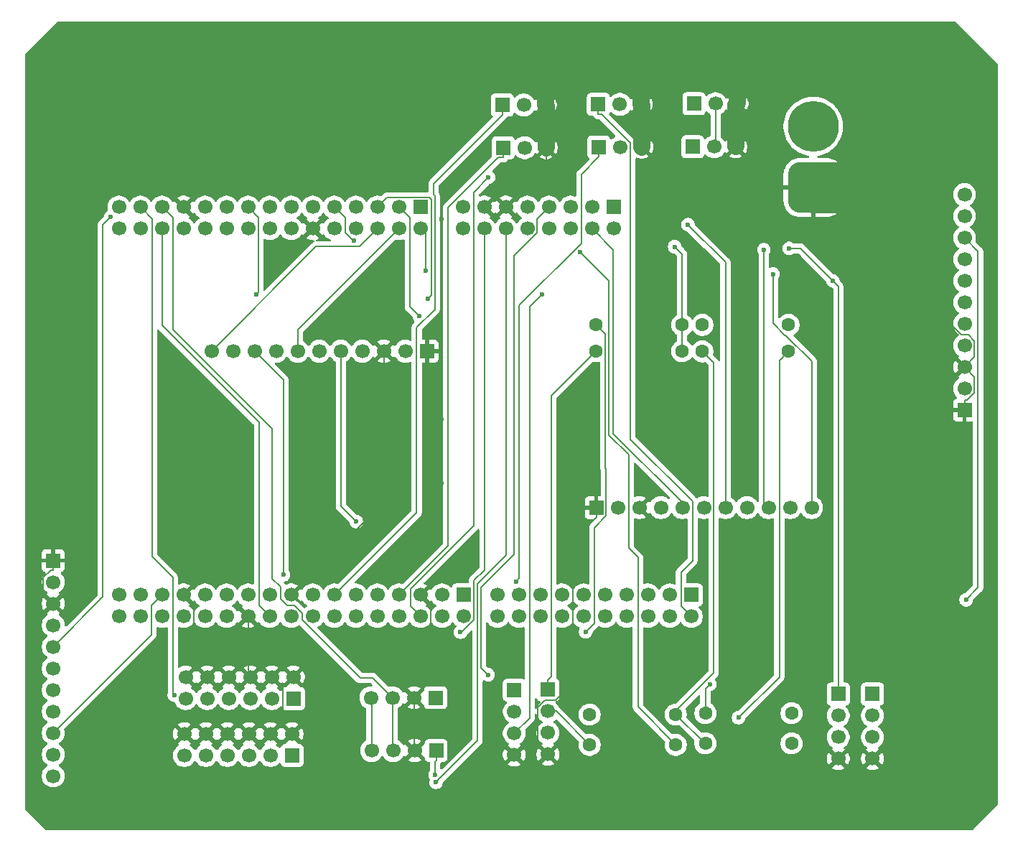
<source format=gbr>
%TF.GenerationSoftware,KiCad,Pcbnew,9.0.3*%
%TF.CreationDate,2025-08-06T01:21:28+09:00*%
%TF.ProjectId,sasakicatchrobomain25,73617361-6b69-4636-9174-6368726f626f,rev?*%
%TF.SameCoordinates,Original*%
%TF.FileFunction,Copper,L2,Bot*%
%TF.FilePolarity,Positive*%
%FSLAX46Y46*%
G04 Gerber Fmt 4.6, Leading zero omitted, Abs format (unit mm)*
G04 Created by KiCad (PCBNEW 9.0.3) date 2025-08-06 01:21:28*
%MOMM*%
%LPD*%
G01*
G04 APERTURE LIST*
G04 Aperture macros list*
%AMRoundRect*
0 Rectangle with rounded corners*
0 $1 Rounding radius*
0 $2 $3 $4 $5 $6 $7 $8 $9 X,Y pos of 4 corners*
0 Add a 4 corners polygon primitive as box body*
4,1,4,$2,$3,$4,$5,$6,$7,$8,$9,$2,$3,0*
0 Add four circle primitives for the rounded corners*
1,1,$1+$1,$2,$3*
1,1,$1+$1,$4,$5*
1,1,$1+$1,$6,$7*
1,1,$1+$1,$8,$9*
0 Add four rect primitives between the rounded corners*
20,1,$1+$1,$2,$3,$4,$5,0*
20,1,$1+$1,$4,$5,$6,$7,0*
20,1,$1+$1,$6,$7,$8,$9,0*
20,1,$1+$1,$8,$9,$2,$3,0*%
G04 Aperture macros list end*
%TA.AperFunction,ComponentPad*%
%ADD10R,1.700000X1.700000*%
%TD*%
%TA.AperFunction,ComponentPad*%
%ADD11C,1.700000*%
%TD*%
%TA.AperFunction,ComponentPad*%
%ADD12C,1.600000*%
%TD*%
%TA.AperFunction,ComponentPad*%
%ADD13RoundRect,1.500000X1.500000X-1.500000X1.500000X1.500000X-1.500000X1.500000X-1.500000X-1.500000X0*%
%TD*%
%TA.AperFunction,ComponentPad*%
%ADD14C,6.000000*%
%TD*%
%TA.AperFunction,ViaPad*%
%ADD15C,0.600000*%
%TD*%
%TA.AperFunction,Conductor*%
%ADD16C,0.200000*%
%TD*%
%TA.AperFunction,Conductor*%
%ADD17C,6.000000*%
%TD*%
%TA.AperFunction,Conductor*%
%ADD18C,2.000000*%
%TD*%
G04 APERTURE END LIST*
D10*
%TO.P,CAN5V1,1,Pin_1*%
%TO.N,+5V*%
X117414200Y-130643800D03*
D11*
%TO.P,CAN5V1,2,Pin_2*%
%TO.N,GND*%
X114874200Y-130643800D03*
%TO.P,CAN5V1,3,Pin_3*%
%TO.N,PD_0*%
X112334200Y-130643800D03*
%TO.P,CAN5V1,4,Pin_4*%
%TO.N,PD_1*%
X109794200Y-130643800D03*
%TD*%
D10*
%TO.P,Servo1,1,Pin_1*%
%TO.N,PB_1*%
X125313600Y-59574600D03*
D11*
%TO.P,Servo1,2,Pin_2*%
%TO.N,SERVO+*%
X127853600Y-59574600D03*
%TO.P,Servo1,3,Pin_3*%
%TO.N,GND*%
X130393600Y-59574600D03*
%TD*%
D12*
%TO.P,R5,1*%
%TO.N,PD_4*%
X135524400Y-126402000D03*
%TO.P,R5,2*%
%TO.N,+5V*%
X145684400Y-126402000D03*
%TD*%
%TO.P,R8,1*%
%TO.N,+5V*%
X149164200Y-129805600D03*
%TO.P,R8,2*%
%TO.N,PF_7*%
X159324200Y-129805600D03*
%TD*%
%TO.P,R4,1*%
%TO.N,+5V*%
X148818600Y-83591400D03*
%TO.P,R4,2*%
%TO.N,PC_3*%
X158978600Y-83591400D03*
%TD*%
D10*
%TO.P,ENC1,1,Pin_1*%
%TO.N,PC_0*%
X126634400Y-123531800D03*
D11*
%TO.P,ENC1,2,Pin_2*%
%TO.N,+5V*%
X126634400Y-126071800D03*
%TO.P,ENC1,3,Pin_3*%
%TO.N,PG_1*%
X126634400Y-128611800D03*
%TO.P,ENC1,4,Pin_4*%
%TO.N,GND*%
X126634400Y-131151800D03*
%TD*%
D12*
%TO.P,R3,1*%
%TO.N,PF_2*%
X136271000Y-83566000D03*
%TO.P,R3,2*%
%TO.N,+5V*%
X146431000Y-83566000D03*
%TD*%
D10*
%TO.P,Servo4,1,Pin_1*%
%TO.N,PB_8*%
X136540400Y-54469200D03*
D11*
%TO.P,Servo4,2,Pin_2*%
%TO.N,SERVO+*%
X139080400Y-54469200D03*
%TO.P,Servo4,3,Pin_3*%
%TO.N,GND*%
X141620400Y-54469200D03*
%TD*%
D12*
%TO.P,R1,1*%
%TO.N,PC_0*%
X136271000Y-80467200D03*
%TO.P,R1,2*%
%TO.N,+5V*%
X146431000Y-80467200D03*
%TD*%
D10*
%TO.P,Servo3,1,Pin_1*%
%TO.N,PD_13*%
X136591200Y-59498400D03*
D11*
%TO.P,Servo3,2,Pin_2*%
%TO.N,SERVO+*%
X139131200Y-59498400D03*
%TO.P,Servo3,3,Pin_3*%
%TO.N,GND*%
X141671200Y-59498400D03*
%TD*%
D10*
%TO.P,Servo5,1,Pin_1*%
%TO.N,PE_11*%
X147665600Y-59473000D03*
D11*
%TO.P,Servo5,2,Pin_2*%
%TO.N,SERVO+*%
X150205600Y-59473000D03*
%TO.P,Servo5,3,Pin_3*%
%TO.N,GND*%
X152745600Y-59473000D03*
%TD*%
D12*
%TO.P,R2,1*%
%TO.N,+5V*%
X148818600Y-80467200D03*
%TO.P,R2,2*%
%TO.N,PG_1*%
X158978600Y-80467200D03*
%TD*%
D10*
%TO.P,VMD7/VMD8,1,Pin_1*%
%TO.N,GND*%
X179730000Y-90510000D03*
D11*
%TO.P,VMD7/VMD8,2,Pin_2*%
%TO.N,unconnected-(VMD7/VMD8-Pin_2-Pad2)*%
X179730000Y-87970000D03*
%TO.P,VMD7/VMD8,3,Pin_3*%
%TO.N,GND*%
X179730000Y-85430000D03*
%TO.P,VMD7/VMD8,4,Pin_4*%
%TO.N,unconnected-(VMD7/VMD8-Pin_4-Pad4)*%
X179730000Y-82890000D03*
%TO.P,VMD7/VMD8,5,Pin_5*%
%TO.N,PE_5*%
X179730000Y-80350000D03*
%TO.P,VMD7/VMD8,6,Pin_6*%
%TO.N,unconnected-(VMD7/VMD8-Pin_6-Pad6)*%
X179730000Y-77810000D03*
%TO.P,VMD7/VMD8,7,Pin_7*%
%TO.N,PD_4*%
X179730000Y-75270000D03*
%TO.P,VMD7/VMD8,8,Pin_8*%
%TO.N,unconnected-(VMD7/VMD8-Pin_8-Pad8)*%
X179730000Y-72730000D03*
%TO.P,VMD7/VMD8,9,Pin_9*%
%TO.N,PB_10*%
X179730000Y-70190000D03*
%TO.P,VMD7/VMD8,10,Pin_10*%
%TO.N,unconnected-(VMD7/VMD8-Pin_10-Pad10)*%
X179730000Y-67650000D03*
%TO.P,VMD7/VMD8,11,Pin_11*%
%TO.N,PD_3*%
X179730000Y-65110000D03*
%TD*%
D10*
%TO.P,3.3V_OUT1,1,Pin_1*%
%TO.N,+3.3V*%
X100574000Y-124522400D03*
D11*
%TO.P,3.3V_OUT1,2,Pin_2*%
%TO.N,GND*%
X100574000Y-121982400D03*
%TO.P,3.3V_OUT1,3,Pin_3*%
%TO.N,+3.3V*%
X98034000Y-124522400D03*
%TO.P,3.3V_OUT1,4,Pin_4*%
%TO.N,GND*%
X98034000Y-121982400D03*
%TO.P,3.3V_OUT1,5,Pin_5*%
%TO.N,+3.3V*%
X95494000Y-124522400D03*
%TO.P,3.3V_OUT1,6,Pin_6*%
%TO.N,GND*%
X95494000Y-121982400D03*
%TO.P,3.3V_OUT1,7,Pin_7*%
%TO.N,+3.3V*%
X92954000Y-124522400D03*
%TO.P,3.3V_OUT1,8,Pin_8*%
%TO.N,GND*%
X92954000Y-121982400D03*
%TO.P,3.3V_OUT1,9,Pin_9*%
%TO.N,+3.3V*%
X90414000Y-124522400D03*
%TO.P,3.3V_OUT1,10,Pin_10*%
%TO.N,GND*%
X90414000Y-121982400D03*
%TO.P,3.3V_OUT1,11,Pin_11*%
%TO.N,+3.3V*%
X87874000Y-124522400D03*
%TO.P,3.3V_OUT1,12,Pin_12*%
%TO.N,GND*%
X87874000Y-121982400D03*
%TD*%
D10*
%TO.P,Servo6,1,Pin_1*%
%TO.N,PE_14*%
X147818000Y-54393000D03*
D11*
%TO.P,Servo6,2,Pin_2*%
%TO.N,SERVO+*%
X150358000Y-54393000D03*
%TO.P,Servo6,3,Pin_3*%
%TO.N,GND*%
X152898000Y-54393000D03*
%TD*%
D12*
%TO.P,R7,1*%
%TO.N,PA_6*%
X149164200Y-126249600D03*
%TO.P,R7,2*%
%TO.N,+5V*%
X159324200Y-126249600D03*
%TD*%
D10*
%TO.P,ENC4,1,Pin_1*%
%TO.N,PA_6*%
X168874600Y-123989000D03*
D11*
%TO.P,ENC4,2,Pin_2*%
%TO.N,+5V*%
X168874600Y-126529000D03*
%TO.P,ENC4,3,Pin_3*%
%TO.N,PF_7*%
X168874600Y-129069000D03*
%TO.P,ENC4,4,Pin_4*%
%TO.N,GND*%
X168874600Y-131609000D03*
%TD*%
D10*
%TO.P,ENC2,1,Pin_1*%
%TO.N,PF_2*%
X130596800Y-123481000D03*
D11*
%TO.P,ENC2,2,Pin_2*%
%TO.N,+5V*%
X130596800Y-126021000D03*
%TO.P,ENC2,3,Pin_3*%
%TO.N,PC_3*%
X130596800Y-128561000D03*
%TO.P,ENC2,4,Pin_4*%
%TO.N,GND*%
X130596800Y-131101000D03*
%TD*%
D10*
%TO.P,VMD1/VMD2,1,Pin_1*%
%TO.N,GND*%
X72250000Y-108250000D03*
D11*
%TO.P,VMD1/VMD2,2,Pin_2*%
%TO.N,unconnected-(VMD1/VMD2-Pin_2-Pad2)*%
X72250000Y-110790000D03*
%TO.P,VMD1/VMD2,3,Pin_3*%
%TO.N,GND*%
X72250000Y-113330000D03*
%TO.P,VMD1/VMD2,4,Pin_4*%
%TO.N,unconnected-(VMD1/VMD2-Pin_4-Pad4)*%
X72250000Y-115870000D03*
%TO.P,VMD1/VMD2,5,Pin_5*%
%TO.N,PA_3*%
X72250000Y-118410000D03*
%TO.P,VMD1/VMD2,6,Pin_6*%
%TO.N,unconnected-(VMD1/VMD2-Pin_6-Pad6)*%
X72250000Y-120950000D03*
%TO.P,VMD1/VMD2,7,Pin_7*%
%TO.N,PG_2*%
X72250000Y-123490000D03*
%TO.P,VMD1/VMD2,8,Pin_8*%
%TO.N,unconnected-(VMD1/VMD2-Pin_8-Pad8)*%
X72250000Y-126030000D03*
%TO.P,VMD1/VMD2,9,Pin_9*%
%TO.N,PA_0*%
X72250000Y-128570000D03*
%TO.P,VMD1/VMD2,10,Pin_10*%
%TO.N,unconnected-(VMD1/VMD2-Pin_10-Pad10)*%
X72250000Y-131110000D03*
%TO.P,VMD1/VMD2,11,Pin_11*%
%TO.N,PD_2*%
X72250000Y-133650000D03*
%TD*%
D10*
%TO.P,ENC3,1,Pin_1*%
%TO.N,PD_4*%
X164836000Y-123989000D03*
D11*
%TO.P,ENC3,2,Pin_2*%
%TO.N,+5V*%
X164836000Y-126529000D03*
%TO.P,ENC3,3,Pin_3*%
%TO.N,PF_5*%
X164836000Y-129069000D03*
%TO.P,ENC3,4,Pin_4*%
%TO.N,GND*%
X164836000Y-131609000D03*
%TD*%
D10*
%TO.P,5V_OUT1,1,Pin_1*%
%TO.N,+5V*%
X100421600Y-131228000D03*
D11*
%TO.P,5V_OUT1,2,Pin_2*%
%TO.N,GND*%
X100421600Y-128688000D03*
%TO.P,5V_OUT1,3,Pin_3*%
%TO.N,+5V*%
X97881600Y-131228000D03*
%TO.P,5V_OUT1,4,Pin_4*%
%TO.N,GND*%
X97881600Y-128688000D03*
%TO.P,5V_OUT1,5,Pin_5*%
%TO.N,+5V*%
X95341600Y-131228000D03*
%TO.P,5V_OUT1,6,Pin_6*%
%TO.N,GND*%
X95341600Y-128688000D03*
%TO.P,5V_OUT1,7,Pin_7*%
%TO.N,+5V*%
X92801600Y-131228000D03*
%TO.P,5V_OUT1,8,Pin_8*%
%TO.N,GND*%
X92801600Y-128688000D03*
%TO.P,5V_OUT1,9,Pin_9*%
%TO.N,+5V*%
X90261600Y-131228000D03*
%TO.P,5V_OUT1,10,Pin_10*%
%TO.N,GND*%
X90261600Y-128688000D03*
%TO.P,5V_OUT1,11,Pin_11*%
%TO.N,+5V*%
X87721600Y-131228000D03*
%TO.P,5V_OUT1,12,Pin_12*%
%TO.N,GND*%
X87721600Y-128688000D03*
%TD*%
D10*
%TO.P,Servo2,1,Pin_1*%
%TO.N,PB_6*%
X125212000Y-54545400D03*
D11*
%TO.P,Servo2,2,Pin_2*%
%TO.N,SERVO+*%
X127752000Y-54545400D03*
%TO.P,Servo2,3,Pin_3*%
%TO.N,GND*%
X130292000Y-54545400D03*
%TD*%
D10*
%TO.P,VMD5/VMD6,1,Pin_1*%
%TO.N,GND*%
X136296400Y-102006400D03*
D11*
%TO.P,VMD5/VMD6,2,Pin_2*%
%TO.N,unconnected-(VMD5/VMD6-Pin_2-Pad2)*%
X138836400Y-102006400D03*
%TO.P,VMD5/VMD6,3,Pin_3*%
%TO.N,GND*%
X141376400Y-102006400D03*
%TO.P,VMD5/VMD6,4,Pin_4*%
%TO.N,unconnected-(VMD5/VMD6-Pin_4-Pad4)*%
X143916400Y-102006400D03*
%TO.P,VMD5/VMD6,5,Pin_5*%
%TO.N,PC_9*%
X146456400Y-102006400D03*
%TO.P,VMD5/VMD6,6,Pin_6*%
%TO.N,unconnected-(VMD5/VMD6-Pin_6-Pad6)*%
X148996400Y-102006400D03*
%TO.P,VMD5/VMD6,7,Pin_7*%
%TO.N,PC_10*%
X151536400Y-102006400D03*
%TO.P,VMD5/VMD6,8,Pin_8*%
%TO.N,unconnected-(VMD5/VMD6-Pin_8-Pad8)*%
X154076400Y-102006400D03*
%TO.P,VMD5/VMD6,9,Pin_9*%
%TO.N,PC_8*%
X156616400Y-102006400D03*
%TO.P,VMD5/VMD6,10,Pin_10*%
%TO.N,unconnected-(VMD5/VMD6-Pin_10-Pad10)*%
X159156400Y-102006400D03*
%TO.P,VMD5/VMD6,11,Pin_11*%
%TO.N,PD_7*%
X161696400Y-102006400D03*
%TD*%
D10*
%TO.P,VMD3/VMD4,1,Pin_1*%
%TO.N,GND*%
X116332000Y-83566000D03*
D11*
%TO.P,VMD3/VMD4,2,Pin_2*%
%TO.N,unconnected-(VMD3/VMD4-Pin_2-Pad2)*%
X113792000Y-83566000D03*
%TO.P,VMD3/VMD4,3,Pin_3*%
%TO.N,GND*%
X111252000Y-83566000D03*
%TO.P,VMD3/VMD4,4,Pin_4*%
%TO.N,unconnected-(VMD3/VMD4-Pin_4-Pad4)*%
X108712000Y-83566000D03*
%TO.P,VMD3/VMD4,5,Pin_5*%
%TO.N,PC_6*%
X106172000Y-83566000D03*
%TO.P,VMD3/VMD4,6,Pin_6*%
%TO.N,unconnected-(VMD3/VMD4-Pin_6-Pad6)*%
X103632000Y-83566000D03*
%TO.P,VMD3/VMD4,7,Pin_7*%
%TO.N,PD_6*%
X101092000Y-83566000D03*
%TO.P,VMD3/VMD4,8,Pin_8*%
%TO.N,unconnected-(VMD3/VMD4-Pin_8-Pad8)*%
X98552000Y-83566000D03*
%TO.P,VMD3/VMD4,9,Pin_9*%
%TO.N,PC_7*%
X96012000Y-83566000D03*
%TO.P,VMD3/VMD4,10,Pin_10*%
%TO.N,unconnected-(VMD3/VMD4-Pin_10-Pad10)*%
X93472000Y-83566000D03*
%TO.P,VMD3/VMD4,11,Pin_11*%
%TO.N,PD_5*%
X90932000Y-83566000D03*
%TD*%
D12*
%TO.P,R6,1*%
%TO.N,+5V*%
X135524400Y-129983400D03*
%TO.P,R6,2*%
%TO.N,PF_5*%
X145684400Y-129983400D03*
%TD*%
D10*
%TO.P,CAN3.3V1,1,Pin_1*%
%TO.N,+3.3V*%
X117338000Y-124420800D03*
D11*
%TO.P,CAN3.3V1,2,Pin_2*%
%TO.N,GND*%
X114798000Y-124420800D03*
%TO.P,CAN3.3V1,3,Pin_3*%
%TO.N,PD_0*%
X112258000Y-124420800D03*
%TO.P,CAN3.3V1,4,Pin_4*%
%TO.N,PD_1*%
X109718000Y-124420800D03*
%TD*%
D13*
%TO.P,J3,N,NEG*%
%TO.N,GND*%
X161889600Y-64266800D03*
D14*
%TO.P,J3,P,POS*%
%TO.N,SERVO+*%
X161889600Y-57066800D03*
%TD*%
D10*
%TO.P,J4,1,Pin_1*%
%TO.N,unconnected-(J4-Pin_1-Pad1)*%
X138340000Y-66585000D03*
D11*
%TO.P,J4,2,Pin_2*%
%TO.N,PC_8*%
X138340000Y-69125000D03*
%TO.P,J4,3,Pin_3*%
%TO.N,unconnected-(J4-Pin_3-Pad3)*%
X135800000Y-66585000D03*
%TO.P,J4,4,Pin_4*%
%TO.N,PC_9*%
X135800000Y-69125000D03*
%TO.P,J4,5,Pin_5*%
%TO.N,unconnected-(J4-Pin_5-Pad5)*%
X133260000Y-66585000D03*
%TO.P,J4,6,Pin_6*%
%TO.N,PC_10*%
X133260000Y-69125000D03*
%TO.P,J4,7,Pin_7*%
%TO.N,+3.3V*%
X130720000Y-66585000D03*
%TO.P,J4,8,Pin_8*%
%TO.N,PC_11*%
X130720000Y-69125000D03*
%TO.P,J4,9,Pin_9*%
%TO.N,+5V*%
X128180000Y-66585000D03*
%TO.P,J4,10,Pin_10*%
%TO.N,PC_12*%
X128180000Y-69125000D03*
%TO.P,J4,11,Pin_11*%
%TO.N,GND*%
X125640000Y-66585000D03*
%TO.P,J4,12,Pin_12*%
%TO.N,PD_2*%
X125640000Y-69125000D03*
%TO.P,J4,13,Pin_13*%
%TO.N,GND*%
X123100000Y-66585000D03*
%TO.P,J4,14,Pin_14*%
%TO.N,PG_2*%
X123100000Y-69125000D03*
%TO.P,J4,15,Pin_15*%
%TO.N,VIN*%
X120560000Y-66585000D03*
%TO.P,J4,16,Pin_16*%
%TO.N,PG_3*%
X120560000Y-69125000D03*
%TD*%
D10*
%TO.P,J8,1,Pin_1*%
%TO.N,PA_3*%
X115560000Y-66585000D03*
D11*
%TO.P,J8,2,Pin_2*%
%TO.N,PD_7*%
X115560000Y-69125000D03*
%TO.P,J8,3,Pin_3*%
%TO.N,PC_0*%
X113020000Y-66585000D03*
%TO.P,J8,4,Pin_4*%
%TO.N,PD_6*%
X113020000Y-69125000D03*
%TO.P,J8,5,Pin_5*%
%TO.N,PC_3*%
X110480000Y-66585000D03*
%TO.P,J8,6,Pin_6*%
%TO.N,PD_5*%
X110480000Y-69125000D03*
%TO.P,J8,7,Pin_7*%
%TO.N,PF_3*%
X107940000Y-66585000D03*
%TO.P,J8,8,Pin_8*%
%TO.N,PD_4*%
X107940000Y-69125000D03*
%TO.P,J8,9,Pin_9*%
%TO.N,PF_5*%
X105400000Y-66585000D03*
%TO.P,J8,10,Pin_10*%
%TO.N,PD_3*%
X105400000Y-69125000D03*
%TO.P,J8,11,Pin_11*%
%TO.N,PF_10*%
X102860000Y-66585000D03*
%TO.P,J8,12,Pin_12*%
%TO.N,GND*%
X102860000Y-69125000D03*
%TO.P,J8,13,Pin_13*%
%TO.N,unconnected-(J8-Pin_13-Pad13)*%
X100320000Y-66585000D03*
%TO.P,J8,14,Pin_14*%
%TO.N,PE_2*%
X100320000Y-69125000D03*
%TO.P,J8,15,Pin_15*%
%TO.N,unconnected-(J8-Pin_15-Pad15)*%
X97780000Y-66585000D03*
%TO.P,J8,16,Pin_16*%
%TO.N,PE_4*%
X97780000Y-69125000D03*
%TO.P,J8,17,Pin_17*%
%TO.N,PF_2*%
X95240000Y-66585000D03*
%TO.P,J8,18,Pin_18*%
%TO.N,PE_5*%
X95240000Y-69125000D03*
%TO.P,J8,19,Pin_19*%
%TO.N,PF_1*%
X92700000Y-66585000D03*
%TO.P,J8,20,Pin_20*%
%TO.N,unconnected-(J8-Pin_20-Pad20)*%
X92700000Y-69125000D03*
%TO.P,J8,21,Pin_21*%
%TO.N,PF_0*%
X90160000Y-66585000D03*
%TO.P,J8,22,Pin_22*%
%TO.N,PE_3*%
X90160000Y-69125000D03*
%TO.P,J8,23,Pin_23*%
%TO.N,GND*%
X87620000Y-66585000D03*
%TO.P,J8,24,Pin_24*%
%TO.N,unconnected-(J8-Pin_24-Pad24)*%
X87620000Y-69125000D03*
%TO.P,J8,25,Pin_25*%
%TO.N,PD_0*%
X85080000Y-66585000D03*
%TO.P,J8,26,Pin_26*%
%TO.N,PE_7*%
X85080000Y-69125000D03*
%TO.P,J8,27,Pin_27*%
%TO.N,PD_1*%
X82540000Y-66585000D03*
%TO.P,J8,28,Pin_28*%
%TO.N,PE_9*%
X82540000Y-69125000D03*
%TO.P,J8,29,Pin_29*%
%TO.N,unconnected-(J8-Pin_29-Pad29)*%
X80000000Y-66585000D03*
%TO.P,J8,30,Pin_30*%
%TO.N,PG_1*%
X80000000Y-69125000D03*
%TD*%
D10*
%TO.P,J7,1,Pin_1*%
%TO.N,unconnected-(J7-Pin_1-Pad1)*%
X120640000Y-112300000D03*
D11*
%TO.P,J7,2,Pin_2*%
%TO.N,PF_13*%
X120640000Y-114840000D03*
%TO.P,J7,3,Pin_3*%
%TO.N,unconnected-(J7-Pin_3-Pad3)*%
X118100000Y-112300000D03*
%TO.P,J7,4,Pin_4*%
%TO.N,unconnected-(J7-Pin_4-Pad4)*%
X118100000Y-114840000D03*
%TO.P,J7,5,Pin_5*%
%TO.N,GND*%
X115560000Y-112300000D03*
%TO.P,J7,6,Pin_6*%
%TO.N,PE_11*%
X115560000Y-114840000D03*
%TO.P,J7,7,Pin_7*%
%TO.N,PB_1*%
X113020000Y-112300000D03*
%TO.P,J7,8,Pin_8*%
%TO.N,PF_14*%
X113020000Y-114840000D03*
%TO.P,J7,9,Pin_9*%
%TO.N,unconnected-(J7-Pin_9-Pad9)*%
X110480000Y-112300000D03*
%TO.P,J7,10,Pin_10*%
%TO.N,unconnected-(J7-Pin_10-Pad10)*%
X110480000Y-114840000D03*
%TO.P,J7,11,Pin_11*%
%TO.N,unconnected-(J7-Pin_11-Pad11)*%
X107940000Y-112300000D03*
%TO.P,J7,12,Pin_12*%
%TO.N,PF_15*%
X107940000Y-114840000D03*
%TO.P,J7,13,Pin_13*%
%TO.N,PB_6*%
X105400000Y-112300000D03*
%TO.P,J7,14,Pin_14*%
%TO.N,PG_14*%
X105400000Y-114840000D03*
%TO.P,J7,15,Pin_15*%
%TO.N,unconnected-(J7-Pin_15-Pad15)*%
X102860000Y-112300000D03*
%TO.P,J7,16,Pin_16*%
%TO.N,PG_9*%
X102860000Y-114840000D03*
%TO.P,J7,17,Pin_17*%
%TO.N,GND*%
X100320000Y-112300000D03*
%TO.P,J7,18,Pin_18*%
%TO.N,PE_8*%
X100320000Y-114840000D03*
%TO.P,J7,19,Pin_19*%
%TO.N,PD_13*%
X97780000Y-112300000D03*
%TO.P,J7,20,Pin_20*%
%TO.N,PE_7*%
X97780000Y-114840000D03*
%TO.P,J7,21,Pin_21*%
%TO.N,PD_12*%
X95240000Y-112300000D03*
%TO.P,J7,22,Pin_22*%
%TO.N,GND*%
X95240000Y-114840000D03*
%TO.P,J7,23,Pin_23*%
%TO.N,PD_11*%
X92700000Y-112300000D03*
%TO.P,J7,24,Pin_24*%
%TO.N,unconnected-(J7-Pin_24-Pad24)*%
X92700000Y-114840000D03*
%TO.P,J7,25,Pin_25*%
%TO.N,unconnected-(J7-Pin_25-Pad25)*%
X90160000Y-112300000D03*
%TO.P,J7,26,Pin_26*%
%TO.N,unconnected-(J7-Pin_26-Pad26)*%
X90160000Y-114840000D03*
%TO.P,J7,27,Pin_27*%
%TO.N,GND*%
X87620000Y-112300000D03*
%TO.P,J7,28,Pin_28*%
%TO.N,unconnected-(J7-Pin_28-Pad28)*%
X87620000Y-114840000D03*
%TO.P,J7,29,Pin_29*%
%TO.N,PA_0*%
X85080000Y-112300000D03*
%TO.P,J7,30,Pin_30*%
%TO.N,unconnected-(J7-Pin_30-Pad30)*%
X85080000Y-114840000D03*
%TO.P,J7,31,Pin_31*%
%TO.N,unconnected-(J7-Pin_31-Pad31)*%
X82540000Y-112300000D03*
%TO.P,J7,32,Pin_32*%
%TO.N,PB_10*%
X82540000Y-114840000D03*
%TO.P,J7,33,Pin_33*%
%TO.N,unconnected-(J7-Pin_33-Pad33)*%
X80000000Y-112300000D03*
%TO.P,J7,34,Pin_34*%
%TO.N,PB_11*%
X80000000Y-114840000D03*
%TD*%
D10*
%TO.P,J6,1,Pin_1*%
%TO.N,PC_6*%
X147500000Y-112300000D03*
D11*
%TO.P,J6,2,Pin_2*%
%TO.N,PB_8*%
X147500000Y-114840000D03*
%TO.P,J6,3,Pin_3*%
%TO.N,PB_15*%
X144960000Y-112300000D03*
%TO.P,J6,4,Pin_4*%
%TO.N,PB_9*%
X144960000Y-114840000D03*
%TO.P,J6,5,Pin_5*%
%TO.N,PB_13*%
X142420000Y-112300000D03*
%TO.P,J6,6,Pin_6*%
%TO.N,unconnected-(J6-Pin_6-Pad6)*%
X142420000Y-114840000D03*
%TO.P,J6,7,Pin_7*%
%TO.N,unconnected-(J6-Pin_7-Pad7)*%
X139880000Y-112300000D03*
%TO.P,J6,8,Pin_8*%
%TO.N,unconnected-(J6-Pin_8-Pad8)*%
X139880000Y-114840000D03*
%TO.P,J6,9,Pin_9*%
%TO.N,PA_15*%
X137340000Y-112300000D03*
%TO.P,J6,10,Pin_10*%
%TO.N,unconnected-(J6-Pin_10-Pad10)*%
X137340000Y-114840000D03*
%TO.P,J6,11,Pin_11*%
%TO.N,PC_7*%
X134800000Y-112300000D03*
%TO.P,J6,12,Pin_12*%
%TO.N,PA_6*%
X134800000Y-114840000D03*
%TO.P,J6,13,Pin_13*%
%TO.N,unconnected-(J6-Pin_13-Pad13)*%
X132260000Y-112300000D03*
%TO.P,J6,14,Pin_14*%
%TO.N,unconnected-(J6-Pin_14-Pad14)*%
X132260000Y-114840000D03*
%TO.P,J6,15,Pin_15*%
%TO.N,PB_3*%
X129720000Y-112300000D03*
%TO.P,J6,16,Pin_16*%
%TO.N,unconnected-(J6-Pin_16-Pad16)*%
X129720000Y-114840000D03*
%TO.P,J6,17,Pin_17*%
%TO.N,unconnected-(J6-Pin_17-Pad17)*%
X127180000Y-112300000D03*
%TO.P,J6,18,Pin_18*%
%TO.N,unconnected-(J6-Pin_18-Pad18)*%
X127180000Y-114840000D03*
%TO.P,J6,19,Pin_19*%
%TO.N,unconnected-(J6-Pin_19-Pad19)*%
X124640000Y-112300000D03*
%TO.P,J6,20,Pin_20*%
%TO.N,PF_12*%
X124640000Y-114840000D03*
%TD*%
D15*
%TO.N,GND*%
X165560000Y-69125000D03*
X155560000Y-66625000D03*
X145560000Y-64125000D03*
X150560000Y-64125000D03*
X163060000Y-89125000D03*
X163060000Y-79125000D03*
X93060000Y-94125000D03*
X93060000Y-106625000D03*
X88060000Y-106625000D03*
X88060000Y-89125000D03*
X133060000Y-96625000D03*
X133060000Y-91625000D03*
X103060000Y-106625000D03*
X103060000Y-94125000D03*
X103060000Y-99125000D03*
X103060000Y-91625000D03*
X108060000Y-94125000D03*
X75560000Y-69125000D03*
X75560000Y-79125000D03*
X75560000Y-89125000D03*
X75560000Y-101625000D03*
X93060000Y-99125000D03*
X135560000Y-99125000D03*
X143060000Y-91625000D03*
X148060000Y-91625000D03*
X73060000Y-84125000D03*
X73060000Y-74125000D03*
X73060000Y-94125000D03*
X88060000Y-99125000D03*
X108060000Y-119125000D03*
X135560000Y-134125000D03*
X145560000Y-134125000D03*
X155560000Y-134125000D03*
X180560000Y-124125000D03*
X180560000Y-124125000D03*
X168060000Y-104125000D03*
X168060000Y-94125000D03*
X168060000Y-84125000D03*
X175560000Y-56625000D03*
X175560000Y-51625000D03*
X180560000Y-51625000D03*
X180560000Y-56625000D03*
X178060000Y-59125000D03*
X178060000Y-54125000D03*
X178060000Y-49125000D03*
X145560000Y-106625000D03*
X118060000Y-136625000D03*
X75560000Y-136625000D03*
X88060000Y-136625000D03*
X103060000Y-136625000D03*
X83060000Y-124125000D03*
X90560000Y-119125000D03*
X100560000Y-119125000D03*
X113060000Y-119125000D03*
X125560000Y-119125000D03*
X133060000Y-106625000D03*
X108060000Y-106625000D03*
X115560000Y-106625000D03*
X118060000Y-99125000D03*
X118060000Y-91625000D03*
X153060000Y-96625000D03*
X153060000Y-89125000D03*
X80560000Y-129125000D03*
X160560000Y-109125000D03*
X145560000Y-119125000D03*
X155560000Y-119125000D03*
X160560000Y-119125000D03*
X125560000Y-134125000D03*
X180560000Y-134125000D03*
X170560000Y-139125000D03*
X160560000Y-139125000D03*
X150560000Y-139125000D03*
X140560000Y-139125000D03*
X130560000Y-139125000D03*
X175560000Y-129125000D03*
X175560000Y-119125000D03*
X170560000Y-119125000D03*
X175560000Y-84125000D03*
X175560000Y-94125000D03*
X175560000Y-104125000D03*
X170560000Y-109125000D03*
X170560000Y-99125000D03*
X170560000Y-89125000D03*
X170560000Y-79125000D03*
X110560000Y-79125000D03*
X155560000Y-109125000D03*
X145560000Y-94125000D03*
X145560000Y-89125000D03*
X135560000Y-94125000D03*
X135560000Y-89125000D03*
X110560000Y-99125000D03*
X110560000Y-89125000D03*
X100560000Y-104125000D03*
X100560000Y-94125000D03*
X85560000Y-104125000D03*
X90560000Y-104125000D03*
X90560000Y-94125000D03*
X85560000Y-94125000D03*
X70560000Y-99125000D03*
X70560000Y-89125000D03*
X70560000Y-79125000D03*
X70560000Y-69125000D03*
X70560000Y-59125000D03*
X70560000Y-49125000D03*
X120560000Y-49125000D03*
X110560000Y-49125000D03*
X115560000Y-54125000D03*
X105560000Y-54125000D03*
X90560000Y-49125000D03*
X95560000Y-54125000D03*
X80560000Y-59125000D03*
X75560000Y-54125000D03*
X80560000Y-49125000D03*
X85560000Y-54125000D03*
X85560000Y-54125000D03*
X100560000Y-59125000D03*
X110560000Y-59125000D03*
X100560000Y-49125000D03*
%TO.N,PD_7*%
X116225000Y-74122800D03*
X157133000Y-74467400D03*
%TO.N,PA_3*%
X79025900Y-67736700D03*
%TO.N,PB_10*%
X179905000Y-112871000D03*
%TO.N,PE_11*%
X123588000Y-63076000D03*
%TO.N,PD_13*%
X126816000Y-110710000D03*
%TO.N,PC_7*%
X99423400Y-109923000D03*
%TO.N,PC_6*%
X108006000Y-103668000D03*
%TO.N,PG_2*%
X120289000Y-116698000D03*
%TO.N,PD_2*%
X117391000Y-134392000D03*
%TO.N,PC_8*%
X156059000Y-71600100D03*
%TO.N,PC_10*%
X147116000Y-68653900D03*
%TO.N,PA_6*%
X149713000Y-122837000D03*
%TO.N,PF_5*%
X134358000Y-71874500D03*
X107714000Y-70519700D03*
%TO.N,PD_4*%
X164199000Y-75270000D03*
X159039000Y-71452800D03*
%TO.N,PF_2*%
X96227700Y-76868200D03*
%TO.N,PC_3*%
X153078000Y-126779000D03*
X116400000Y-77400300D03*
%TO.N,PG_1*%
X129916000Y-76834900D03*
%TO.N,PC_0*%
X115420000Y-79437600D03*
X135046000Y-116638000D03*
%TO.N,PD_1*%
X86516900Y-124113000D03*
%TO.N,+5V*%
X145539000Y-71246900D03*
X117308000Y-133506000D03*
%TO.N,GND*%
X118034000Y-67949800D03*
%TO.N,+3.3V*%
X123550000Y-121714000D03*
%TO.N,GND*%
X90560000Y-59125000D03*
%TD*%
D16*
%TO.N,GND*%
X170310000Y-64225000D02*
X170310000Y-72583000D01*
%TO.N,SERVO+*%
X150358000Y-59320600D02*
X150358000Y-54393000D01*
X150206000Y-59473000D02*
X150358000Y-59320600D01*
X150205600Y-59473000D02*
X150206000Y-59473000D01*
%TO.N,PD_7*%
X116225000Y-69789700D02*
X116225000Y-74122800D01*
X115560000Y-69125000D02*
X116225000Y-69789700D01*
X161696400Y-93373800D02*
X161696400Y-102006400D01*
X161696000Y-93373400D02*
X161696400Y-93373800D01*
X161696000Y-102006000D02*
X161696000Y-93373400D01*
X157133000Y-80270900D02*
X157133000Y-74467400D01*
X158538000Y-81675800D02*
X157133000Y-80270900D01*
X158631000Y-81675800D02*
X158538000Y-81675800D01*
X161696000Y-84740800D02*
X158631000Y-81675800D01*
X161696000Y-93373400D02*
X161696000Y-84740800D01*
%TO.N,PD_5*%
X108360000Y-71245300D02*
X110480000Y-69125000D01*
X103253000Y-71245300D02*
X108360000Y-71245300D01*
X90932000Y-83566000D02*
X103253000Y-71245300D01*
%TO.N,PA_3*%
X78108700Y-112551000D02*
X72250000Y-118410000D01*
X78108700Y-68653900D02*
X78108700Y-112551000D01*
X79025900Y-67736700D02*
X78108700Y-68653900D01*
%TO.N,PD_6*%
X101092000Y-81053000D02*
X101092000Y-83566000D01*
X113020000Y-69125000D02*
X101092000Y-81053000D01*
%TO.N,PB_10*%
X181330000Y-71790100D02*
X179730000Y-70190000D01*
X181330000Y-111446000D02*
X181330000Y-71790100D01*
X179905000Y-112871000D02*
X181330000Y-111446000D01*
%TO.N,PE_7*%
X96510100Y-113570000D02*
X97780000Y-114840000D01*
X96510100Y-91950300D02*
X96510100Y-113570000D01*
X85080000Y-80520200D02*
X96510100Y-91950300D01*
X85080000Y-69125000D02*
X85080000Y-80520200D01*
%TO.N,PE_11*%
X114369000Y-113649000D02*
X115560000Y-114840000D01*
X114369000Y-111603000D02*
X114369000Y-113649000D01*
X121830000Y-104143000D02*
X114369000Y-111603000D01*
X121830000Y-64833500D02*
X121830000Y-104143000D01*
X123588000Y-63076000D02*
X121830000Y-64833500D01*
%TO.N,PB_6*%
X125212000Y-55697100D02*
X125212000Y-54545400D01*
X117082000Y-63827300D02*
X125212000Y-55697100D01*
X117082000Y-65066800D02*
X117082000Y-63827300D01*
X117248000Y-65233100D02*
X117082000Y-65066800D01*
X117248000Y-65233100D02*
X117082000Y-65066800D01*
X115122000Y-102578000D02*
X105400000Y-112300000D01*
X115122000Y-80741200D02*
X115122000Y-102578000D01*
X117248000Y-78615100D02*
X115122000Y-80741200D01*
X117248000Y-65233100D02*
X117248000Y-78615100D01*
%TO.N,PA_0*%
X83810000Y-113570000D02*
X85080000Y-112300000D01*
X83810000Y-117010000D02*
X83810000Y-113570000D01*
X72250000Y-128570000D02*
X83810000Y-117010000D01*
%TO.N,PD_13*%
X136591200Y-60074000D02*
X136591200Y-59498400D01*
X136591000Y-60074200D02*
X136591200Y-60074000D01*
X136591000Y-59498400D02*
X136591000Y-60074200D01*
X127218000Y-110308000D02*
X126816000Y-110710000D01*
X127218000Y-78163600D02*
X127218000Y-110308000D01*
X134530000Y-70851800D02*
X127218000Y-78163600D01*
X134530000Y-62711300D02*
X134530000Y-70851800D01*
X136591000Y-60650100D02*
X134530000Y-62711300D01*
X136591000Y-60074200D02*
X136591000Y-60650100D01*
%TO.N,PB_1*%
X125313600Y-60150000D02*
X125313600Y-59574600D01*
X125314000Y-60150400D02*
X125313600Y-60150000D01*
X125314000Y-59574600D02*
X125314000Y-60150400D01*
X118820000Y-106500000D02*
X113020000Y-112300000D01*
X118820000Y-66644300D02*
X118820000Y-106500000D01*
X124738000Y-60726300D02*
X118820000Y-66644300D01*
X125314000Y-60726300D02*
X124738000Y-60726300D01*
X125314000Y-60150400D02*
X125314000Y-60726300D01*
%TO.N,PC_7*%
X99423400Y-86977400D02*
X96012000Y-83566000D01*
X99423400Y-109923000D02*
X99423400Y-86977400D01*
%TO.N,PC_6*%
X106172000Y-101834000D02*
X106172000Y-83566000D01*
X108006000Y-103668000D02*
X106172000Y-101834000D01*
%TO.N,PB_8*%
X146290000Y-113630000D02*
X147500000Y-114840000D01*
X146290000Y-109611000D02*
X146290000Y-113630000D01*
X147653000Y-108248000D02*
X146290000Y-109611000D01*
X147653000Y-101303000D02*
X147653000Y-108248000D01*
X140330000Y-93979800D02*
X147653000Y-101303000D01*
X140330000Y-59050400D02*
X140330000Y-93979800D01*
X136900000Y-55620900D02*
X140330000Y-59050400D01*
X136540000Y-55620900D02*
X136900000Y-55620900D01*
X136540000Y-54469200D02*
X136540000Y-55620900D01*
X136540400Y-54469200D02*
X136540000Y-54469200D01*
%TO.N,PG_2*%
X123100000Y-109357000D02*
X123100000Y-69125000D01*
X121898000Y-110559000D02*
X123100000Y-109357000D01*
X121898000Y-115239000D02*
X121898000Y-110559000D01*
X120438000Y-116698000D02*
X121898000Y-115239000D01*
X120289000Y-116698000D02*
X120438000Y-116698000D01*
%TO.N,PD_2*%
X125640000Y-107618000D02*
X125640000Y-69125000D01*
X122300000Y-110958000D02*
X125640000Y-107618000D01*
X122300000Y-129484000D02*
X122300000Y-110958000D01*
X117391000Y-134392000D02*
X122300000Y-129484000D01*
%TO.N,PC_8*%
X156616400Y-102006400D02*
X156574600Y-101964600D01*
X156059000Y-101449000D02*
X156574600Y-101964600D01*
X156059000Y-71600100D02*
X156059000Y-101449000D01*
X156574600Y-101964600D02*
X156616000Y-102006000D01*
%TO.N,PC_10*%
X151536000Y-73074100D02*
X151536000Y-102006000D01*
X147116000Y-68653900D02*
X151536000Y-73074100D01*
X151536400Y-102006400D02*
X151536000Y-102006000D01*
%TO.N,PC_9*%
X146456400Y-101722400D02*
X146456400Y-102006400D01*
X146456000Y-101722000D02*
X146456400Y-101722400D01*
X146456000Y-102006000D02*
X146456000Y-101722000D01*
X138323000Y-71648300D02*
X135800000Y-69125000D01*
X138323000Y-93305300D02*
X138323000Y-71648300D01*
X146456000Y-101438000D02*
X138323000Y-93305300D01*
X146456000Y-101722000D02*
X146456000Y-101438000D01*
%TO.N,PA_6*%
X149164200Y-126179000D02*
X149164000Y-126178800D01*
X149164200Y-126249600D02*
X149164200Y-126179000D01*
X149164000Y-123386000D02*
X149164000Y-126178800D01*
X149713000Y-122837000D02*
X149164000Y-123386000D01*
X149164000Y-126178800D02*
X149164000Y-126250000D01*
%TO.N,PF_5*%
X106670000Y-67855000D02*
X105400000Y-66585000D01*
X106670000Y-69591800D02*
X106670000Y-67855000D01*
X107598000Y-70519700D02*
X106670000Y-69591800D01*
X107714000Y-70519700D02*
X107598000Y-70519700D01*
X137790000Y-75306600D02*
X134358000Y-71874500D01*
X137790000Y-93481600D02*
X137790000Y-75306600D01*
X140106000Y-95797800D02*
X137790000Y-93481600D01*
X140106000Y-106774000D02*
X140106000Y-95797800D01*
X141210000Y-107878000D02*
X140106000Y-106774000D01*
X141210000Y-125509000D02*
X141210000Y-107878000D01*
X145684000Y-129983000D02*
X141210000Y-125509000D01*
X145684400Y-129983400D02*
X145684000Y-129983000D01*
%TO.N,PD_4*%
X164836000Y-75906900D02*
X164199000Y-75270000D01*
X164836000Y-123989000D02*
X164836000Y-75906900D01*
X160382000Y-71452800D02*
X164199000Y-75270000D01*
X159039000Y-71452800D02*
X160382000Y-71452800D01*
%TO.N,PF_2*%
X130992000Y-88845500D02*
X136271000Y-83566000D01*
X130992000Y-121935000D02*
X130992000Y-88845500D01*
X130597000Y-122329000D02*
X130992000Y-121935000D01*
X130597000Y-123481000D02*
X130597000Y-122329000D01*
X96439400Y-67784400D02*
X95240000Y-66585000D01*
X96439400Y-76656500D02*
X96439400Y-67784400D01*
X96227700Y-76868200D02*
X96439400Y-76656500D01*
X130596800Y-123481000D02*
X130597000Y-123481000D01*
%TO.N,PC_3*%
X111637000Y-65427700D02*
X110480000Y-66585000D01*
X116575000Y-65427700D02*
X111637000Y-65427700D01*
X116826000Y-65678700D02*
X116575000Y-65427700D01*
X116826000Y-76973700D02*
X116826000Y-65678700D01*
X116400000Y-77400300D02*
X116826000Y-76973700D01*
X158978600Y-83591400D02*
X158978800Y-83591600D01*
X157886000Y-84683600D02*
X158978800Y-83591600D01*
X157886000Y-121970000D02*
X157886000Y-84683600D01*
X153078000Y-126779000D02*
X157886000Y-121970000D01*
X158978800Y-83591600D02*
X158979000Y-83591400D01*
%TO.N,PG_1*%
X126634400Y-128611800D02*
X126634300Y-128611700D01*
X126634000Y-128612000D02*
X126634300Y-128611700D01*
X128450000Y-78301000D02*
X129916000Y-76834900D01*
X128450000Y-126796000D02*
X128450000Y-78301000D01*
X126634300Y-128611700D02*
X128450000Y-126796000D01*
%TO.N,PC_0*%
X114290000Y-67855000D02*
X113020000Y-66585000D01*
X114290000Y-78307700D02*
X114290000Y-67855000D01*
X115420000Y-79437600D02*
X114290000Y-78307700D01*
X137380000Y-81576100D02*
X136271000Y-80467200D01*
X137380000Y-97343900D02*
X137380000Y-81576100D01*
X137460000Y-97424300D02*
X137380000Y-97343900D01*
X137460000Y-102969000D02*
X137460000Y-97424300D01*
X136070000Y-104360000D02*
X137460000Y-102969000D01*
X136070000Y-115614000D02*
X136070000Y-104360000D01*
X135046000Y-116638000D02*
X136070000Y-115614000D01*
%TO.N,PD_1*%
X86350000Y-123946000D02*
X86516900Y-124113000D01*
X86350000Y-110200000D02*
X86350000Y-123946000D01*
X83914800Y-107764000D02*
X86350000Y-110200000D01*
X83914800Y-67959800D02*
X83914800Y-107764000D01*
X82540000Y-66585000D02*
X83914800Y-67959800D01*
X109718000Y-124420800D02*
X109718000Y-124421000D01*
X109794200Y-127570700D02*
X109794200Y-130643800D01*
X109794000Y-127570500D02*
X109794200Y-127570700D01*
X109794000Y-124497000D02*
X109794000Y-127570500D01*
X109718000Y-124421000D02*
X109794000Y-124497000D01*
X109794000Y-127570500D02*
X109794000Y-130644000D01*
%TO.N,PD_0*%
X112334200Y-130643800D02*
X112334000Y-130644000D01*
X112258000Y-124420800D02*
X112257900Y-124420900D01*
X112258000Y-124421000D02*
X112257900Y-124420900D01*
X112258000Y-130568000D02*
X112258000Y-124421000D01*
X112334000Y-130644000D02*
X112258000Y-130568000D01*
X86350000Y-67855000D02*
X85080000Y-66585000D01*
X86350000Y-80988900D02*
X86350000Y-67855000D01*
X98099600Y-92738500D02*
X86350000Y-80988900D01*
X98099600Y-110398000D02*
X98099600Y-92738500D01*
X99050000Y-111349000D02*
X98099600Y-110398000D01*
X99050000Y-112746000D02*
X99050000Y-111349000D01*
X99874100Y-113570000D02*
X99050000Y-112746000D01*
X100698000Y-113570000D02*
X99874100Y-113570000D01*
X101590000Y-114462000D02*
X100698000Y-113570000D01*
X101590000Y-115234000D02*
X101590000Y-114462000D01*
X108443000Y-122087000D02*
X101590000Y-115234000D01*
X109924000Y-122087000D02*
X108443000Y-122087000D01*
X112257900Y-124420900D02*
X109924000Y-122087000D01*
%TO.N,+5V*%
X149088000Y-129806000D02*
X149164000Y-129806000D01*
X145684000Y-126402000D02*
X149088000Y-129806000D01*
X131562000Y-126021000D02*
X130597000Y-126021000D01*
X135524000Y-129983000D02*
X131562000Y-126021000D01*
X146431000Y-80467200D02*
X146431000Y-83566000D01*
X146431000Y-72139000D02*
X146431000Y-80467200D01*
X145539000Y-71246900D02*
X146431000Y-72139000D01*
X149164000Y-129805800D02*
X149164000Y-129806000D01*
X149164200Y-129805600D02*
X149164000Y-129805800D01*
X145684400Y-126402000D02*
X145684000Y-126402000D01*
X117414200Y-131219800D02*
X117414200Y-130643800D01*
X117414000Y-131220000D02*
X117414200Y-131219800D01*
X117414000Y-130644000D02*
X117414000Y-131220000D01*
X117308000Y-131902000D02*
X117308000Y-133506000D01*
X117414000Y-131796000D02*
X117308000Y-131902000D01*
X117414000Y-131220000D02*
X117414000Y-131796000D01*
X149491400Y-84264200D02*
X148818600Y-83591400D01*
X149491500Y-84264200D02*
X149491400Y-84264200D01*
X148819000Y-83591400D02*
X149491500Y-84264200D01*
X145684000Y-125949000D02*
X145684000Y-126402000D01*
X150164000Y-121469000D02*
X145684000Y-125949000D01*
X150164000Y-84937000D02*
X150164000Y-121469000D01*
X149491500Y-84264200D02*
X150164000Y-84937000D01*
X130596800Y-126021000D02*
X130597000Y-126021000D01*
D17*
%TO.N,GND*%
X130340000Y-48095000D02*
X126920000Y-48095000D01*
D18*
X130292000Y-48143000D02*
X130340000Y-48095000D01*
X130292000Y-54545400D02*
X130292000Y-48143000D01*
X130394000Y-54647000D02*
X130292000Y-54545400D01*
X130394000Y-59574600D02*
X130394000Y-54647000D01*
D17*
X141790000Y-48095000D02*
X130340000Y-48095000D01*
D18*
X152746000Y-54545400D02*
X152898000Y-54393000D01*
X152746000Y-59473000D02*
X152746000Y-54545400D01*
D17*
X152970000Y-48095000D02*
X141790000Y-48095000D01*
D18*
X152898000Y-48167000D02*
X152970000Y-48095000D01*
X152898000Y-54393000D02*
X152898000Y-48167000D01*
D16*
X71091900Y-112172000D02*
X72250000Y-113330000D01*
X71091900Y-110272000D02*
X71091900Y-112172000D01*
X71962100Y-109402000D02*
X71091900Y-110272000D01*
X72250000Y-109402000D02*
X71962100Y-109402000D01*
X72250000Y-108250000D02*
X72250000Y-109402000D01*
X114798000Y-130568000D02*
X114874000Y-130644000D01*
X114798000Y-124421000D02*
X114798000Y-130568000D01*
X130394000Y-61831400D02*
X130394000Y-59574600D01*
X125640000Y-66585000D02*
X130394000Y-61831400D01*
X95240000Y-121728000D02*
X95494000Y-121982000D01*
X95240000Y-114840000D02*
X95240000Y-121728000D01*
X141671000Y-57009200D02*
X141671000Y-59498400D01*
D18*
X141671000Y-59498400D02*
X141671000Y-57009200D01*
D16*
X141620000Y-54469500D02*
X141620000Y-54469200D01*
X141646000Y-54494600D02*
X141620000Y-54469500D01*
D18*
X141671000Y-54520000D02*
X141646000Y-54494600D01*
X141671000Y-57009200D02*
X141671000Y-54520000D01*
X141620000Y-48264600D02*
X141790000Y-48095000D01*
X141620000Y-54469200D02*
X141620000Y-48264600D01*
X141646000Y-54494600D02*
X141620000Y-54469200D01*
D16*
X116751000Y-113491000D02*
X115560000Y-112300000D01*
X116751000Y-122468000D02*
X116751000Y-113491000D01*
X114798000Y-124421000D02*
X116751000Y-122468000D01*
X179730000Y-89358300D02*
X179730000Y-90510000D01*
X180018000Y-89358300D02*
X179730000Y-89358300D01*
X180888000Y-88488100D02*
X180018000Y-89358300D01*
X180888000Y-86588100D02*
X180888000Y-88488100D01*
X179730000Y-85430000D02*
X180888000Y-86588100D01*
X118034000Y-80712400D02*
X118034000Y-67949800D01*
X116332000Y-82414300D02*
X118034000Y-80712400D01*
X116332000Y-83566000D02*
X116332000Y-82414300D01*
D17*
X169850000Y-48095000D02*
X152970000Y-48095000D01*
X170310000Y-48555000D02*
X169850000Y-48095000D01*
X170310000Y-64225000D02*
X170310000Y-48555000D01*
X170268000Y-64266800D02*
X170310000Y-64225000D01*
X161890000Y-64266800D02*
X170268000Y-64266800D01*
D16*
X180904000Y-84255700D02*
X179730000Y-85430000D01*
X180904000Y-82351700D02*
X180904000Y-84255700D01*
X180173000Y-81620000D02*
X180904000Y-82351700D01*
X179347000Y-81620000D02*
X180173000Y-81620000D01*
X170310000Y-72583000D02*
X179347000Y-81620000D01*
X111252000Y-101368000D02*
X100320000Y-112300000D01*
X111252000Y-83566000D02*
X111252000Y-101368000D01*
X141671200Y-59498400D02*
X141671000Y-59498400D01*
X100421600Y-128687600D02*
X100421600Y-128688000D01*
X99893000Y-128159000D02*
X100421600Y-128687600D01*
X100422000Y-128688000D02*
X99893000Y-128159000D01*
X130393600Y-59574600D02*
X130394000Y-59574600D01*
X141620400Y-54469200D02*
X141620000Y-54469200D01*
X130596800Y-131100800D02*
X130596800Y-131101000D01*
X129997000Y-130501000D02*
X130596800Y-131100800D01*
X129997000Y-130501000D02*
X130597000Y-131101000D01*
X114798000Y-124420800D02*
X114798000Y-124421000D01*
X152745600Y-59473000D02*
X152746000Y-59473000D01*
X98698600Y-122647000D02*
X98034000Y-121982400D01*
X98699000Y-122647000D02*
X98698600Y-122647000D01*
X99364000Y-123312000D02*
X98699000Y-122647000D01*
X99364000Y-127630000D02*
X99364000Y-123312000D01*
X99893000Y-128159000D02*
X99364000Y-127630000D01*
X98699000Y-122647000D02*
X98034000Y-121982000D01*
X95494000Y-121982000D02*
X95494000Y-121982400D01*
X161889600Y-64266800D02*
X161890000Y-64266800D01*
X136296000Y-102006800D02*
X136296400Y-102006400D01*
X136296000Y-102582000D02*
X136296000Y-102006800D01*
X136296000Y-102006000D02*
X136296000Y-102582000D01*
X129397000Y-129901000D02*
X129997000Y-130501000D01*
X129397000Y-125575000D02*
X129397000Y-129901000D01*
X130221000Y-124751000D02*
X129397000Y-125575000D01*
X131516000Y-124751000D02*
X130221000Y-124751000D01*
X133530000Y-122737000D02*
X131516000Y-124751000D01*
X133530000Y-105924000D02*
X133530000Y-122737000D01*
X136296000Y-103158000D02*
X133530000Y-105924000D01*
X136296000Y-102582000D02*
X136296000Y-103158000D01*
X114874200Y-130643800D02*
X114874000Y-130644000D01*
X88826500Y-121030000D02*
X87874000Y-121982000D01*
X88826500Y-113506000D02*
X88826500Y-121030000D01*
X87620000Y-112300000D02*
X88826500Y-113506000D01*
%TO.N,+3.3V*%
X129332000Y-67973300D02*
X130720000Y-66585000D01*
X129332000Y-69602100D02*
X129332000Y-67973300D01*
X126617000Y-72317200D02*
X129332000Y-69602100D01*
X126617000Y-107542000D02*
X126617000Y-72317200D01*
X122701000Y-111457000D02*
X126617000Y-107542000D01*
X122701000Y-120865000D02*
X122701000Y-111457000D01*
X123550000Y-121714000D02*
X122701000Y-120865000D01*
%TD*%
%TA.AperFunction,Conductor*%
%TO.N,GND*%
G36*
X119441444Y-115493999D02*
G01*
X119480486Y-115539056D01*
X119484951Y-115547820D01*
X119609890Y-115719786D01*
X119609896Y-115719792D01*
X119760208Y-115870104D01*
X119773378Y-115879672D01*
X119816043Y-115935001D01*
X119822022Y-116004615D01*
X119789417Y-116066410D01*
X119779172Y-116075831D01*
X119778714Y-116076206D01*
X119667213Y-116187707D01*
X119667210Y-116187711D01*
X119579609Y-116318814D01*
X119579602Y-116318827D01*
X119519264Y-116464498D01*
X119519261Y-116464510D01*
X119488500Y-116619153D01*
X119488500Y-116776846D01*
X119519261Y-116931489D01*
X119519264Y-116931501D01*
X119579602Y-117077172D01*
X119579609Y-117077185D01*
X119667210Y-117208288D01*
X119667213Y-117208292D01*
X119778707Y-117319786D01*
X119778711Y-117319789D01*
X119909814Y-117407390D01*
X119909827Y-117407397D01*
X120055498Y-117467735D01*
X120055503Y-117467737D01*
X120210153Y-117498499D01*
X120210156Y-117498500D01*
X120210158Y-117498500D01*
X120367844Y-117498500D01*
X120367845Y-117498499D01*
X120522497Y-117467737D01*
X120668179Y-117407394D01*
X120799289Y-117319789D01*
X120910789Y-117208289D01*
X120998394Y-117077179D01*
X121052729Y-116946002D01*
X121079637Y-116905744D01*
X121487850Y-116497812D01*
X121549183Y-116464349D01*
X121618873Y-116469357D01*
X121674793Y-116511248D01*
X121699187Y-116576720D01*
X121699500Y-116585524D01*
X121699500Y-129183858D01*
X121679815Y-129250897D01*
X121663172Y-129271548D01*
X118120172Y-132813827D01*
X118058846Y-132847306D01*
X117989155Y-132842314D01*
X117933225Y-132800437D01*
X117908815Y-132734970D01*
X117908500Y-132726137D01*
X117908500Y-132173726D01*
X117912649Y-132158238D01*
X117911995Y-132144492D01*
X117925113Y-132111726D01*
X117957114Y-132056299D01*
X118007681Y-132008083D01*
X118064501Y-131994299D01*
X118312071Y-131994299D01*
X118312072Y-131994299D01*
X118371683Y-131987891D01*
X118506531Y-131937596D01*
X118621746Y-131851346D01*
X118707996Y-131736131D01*
X118758291Y-131601283D01*
X118764700Y-131541673D01*
X118764699Y-129745928D01*
X118758291Y-129686317D01*
X118750174Y-129664555D01*
X118707997Y-129551471D01*
X118707993Y-129551464D01*
X118621747Y-129436255D01*
X118621744Y-129436252D01*
X118506535Y-129350006D01*
X118506528Y-129350002D01*
X118371682Y-129299708D01*
X118371683Y-129299708D01*
X118312083Y-129293301D01*
X118312081Y-129293300D01*
X118312073Y-129293300D01*
X118312064Y-129293300D01*
X116516329Y-129293300D01*
X116516323Y-129293301D01*
X116456716Y-129299708D01*
X116321871Y-129350002D01*
X116321864Y-129350006D01*
X116206655Y-129436252D01*
X116206652Y-129436255D01*
X116120406Y-129551464D01*
X116120402Y-129551471D01*
X116070108Y-129686317D01*
X116065464Y-129729516D01*
X116063701Y-129745923D01*
X116063700Y-129745935D01*
X116063700Y-129756490D01*
X116044015Y-129823529D01*
X116027381Y-129844171D01*
X115357162Y-130514390D01*
X115340125Y-130450807D01*
X115274299Y-130336793D01*
X115181207Y-130243701D01*
X115067193Y-130177875D01*
X115003609Y-130160837D01*
X115635916Y-129528528D01*
X115581750Y-129489175D01*
X115392417Y-129392704D01*
X115190329Y-129327042D01*
X114980446Y-129293800D01*
X114767954Y-129293800D01*
X114558072Y-129327042D01*
X114558069Y-129327042D01*
X114355982Y-129392704D01*
X114166639Y-129489180D01*
X114112482Y-129528527D01*
X114112482Y-129528528D01*
X114744791Y-130160837D01*
X114681207Y-130177875D01*
X114567193Y-130243701D01*
X114474101Y-130336793D01*
X114408275Y-130450807D01*
X114391237Y-130514391D01*
X113758928Y-129882082D01*
X113758927Y-129882082D01*
X113719580Y-129936240D01*
X113719576Y-129936246D01*
X113714960Y-129945305D01*
X113666981Y-129996097D01*
X113599159Y-130012887D01*
X113533026Y-129990343D01*
X113493994Y-129945293D01*
X113489251Y-129935984D01*
X113489249Y-129935981D01*
X113489248Y-129935979D01*
X113364309Y-129764013D01*
X113213986Y-129613690D01*
X113042019Y-129488751D01*
X113042018Y-129488750D01*
X113042016Y-129488749D01*
X112965547Y-129449786D01*
X112926205Y-129429740D01*
X112875409Y-129381765D01*
X112858500Y-129319255D01*
X112858500Y-125706518D01*
X112878185Y-125639479D01*
X112926207Y-125596033D01*
X112965815Y-125575852D01*
X112965815Y-125575851D01*
X112965816Y-125575851D01*
X113093179Y-125483317D01*
X113137786Y-125450909D01*
X113137788Y-125450906D01*
X113137792Y-125450904D01*
X113288104Y-125300592D01*
X113288106Y-125300588D01*
X113288109Y-125300586D01*
X113366994Y-125192008D01*
X113413051Y-125128616D01*
X113417793Y-125119308D01*
X113465763Y-125068511D01*
X113533583Y-125051711D01*
X113599719Y-125074245D01*
X113638763Y-125119300D01*
X113643373Y-125128347D01*
X113682728Y-125182516D01*
X114315037Y-124550208D01*
X114332075Y-124613793D01*
X114397901Y-124727807D01*
X114490993Y-124820899D01*
X114605007Y-124886725D01*
X114668590Y-124903762D01*
X114036282Y-125536069D01*
X114036282Y-125536070D01*
X114090449Y-125575424D01*
X114279782Y-125671895D01*
X114481870Y-125737557D01*
X114691754Y-125770800D01*
X114904246Y-125770800D01*
X115114127Y-125737557D01*
X115114130Y-125737557D01*
X115316217Y-125671895D01*
X115505554Y-125575422D01*
X115559716Y-125536070D01*
X115559717Y-125536070D01*
X114927408Y-124903762D01*
X114990993Y-124886725D01*
X115105007Y-124820899D01*
X115198099Y-124727807D01*
X115263925Y-124613793D01*
X115280962Y-124550209D01*
X115951181Y-125220428D01*
X115984666Y-125281751D01*
X115987500Y-125308100D01*
X115987500Y-125318665D01*
X115987501Y-125318676D01*
X115993908Y-125378283D01*
X116044202Y-125513128D01*
X116044206Y-125513135D01*
X116130452Y-125628344D01*
X116130455Y-125628347D01*
X116245664Y-125714593D01*
X116245671Y-125714597D01*
X116380517Y-125764891D01*
X116380516Y-125764891D01*
X116387444Y-125765635D01*
X116440127Y-125771300D01*
X118235872Y-125771299D01*
X118295483Y-125764891D01*
X118430331Y-125714596D01*
X118545546Y-125628346D01*
X118631796Y-125513131D01*
X118682091Y-125378283D01*
X118688500Y-125318673D01*
X118688499Y-123522928D01*
X118682091Y-123463317D01*
X118680402Y-123458789D01*
X118631797Y-123328471D01*
X118631793Y-123328464D01*
X118545547Y-123213255D01*
X118545544Y-123213252D01*
X118430335Y-123127006D01*
X118430328Y-123127002D01*
X118295482Y-123076708D01*
X118295483Y-123076708D01*
X118235883Y-123070301D01*
X118235881Y-123070300D01*
X118235873Y-123070300D01*
X118235864Y-123070300D01*
X116440129Y-123070300D01*
X116440123Y-123070301D01*
X116380516Y-123076708D01*
X116245671Y-123127002D01*
X116245664Y-123127006D01*
X116130455Y-123213252D01*
X116130452Y-123213255D01*
X116044206Y-123328464D01*
X116044202Y-123328471D01*
X115993908Y-123463317D01*
X115990793Y-123492296D01*
X115987501Y-123522923D01*
X115987500Y-123522935D01*
X115987500Y-123533490D01*
X115967815Y-123600529D01*
X115951181Y-123621171D01*
X115280962Y-124291390D01*
X115263925Y-124227807D01*
X115198099Y-124113793D01*
X115105007Y-124020701D01*
X114990993Y-123954875D01*
X114927409Y-123937837D01*
X115559716Y-123305528D01*
X115505550Y-123266175D01*
X115316217Y-123169704D01*
X115114129Y-123104042D01*
X114904246Y-123070800D01*
X114691754Y-123070800D01*
X114481872Y-123104042D01*
X114481869Y-123104042D01*
X114279782Y-123169704D01*
X114090439Y-123266180D01*
X114036282Y-123305527D01*
X114036282Y-123305528D01*
X114668591Y-123937837D01*
X114605007Y-123954875D01*
X114490993Y-124020701D01*
X114397901Y-124113793D01*
X114332075Y-124227807D01*
X114315037Y-124291391D01*
X113682728Y-123659082D01*
X113682727Y-123659082D01*
X113643380Y-123713240D01*
X113643376Y-123713246D01*
X113638760Y-123722305D01*
X113590781Y-123773097D01*
X113522959Y-123789887D01*
X113456826Y-123767343D01*
X113417794Y-123722293D01*
X113413051Y-123712984D01*
X113413049Y-123712981D01*
X113413048Y-123712979D01*
X113288109Y-123541013D01*
X113137786Y-123390690D01*
X112965820Y-123265751D01*
X112776414Y-123169244D01*
X112776413Y-123169243D01*
X112776412Y-123169243D01*
X112574243Y-123103554D01*
X112574241Y-123103553D01*
X112574240Y-123103553D01*
X112412957Y-123078008D01*
X112364287Y-123070300D01*
X112151713Y-123070300D01*
X112123006Y-123074846D01*
X111941757Y-123103553D01*
X111899322Y-123117341D01*
X111829481Y-123119335D01*
X111773325Y-123087090D01*
X110411590Y-121725355D01*
X110411588Y-121725352D01*
X110292717Y-121606481D01*
X110292716Y-121606480D01*
X110205904Y-121556360D01*
X110205904Y-121556359D01*
X110205900Y-121556358D01*
X110155785Y-121527423D01*
X110003057Y-121486499D01*
X109844943Y-121486499D01*
X109837347Y-121486499D01*
X109837331Y-121486500D01*
X108743098Y-121486500D01*
X108676059Y-121466815D01*
X108655417Y-121450181D01*
X103445025Y-116239790D01*
X103411540Y-116178467D01*
X103416524Y-116108775D01*
X103458396Y-116052842D01*
X103476411Y-116041624D01*
X103505061Y-116027026D01*
X103567816Y-115995051D01*
X103630365Y-115949607D01*
X103739786Y-115870109D01*
X103739788Y-115870106D01*
X103739792Y-115870104D01*
X103890104Y-115719792D01*
X103890106Y-115719788D01*
X103890109Y-115719786D01*
X104015048Y-115547820D01*
X104015047Y-115547820D01*
X104015051Y-115547816D01*
X104019514Y-115539054D01*
X104067488Y-115488259D01*
X104135308Y-115471463D01*
X104201444Y-115493999D01*
X104240486Y-115539056D01*
X104244951Y-115547820D01*
X104369890Y-115719786D01*
X104520213Y-115870109D01*
X104692179Y-115995048D01*
X104692181Y-115995049D01*
X104692184Y-115995051D01*
X104881588Y-116091557D01*
X105083757Y-116157246D01*
X105293713Y-116190500D01*
X105293714Y-116190500D01*
X105506286Y-116190500D01*
X105506287Y-116190500D01*
X105716243Y-116157246D01*
X105918412Y-116091557D01*
X106107816Y-115995051D01*
X106170365Y-115949607D01*
X106279786Y-115870109D01*
X106279788Y-115870106D01*
X106279792Y-115870104D01*
X106430104Y-115719792D01*
X106430106Y-115719788D01*
X106430109Y-115719786D01*
X106555048Y-115547820D01*
X106555047Y-115547820D01*
X106555051Y-115547816D01*
X106559514Y-115539054D01*
X106607488Y-115488259D01*
X106675308Y-115471463D01*
X106741444Y-115493999D01*
X106780486Y-115539056D01*
X106784951Y-115547820D01*
X106909890Y-115719786D01*
X107060213Y-115870109D01*
X107232179Y-115995048D01*
X107232181Y-115995049D01*
X107232184Y-115995051D01*
X107421588Y-116091557D01*
X107623757Y-116157246D01*
X107833713Y-116190500D01*
X107833714Y-116190500D01*
X108046286Y-116190500D01*
X108046287Y-116190500D01*
X108256243Y-116157246D01*
X108458412Y-116091557D01*
X108647816Y-115995051D01*
X108710365Y-115949607D01*
X108819786Y-115870109D01*
X108819788Y-115870106D01*
X108819792Y-115870104D01*
X108970104Y-115719792D01*
X108970106Y-115719788D01*
X108970109Y-115719786D01*
X109095048Y-115547820D01*
X109095047Y-115547820D01*
X109095051Y-115547816D01*
X109099514Y-115539054D01*
X109147488Y-115488259D01*
X109215308Y-115471463D01*
X109281444Y-115493999D01*
X109320486Y-115539056D01*
X109324951Y-115547820D01*
X109449890Y-115719786D01*
X109600213Y-115870109D01*
X109772179Y-115995048D01*
X109772181Y-115995049D01*
X109772184Y-115995051D01*
X109961588Y-116091557D01*
X110163757Y-116157246D01*
X110373713Y-116190500D01*
X110373714Y-116190500D01*
X110586286Y-116190500D01*
X110586287Y-116190500D01*
X110796243Y-116157246D01*
X110998412Y-116091557D01*
X111187816Y-115995051D01*
X111250365Y-115949607D01*
X111359786Y-115870109D01*
X111359788Y-115870106D01*
X111359792Y-115870104D01*
X111510104Y-115719792D01*
X111510106Y-115719788D01*
X111510109Y-115719786D01*
X111635048Y-115547820D01*
X111635047Y-115547820D01*
X111635051Y-115547816D01*
X111639514Y-115539054D01*
X111687488Y-115488259D01*
X111755308Y-115471463D01*
X111821444Y-115493999D01*
X111860486Y-115539056D01*
X111864951Y-115547820D01*
X111989890Y-115719786D01*
X112140213Y-115870109D01*
X112312179Y-115995048D01*
X112312181Y-115995049D01*
X112312184Y-115995051D01*
X112501588Y-116091557D01*
X112703757Y-116157246D01*
X112913713Y-116190500D01*
X112913714Y-116190500D01*
X113126286Y-116190500D01*
X113126287Y-116190500D01*
X113336243Y-116157246D01*
X113538412Y-116091557D01*
X113727816Y-115995051D01*
X113790365Y-115949607D01*
X113899786Y-115870109D01*
X113899788Y-115870106D01*
X113899792Y-115870104D01*
X114050104Y-115719792D01*
X114050106Y-115719788D01*
X114050109Y-115719786D01*
X114175048Y-115547820D01*
X114175047Y-115547820D01*
X114175051Y-115547816D01*
X114179514Y-115539054D01*
X114227488Y-115488259D01*
X114295308Y-115471463D01*
X114361444Y-115493999D01*
X114400486Y-115539056D01*
X114404951Y-115547820D01*
X114529890Y-115719786D01*
X114680213Y-115870109D01*
X114852179Y-115995048D01*
X114852181Y-115995049D01*
X114852184Y-115995051D01*
X115041588Y-116091557D01*
X115243757Y-116157246D01*
X115453713Y-116190500D01*
X115453714Y-116190500D01*
X115666286Y-116190500D01*
X115666287Y-116190500D01*
X115876243Y-116157246D01*
X116078412Y-116091557D01*
X116267816Y-115995051D01*
X116330365Y-115949607D01*
X116439786Y-115870109D01*
X116439788Y-115870106D01*
X116439792Y-115870104D01*
X116590104Y-115719792D01*
X116590106Y-115719788D01*
X116590109Y-115719786D01*
X116715048Y-115547820D01*
X116715047Y-115547820D01*
X116715051Y-115547816D01*
X116719514Y-115539054D01*
X116767488Y-115488259D01*
X116835308Y-115471463D01*
X116901444Y-115493999D01*
X116940486Y-115539056D01*
X116944951Y-115547820D01*
X117069890Y-115719786D01*
X117220213Y-115870109D01*
X117392179Y-115995048D01*
X117392181Y-115995049D01*
X117392184Y-115995051D01*
X117581588Y-116091557D01*
X117783757Y-116157246D01*
X117993713Y-116190500D01*
X117993714Y-116190500D01*
X118206286Y-116190500D01*
X118206287Y-116190500D01*
X118416243Y-116157246D01*
X118618412Y-116091557D01*
X118807816Y-115995051D01*
X118870365Y-115949607D01*
X118979786Y-115870109D01*
X118979788Y-115870106D01*
X118979792Y-115870104D01*
X119130104Y-115719792D01*
X119130106Y-115719788D01*
X119130109Y-115719786D01*
X119255048Y-115547820D01*
X119255047Y-115547820D01*
X119255051Y-115547816D01*
X119259514Y-115539054D01*
X119307488Y-115488259D01*
X119375308Y-115471463D01*
X119441444Y-115493999D01*
G37*
%TD.AperFunction*%
%TA.AperFunction,Conductor*%
G36*
X129255703Y-124489914D02*
G01*
X129290682Y-124540295D01*
X129303001Y-124573326D01*
X129303006Y-124573335D01*
X129389252Y-124688544D01*
X129389255Y-124688547D01*
X129504464Y-124774793D01*
X129504471Y-124774797D01*
X129635882Y-124823810D01*
X129691816Y-124865681D01*
X129716233Y-124931145D01*
X129701382Y-124999418D01*
X129680231Y-125027673D01*
X129566689Y-125141215D01*
X129441751Y-125313179D01*
X129345244Y-125502585D01*
X129345243Y-125502587D01*
X129345243Y-125502588D01*
X129302299Y-125634757D01*
X129292431Y-125665126D01*
X129252993Y-125722802D01*
X129188635Y-125750000D01*
X129119788Y-125738085D01*
X129068313Y-125690841D01*
X129050500Y-125626808D01*
X129050500Y-124583627D01*
X129070185Y-124516588D01*
X129122989Y-124470833D01*
X129192147Y-124460889D01*
X129255703Y-124489914D01*
G37*
%TD.AperFunction*%
%TA.AperFunction,Conductor*%
G36*
X89948075Y-122175393D02*
G01*
X90013901Y-122289407D01*
X90106993Y-122382499D01*
X90221007Y-122448325D01*
X90284590Y-122465362D01*
X89652282Y-123097669D01*
X89652282Y-123097670D01*
X89706452Y-123137026D01*
X89706451Y-123137026D01*
X89715495Y-123141634D01*
X89766292Y-123189608D01*
X89783087Y-123257429D01*
X89760550Y-123323564D01*
X89715499Y-123362602D01*
X89706182Y-123367349D01*
X89534213Y-123492290D01*
X89383890Y-123642613D01*
X89258949Y-123814582D01*
X89254484Y-123823346D01*
X89206509Y-123874142D01*
X89138688Y-123890936D01*
X89072553Y-123868398D01*
X89033516Y-123823346D01*
X89029050Y-123814582D01*
X88904109Y-123642613D01*
X88753786Y-123492290D01*
X88581817Y-123367349D01*
X88572504Y-123362604D01*
X88521707Y-123314630D01*
X88504912Y-123246809D01*
X88527449Y-123180674D01*
X88572507Y-123141632D01*
X88581555Y-123137022D01*
X88635716Y-123097670D01*
X88635717Y-123097670D01*
X88003409Y-122465362D01*
X88066993Y-122448325D01*
X88181007Y-122382499D01*
X88274099Y-122289407D01*
X88339925Y-122175393D01*
X88356962Y-122111809D01*
X88989270Y-122744117D01*
X88989270Y-122744116D01*
X89028622Y-122689954D01*
X89033514Y-122680354D01*
X89081488Y-122629557D01*
X89149308Y-122612761D01*
X89215444Y-122635297D01*
X89254486Y-122680354D01*
X89259375Y-122689950D01*
X89298728Y-122744116D01*
X89931037Y-122111808D01*
X89948075Y-122175393D01*
G37*
%TD.AperFunction*%
%TA.AperFunction,Conductor*%
G36*
X92488075Y-122175393D02*
G01*
X92553901Y-122289407D01*
X92646993Y-122382499D01*
X92761007Y-122448325D01*
X92824590Y-122465362D01*
X92192282Y-123097669D01*
X92192282Y-123097670D01*
X92246452Y-123137026D01*
X92246451Y-123137026D01*
X92255495Y-123141634D01*
X92306292Y-123189608D01*
X92323087Y-123257429D01*
X92300550Y-123323564D01*
X92255499Y-123362602D01*
X92246182Y-123367349D01*
X92074213Y-123492290D01*
X91923890Y-123642613D01*
X91798949Y-123814582D01*
X91794484Y-123823346D01*
X91746509Y-123874142D01*
X91678688Y-123890936D01*
X91612553Y-123868398D01*
X91573516Y-123823346D01*
X91569050Y-123814582D01*
X91444109Y-123642613D01*
X91293786Y-123492290D01*
X91121817Y-123367349D01*
X91112504Y-123362604D01*
X91061707Y-123314630D01*
X91044912Y-123246809D01*
X91067449Y-123180674D01*
X91112507Y-123141632D01*
X91121555Y-123137022D01*
X91175716Y-123097670D01*
X91175717Y-123097670D01*
X90543408Y-122465362D01*
X90606993Y-122448325D01*
X90721007Y-122382499D01*
X90814099Y-122289407D01*
X90879925Y-122175393D01*
X90896962Y-122111809D01*
X91529270Y-122744117D01*
X91529270Y-122744116D01*
X91568622Y-122689954D01*
X91573514Y-122680354D01*
X91621488Y-122629557D01*
X91689308Y-122612761D01*
X91755444Y-122635297D01*
X91794486Y-122680354D01*
X91799375Y-122689950D01*
X91838728Y-122744116D01*
X92471037Y-122111808D01*
X92488075Y-122175393D01*
G37*
%TD.AperFunction*%
%TA.AperFunction,Conductor*%
G36*
X95028075Y-122175393D02*
G01*
X95093901Y-122289407D01*
X95186993Y-122382499D01*
X95301007Y-122448325D01*
X95364590Y-122465362D01*
X94732282Y-123097669D01*
X94732282Y-123097670D01*
X94786452Y-123137026D01*
X94786451Y-123137026D01*
X94795495Y-123141634D01*
X94846292Y-123189608D01*
X94863087Y-123257429D01*
X94840550Y-123323564D01*
X94795499Y-123362602D01*
X94786182Y-123367349D01*
X94614213Y-123492290D01*
X94463890Y-123642613D01*
X94338949Y-123814582D01*
X94334484Y-123823346D01*
X94286509Y-123874142D01*
X94218688Y-123890936D01*
X94152553Y-123868398D01*
X94113516Y-123823346D01*
X94109050Y-123814582D01*
X93984109Y-123642613D01*
X93833786Y-123492290D01*
X93661817Y-123367349D01*
X93652504Y-123362604D01*
X93601707Y-123314630D01*
X93584912Y-123246809D01*
X93607449Y-123180674D01*
X93652507Y-123141632D01*
X93661555Y-123137022D01*
X93715716Y-123097670D01*
X93715717Y-123097670D01*
X93083408Y-122465362D01*
X93146993Y-122448325D01*
X93261007Y-122382499D01*
X93354099Y-122289407D01*
X93419925Y-122175393D01*
X93436962Y-122111809D01*
X94069270Y-122744117D01*
X94069270Y-122744116D01*
X94108622Y-122689954D01*
X94113514Y-122680354D01*
X94161488Y-122629557D01*
X94229308Y-122612761D01*
X94295444Y-122635297D01*
X94334486Y-122680354D01*
X94339375Y-122689950D01*
X94378728Y-122744116D01*
X95011037Y-122111808D01*
X95028075Y-122175393D01*
G37*
%TD.AperFunction*%
%TA.AperFunction,Conductor*%
G36*
X97568075Y-122175393D02*
G01*
X97633901Y-122289407D01*
X97726993Y-122382499D01*
X97841007Y-122448325D01*
X97904590Y-122465362D01*
X97272282Y-123097669D01*
X97272282Y-123097670D01*
X97326452Y-123137026D01*
X97326451Y-123137026D01*
X97335495Y-123141634D01*
X97386292Y-123189608D01*
X97403087Y-123257429D01*
X97380550Y-123323564D01*
X97335499Y-123362602D01*
X97326182Y-123367349D01*
X97154213Y-123492290D01*
X97003890Y-123642613D01*
X96878949Y-123814582D01*
X96874484Y-123823346D01*
X96826509Y-123874142D01*
X96758688Y-123890936D01*
X96692553Y-123868398D01*
X96653516Y-123823346D01*
X96649050Y-123814582D01*
X96524109Y-123642613D01*
X96373786Y-123492290D01*
X96201817Y-123367349D01*
X96192504Y-123362604D01*
X96141707Y-123314630D01*
X96124912Y-123246809D01*
X96147449Y-123180674D01*
X96192507Y-123141632D01*
X96201555Y-123137022D01*
X96255716Y-123097670D01*
X96255717Y-123097670D01*
X95623408Y-122465362D01*
X95686993Y-122448325D01*
X95801007Y-122382499D01*
X95894099Y-122289407D01*
X95959925Y-122175393D01*
X95976962Y-122111808D01*
X96609270Y-122744117D01*
X96609270Y-122744116D01*
X96648622Y-122689954D01*
X96653514Y-122680354D01*
X96701488Y-122629557D01*
X96769308Y-122612761D01*
X96835444Y-122635297D01*
X96874486Y-122680354D01*
X96879375Y-122689950D01*
X96918728Y-122744116D01*
X97551037Y-122111808D01*
X97568075Y-122175393D01*
G37*
%TD.AperFunction*%
%TA.AperFunction,Conductor*%
G36*
X100108075Y-122175393D02*
G01*
X100173901Y-122289407D01*
X100266993Y-122382499D01*
X100381007Y-122448325D01*
X100444590Y-122465362D01*
X99774370Y-123135581D01*
X99713047Y-123169066D01*
X99686698Y-123171900D01*
X99676134Y-123171900D01*
X99676123Y-123171901D01*
X99616516Y-123178308D01*
X99481671Y-123228602D01*
X99481664Y-123228606D01*
X99366455Y-123314852D01*
X99366452Y-123314855D01*
X99280206Y-123430064D01*
X99280203Y-123430069D01*
X99231189Y-123561483D01*
X99189317Y-123617416D01*
X99123853Y-123641833D01*
X99055580Y-123626981D01*
X99027326Y-123605830D01*
X98913786Y-123492290D01*
X98741817Y-123367349D01*
X98732504Y-123362604D01*
X98681707Y-123314630D01*
X98664912Y-123246809D01*
X98687449Y-123180674D01*
X98732507Y-123141632D01*
X98741555Y-123137022D01*
X98795716Y-123097670D01*
X98795717Y-123097670D01*
X98163408Y-122465362D01*
X98226993Y-122448325D01*
X98341007Y-122382499D01*
X98434099Y-122289407D01*
X98499925Y-122175393D01*
X98516962Y-122111809D01*
X99149270Y-122744117D01*
X99149270Y-122744116D01*
X99188622Y-122689954D01*
X99193514Y-122680354D01*
X99241488Y-122629557D01*
X99309308Y-122612761D01*
X99375444Y-122635297D01*
X99414486Y-122680354D01*
X99419375Y-122689950D01*
X99458728Y-122744116D01*
X100091037Y-122111808D01*
X100108075Y-122175393D01*
G37*
%TD.AperFunction*%
%TA.AperFunction,Conductor*%
G36*
X94041444Y-112953999D02*
G01*
X94080486Y-112999056D01*
X94084951Y-113007820D01*
X94209890Y-113179786D01*
X94360213Y-113330109D01*
X94532179Y-113455048D01*
X94532181Y-113455049D01*
X94532184Y-113455051D01*
X94541493Y-113459794D01*
X94592290Y-113507766D01*
X94609087Y-113575587D01*
X94586552Y-113641722D01*
X94541505Y-113680760D01*
X94532446Y-113685376D01*
X94532440Y-113685380D01*
X94478282Y-113724727D01*
X94478282Y-113724728D01*
X95110591Y-114357037D01*
X95047007Y-114374075D01*
X94932993Y-114439901D01*
X94839901Y-114532993D01*
X94774075Y-114647007D01*
X94757037Y-114710591D01*
X94124728Y-114078282D01*
X94124727Y-114078282D01*
X94085380Y-114132440D01*
X94085376Y-114132446D01*
X94080760Y-114141505D01*
X94032781Y-114192297D01*
X93964959Y-114209087D01*
X93898826Y-114186543D01*
X93859794Y-114141493D01*
X93855051Y-114132184D01*
X93855049Y-114132181D01*
X93855048Y-114132179D01*
X93730109Y-113960213D01*
X93579786Y-113809890D01*
X93407820Y-113684951D01*
X93405078Y-113683554D01*
X93399054Y-113680485D01*
X93348259Y-113632512D01*
X93331463Y-113564692D01*
X93353999Y-113498556D01*
X93399054Y-113459515D01*
X93407816Y-113455051D01*
X93494138Y-113392335D01*
X93579786Y-113330109D01*
X93579788Y-113330106D01*
X93579792Y-113330104D01*
X93730104Y-113179792D01*
X93730106Y-113179788D01*
X93730109Y-113179786D01*
X93855048Y-113007820D01*
X93855050Y-113007817D01*
X93855051Y-113007816D01*
X93859514Y-112999054D01*
X93907488Y-112948259D01*
X93975308Y-112931463D01*
X94041444Y-112953999D01*
G37*
%TD.AperFunction*%
%TA.AperFunction,Conductor*%
G36*
X88735270Y-113061717D02*
G01*
X88735270Y-113061716D01*
X88774622Y-113007555D01*
X88779232Y-112998507D01*
X88827205Y-112947709D01*
X88895025Y-112930912D01*
X88961161Y-112953447D01*
X89000204Y-112998504D01*
X89004949Y-113007817D01*
X89129890Y-113179786D01*
X89280213Y-113330109D01*
X89452182Y-113455050D01*
X89460946Y-113459516D01*
X89511742Y-113507491D01*
X89528536Y-113575312D01*
X89505998Y-113641447D01*
X89460946Y-113680484D01*
X89452182Y-113684949D01*
X89280213Y-113809890D01*
X89129890Y-113960213D01*
X89004949Y-114132182D01*
X89000484Y-114140946D01*
X88952509Y-114191742D01*
X88884688Y-114208536D01*
X88818553Y-114185998D01*
X88779516Y-114140946D01*
X88775050Y-114132182D01*
X88650109Y-113960213D01*
X88499786Y-113809890D01*
X88327817Y-113684949D01*
X88318504Y-113680204D01*
X88267707Y-113632230D01*
X88250912Y-113564409D01*
X88273449Y-113498274D01*
X88318507Y-113459232D01*
X88327555Y-113454622D01*
X88381716Y-113415270D01*
X88381717Y-113415270D01*
X87749409Y-112782962D01*
X87812993Y-112765925D01*
X87927007Y-112700099D01*
X88020099Y-112607007D01*
X88085925Y-112492993D01*
X88102962Y-112429408D01*
X88735270Y-113061717D01*
G37*
%TD.AperFunction*%
%TA.AperFunction,Conductor*%
G36*
X116675270Y-113061717D02*
G01*
X116675270Y-113061716D01*
X116714622Y-113007555D01*
X116719232Y-112998507D01*
X116767205Y-112947709D01*
X116835025Y-112930912D01*
X116901161Y-112953447D01*
X116940204Y-112998504D01*
X116944949Y-113007817D01*
X117069890Y-113179786D01*
X117220213Y-113330109D01*
X117392182Y-113455050D01*
X117400946Y-113459516D01*
X117451742Y-113507491D01*
X117468536Y-113575312D01*
X117445998Y-113641447D01*
X117400946Y-113680484D01*
X117392182Y-113684949D01*
X117220213Y-113809890D01*
X117069890Y-113960213D01*
X116944949Y-114132182D01*
X116940484Y-114140946D01*
X116892509Y-114191742D01*
X116824688Y-114208536D01*
X116758553Y-114185998D01*
X116719516Y-114140946D01*
X116715050Y-114132182D01*
X116590109Y-113960213D01*
X116439786Y-113809890D01*
X116267817Y-113684949D01*
X116258504Y-113680204D01*
X116207707Y-113632230D01*
X116190912Y-113564409D01*
X116213449Y-113498274D01*
X116258507Y-113459232D01*
X116267555Y-113454622D01*
X116321716Y-113415270D01*
X116321717Y-113415270D01*
X115689409Y-112782962D01*
X115752993Y-112765925D01*
X115867007Y-112700099D01*
X115960099Y-112607007D01*
X116025925Y-112492993D01*
X116042962Y-112429408D01*
X116675270Y-113061717D01*
G37*
%TD.AperFunction*%
%TA.AperFunction,Conductor*%
G36*
X133601444Y-112953999D02*
G01*
X133640486Y-112999056D01*
X133644951Y-113007820D01*
X133769890Y-113179786D01*
X133920213Y-113330109D01*
X134092182Y-113455050D01*
X134100946Y-113459516D01*
X134151742Y-113507491D01*
X134168536Y-113575312D01*
X134145998Y-113641447D01*
X134100946Y-113680484D01*
X134092182Y-113684949D01*
X133920213Y-113809890D01*
X133769890Y-113960213D01*
X133644949Y-114132182D01*
X133640484Y-114140946D01*
X133592509Y-114191742D01*
X133524688Y-114208536D01*
X133458553Y-114185998D01*
X133419516Y-114140946D01*
X133415050Y-114132182D01*
X133290109Y-113960213D01*
X133139786Y-113809890D01*
X132967820Y-113684951D01*
X132965078Y-113683554D01*
X132959054Y-113680485D01*
X132908259Y-113632512D01*
X132891463Y-113564692D01*
X132913999Y-113498556D01*
X132959054Y-113459515D01*
X132967816Y-113455051D01*
X133054138Y-113392335D01*
X133139786Y-113330109D01*
X133139788Y-113330106D01*
X133139792Y-113330104D01*
X133290104Y-113179792D01*
X133290106Y-113179788D01*
X133290109Y-113179786D01*
X133415048Y-113007820D01*
X133415050Y-113007817D01*
X133415051Y-113007816D01*
X133419514Y-112999054D01*
X133467488Y-112948259D01*
X133535308Y-112931463D01*
X133601444Y-112953999D01*
G37*
%TD.AperFunction*%
%TA.AperFunction,Conductor*%
G36*
X101435270Y-113061717D02*
G01*
X101435270Y-113061716D01*
X101474622Y-113007555D01*
X101479232Y-112998507D01*
X101527205Y-112947709D01*
X101595025Y-112930912D01*
X101661161Y-112953447D01*
X101700204Y-112998504D01*
X101704949Y-113007817D01*
X101829890Y-113179786D01*
X101980213Y-113330109D01*
X102152182Y-113455050D01*
X102160946Y-113459516D01*
X102211742Y-113507491D01*
X102228536Y-113575312D01*
X102205998Y-113641447D01*
X102160946Y-113680484D01*
X102152182Y-113684949D01*
X101980211Y-113809892D01*
X101980201Y-113809901D01*
X101971342Y-113818759D01*
X101910016Y-113852239D01*
X101840325Y-113847249D01*
X101795987Y-113818752D01*
X101185590Y-113208355D01*
X101185588Y-113208352D01*
X101066717Y-113089481D01*
X101066716Y-113089480D01*
X100979904Y-113039360D01*
X100979904Y-113039359D01*
X100979900Y-113039358D01*
X100929785Y-113010423D01*
X100777057Y-112969499D01*
X100687307Y-112969499D01*
X100620268Y-112949814D01*
X100599626Y-112933180D01*
X100449408Y-112782962D01*
X100512993Y-112765925D01*
X100627007Y-112700099D01*
X100720099Y-112607007D01*
X100785925Y-112492993D01*
X100802962Y-112429408D01*
X101435270Y-113061717D01*
G37*
%TD.AperFunction*%
%TA.AperFunction,Conductor*%
G36*
X84720503Y-81010384D02*
G01*
X84726981Y-81016416D01*
X95873281Y-92162716D01*
X95906766Y-92224039D01*
X95909600Y-92250397D01*
X95909600Y-110926895D01*
X95889915Y-110993934D01*
X95837111Y-111039689D01*
X95767953Y-111049633D01*
X95747282Y-111044826D01*
X95556240Y-110982753D01*
X95394957Y-110957208D01*
X95346287Y-110949500D01*
X95133713Y-110949500D01*
X95085042Y-110957208D01*
X94923760Y-110982753D01*
X94839721Y-111010059D01*
X94726679Y-111046789D01*
X94721585Y-111048444D01*
X94532179Y-111144951D01*
X94360213Y-111269890D01*
X94209890Y-111420213D01*
X94084949Y-111592182D01*
X94080484Y-111600946D01*
X94032509Y-111651742D01*
X93964688Y-111668536D01*
X93898553Y-111645998D01*
X93859516Y-111600946D01*
X93855050Y-111592182D01*
X93730109Y-111420213D01*
X93579786Y-111269890D01*
X93407820Y-111144951D01*
X93218414Y-111048444D01*
X93218413Y-111048443D01*
X93218412Y-111048443D01*
X93016243Y-110982754D01*
X93016241Y-110982753D01*
X93016240Y-110982753D01*
X92854957Y-110957208D01*
X92806287Y-110949500D01*
X92593713Y-110949500D01*
X92545042Y-110957208D01*
X92383760Y-110982753D01*
X92299721Y-111010059D01*
X92186679Y-111046789D01*
X92181585Y-111048444D01*
X91992179Y-111144951D01*
X91820213Y-111269890D01*
X91669890Y-111420213D01*
X91544949Y-111592182D01*
X91540484Y-111600946D01*
X91492509Y-111651742D01*
X91424688Y-111668536D01*
X91358553Y-111645998D01*
X91319516Y-111600946D01*
X91315050Y-111592182D01*
X91190109Y-111420213D01*
X91039786Y-111269890D01*
X90867820Y-111144951D01*
X90678414Y-111048444D01*
X90678413Y-111048443D01*
X90678412Y-111048443D01*
X90476243Y-110982754D01*
X90476241Y-110982753D01*
X90476240Y-110982753D01*
X90314957Y-110957208D01*
X90266287Y-110949500D01*
X90053713Y-110949500D01*
X90005042Y-110957208D01*
X89843760Y-110982753D01*
X89759721Y-111010059D01*
X89646679Y-111046789D01*
X89641585Y-111048444D01*
X89452179Y-111144951D01*
X89280213Y-111269890D01*
X89129890Y-111420213D01*
X89004949Y-111592182D01*
X89000202Y-111601499D01*
X88952227Y-111652293D01*
X88884405Y-111669087D01*
X88818271Y-111646548D01*
X88779234Y-111601495D01*
X88774626Y-111592452D01*
X88735270Y-111538282D01*
X88735269Y-111538282D01*
X88102962Y-112170590D01*
X88085925Y-112107007D01*
X88020099Y-111992993D01*
X87927007Y-111899901D01*
X87812993Y-111834075D01*
X87749407Y-111817036D01*
X88381716Y-111184728D01*
X88327550Y-111145375D01*
X88138217Y-111048904D01*
X87936129Y-110983242D01*
X87726246Y-110950000D01*
X87513754Y-110950000D01*
X87303872Y-110983242D01*
X87303865Y-110983243D01*
X87112817Y-111045318D01*
X87042976Y-111047313D01*
X86983144Y-111011232D01*
X86952316Y-110948531D01*
X86950500Y-110927387D01*
X86950500Y-110204724D01*
X86950514Y-110121042D01*
X86950500Y-110120989D01*
X86950500Y-110120943D01*
X86930713Y-110047100D01*
X86909615Y-109968308D01*
X86909611Y-109968301D01*
X86909579Y-109968224D01*
X86909577Y-109968216D01*
X86885540Y-109926582D01*
X86869125Y-109898149D01*
X86869116Y-109898134D01*
X86846954Y-109859735D01*
X86830580Y-109831363D01*
X86830577Y-109831360D01*
X86830518Y-109831282D01*
X86772777Y-109773541D01*
X86772767Y-109773522D01*
X86772763Y-109773527D01*
X84551604Y-107551637D01*
X84518129Y-107490308D01*
X84515300Y-107463970D01*
X84515300Y-81104097D01*
X84534985Y-81037058D01*
X84587789Y-80991303D01*
X84656947Y-80981359D01*
X84720503Y-81010384D01*
G37*
%TD.AperFunction*%
%TA.AperFunction,Conductor*%
G36*
X112367270Y-84327717D02*
G01*
X112367270Y-84327716D01*
X112406622Y-84273555D01*
X112411232Y-84264507D01*
X112459205Y-84213709D01*
X112527025Y-84196912D01*
X112593161Y-84219447D01*
X112632204Y-84264504D01*
X112636949Y-84273817D01*
X112761890Y-84445786D01*
X112912213Y-84596109D01*
X113084179Y-84721048D01*
X113084181Y-84721049D01*
X113084184Y-84721051D01*
X113273588Y-84817557D01*
X113475757Y-84883246D01*
X113685713Y-84916500D01*
X113685714Y-84916500D01*
X113898286Y-84916500D01*
X113898287Y-84916500D01*
X114108243Y-84883246D01*
X114310412Y-84817557D01*
X114332378Y-84806365D01*
X114341204Y-84801868D01*
X114409873Y-84788971D01*
X114474614Y-84815247D01*
X114514872Y-84872353D01*
X114521500Y-84912352D01*
X114521500Y-102277902D01*
X114501815Y-102344941D01*
X114485181Y-102365583D01*
X105884522Y-110966241D01*
X105823199Y-110999726D01*
X105758523Y-110996491D01*
X105716245Y-110982754D01*
X105576272Y-110960584D01*
X105506287Y-110949500D01*
X105293713Y-110949500D01*
X105245042Y-110957208D01*
X105083760Y-110982753D01*
X104999721Y-111010059D01*
X104886679Y-111046789D01*
X104881585Y-111048444D01*
X104692179Y-111144951D01*
X104520213Y-111269890D01*
X104369890Y-111420213D01*
X104244949Y-111592182D01*
X104240484Y-111600946D01*
X104192509Y-111651742D01*
X104124688Y-111668536D01*
X104058553Y-111645998D01*
X104019516Y-111600946D01*
X104015050Y-111592182D01*
X103890109Y-111420213D01*
X103739786Y-111269890D01*
X103567820Y-111144951D01*
X103378414Y-111048444D01*
X103378413Y-111048443D01*
X103378412Y-111048443D01*
X103176243Y-110982754D01*
X103176241Y-110982753D01*
X103176240Y-110982753D01*
X103014957Y-110957208D01*
X102966287Y-110949500D01*
X102753713Y-110949500D01*
X102705042Y-110957208D01*
X102543760Y-110982753D01*
X102459721Y-111010059D01*
X102346679Y-111046789D01*
X102341585Y-111048444D01*
X102152179Y-111144951D01*
X101980213Y-111269890D01*
X101829890Y-111420213D01*
X101704949Y-111592182D01*
X101700202Y-111601499D01*
X101652227Y-111652293D01*
X101584405Y-111669087D01*
X101518271Y-111646548D01*
X101479234Y-111601495D01*
X101474626Y-111592452D01*
X101435270Y-111538282D01*
X101435269Y-111538282D01*
X100802962Y-112170590D01*
X100785925Y-112107007D01*
X100720099Y-111992993D01*
X100627007Y-111899901D01*
X100512993Y-111834075D01*
X100449407Y-111817036D01*
X101081716Y-111184728D01*
X101027550Y-111145375D01*
X100838217Y-111048904D01*
X100636129Y-110983242D01*
X100426246Y-110950000D01*
X100213754Y-110950000D01*
X100003872Y-110983242D01*
X100003869Y-110983242D01*
X99801782Y-111048904D01*
X99801774Y-111048908D01*
X99727640Y-111086681D01*
X99722135Y-111087714D01*
X99717742Y-111091189D01*
X99688172Y-111094093D01*
X99658971Y-111099577D01*
X99653781Y-111097470D01*
X99648207Y-111098018D01*
X99621759Y-111084473D01*
X99594231Y-111073300D01*
X99589691Y-111068050D01*
X99586018Y-111066169D01*
X99564891Y-111039370D01*
X99564126Y-111038485D01*
X99564121Y-111038477D01*
X99530636Y-110980436D01*
X99530569Y-110980369D01*
X99530520Y-110980284D01*
X99475685Y-110925449D01*
X99442202Y-110864129D01*
X99447186Y-110794437D01*
X99489057Y-110738503D01*
X99539176Y-110716153D01*
X99656897Y-110692737D01*
X99802579Y-110632394D01*
X99933689Y-110544789D01*
X100045189Y-110433289D01*
X100132794Y-110302179D01*
X100193137Y-110156497D01*
X100223900Y-110001842D01*
X100223900Y-109844158D01*
X100223900Y-109844155D01*
X100223899Y-109844153D01*
X100209853Y-109773541D01*
X100193137Y-109689503D01*
X100193135Y-109689498D01*
X100132797Y-109543827D01*
X100132790Y-109543814D01*
X100044798Y-109412125D01*
X100023920Y-109345447D01*
X100023900Y-109343234D01*
X100023900Y-86898345D01*
X100023900Y-86898343D01*
X99982977Y-86745616D01*
X99982977Y-86745615D01*
X99982977Y-86745614D01*
X99954039Y-86695495D01*
X99954037Y-86695492D01*
X99929363Y-86652754D01*
X99903920Y-86608684D01*
X99792116Y-86496880D01*
X99792115Y-86496879D01*
X99787785Y-86492549D01*
X99787774Y-86492539D01*
X98423416Y-85128181D01*
X98389931Y-85066858D01*
X98394915Y-84997166D01*
X98436787Y-84941233D01*
X98502251Y-84916816D01*
X98511097Y-84916500D01*
X98658286Y-84916500D01*
X98658287Y-84916500D01*
X98868243Y-84883246D01*
X99070412Y-84817557D01*
X99259816Y-84721051D01*
X99346471Y-84658093D01*
X99431786Y-84596109D01*
X99431788Y-84596106D01*
X99431792Y-84596104D01*
X99582104Y-84445792D01*
X99582106Y-84445788D01*
X99582109Y-84445786D01*
X99707048Y-84273820D01*
X99707047Y-84273820D01*
X99707051Y-84273816D01*
X99711514Y-84265054D01*
X99759488Y-84214259D01*
X99827308Y-84197463D01*
X99893444Y-84219999D01*
X99932486Y-84265056D01*
X99936951Y-84273820D01*
X100061890Y-84445786D01*
X100212213Y-84596109D01*
X100384179Y-84721048D01*
X100384181Y-84721049D01*
X100384184Y-84721051D01*
X100573588Y-84817557D01*
X100775757Y-84883246D01*
X100985713Y-84916500D01*
X100985714Y-84916500D01*
X101198286Y-84916500D01*
X101198287Y-84916500D01*
X101408243Y-84883246D01*
X101610412Y-84817557D01*
X101799816Y-84721051D01*
X101886471Y-84658093D01*
X101971786Y-84596109D01*
X101971788Y-84596106D01*
X101971792Y-84596104D01*
X102122104Y-84445792D01*
X102122106Y-84445788D01*
X102122109Y-84445786D01*
X102247048Y-84273820D01*
X102247047Y-84273820D01*
X102247051Y-84273816D01*
X102251514Y-84265054D01*
X102299488Y-84214259D01*
X102367308Y-84197463D01*
X102433444Y-84219999D01*
X102472486Y-84265056D01*
X102476951Y-84273820D01*
X102601890Y-84445786D01*
X102752213Y-84596109D01*
X102924179Y-84721048D01*
X102924181Y-84721049D01*
X102924184Y-84721051D01*
X103113588Y-84817557D01*
X103315757Y-84883246D01*
X103525713Y-84916500D01*
X103525714Y-84916500D01*
X103738286Y-84916500D01*
X103738287Y-84916500D01*
X103948243Y-84883246D01*
X104150412Y-84817557D01*
X104339816Y-84721051D01*
X104426471Y-84658093D01*
X104511786Y-84596109D01*
X104511788Y-84596106D01*
X104511792Y-84596104D01*
X104662104Y-84445792D01*
X104662106Y-84445788D01*
X104662109Y-84445786D01*
X104787048Y-84273820D01*
X104787047Y-84273820D01*
X104787051Y-84273816D01*
X104791514Y-84265054D01*
X104839488Y-84214259D01*
X104907308Y-84197463D01*
X104973444Y-84219999D01*
X105012486Y-84265056D01*
X105016951Y-84273820D01*
X105141890Y-84445786D01*
X105292213Y-84596109D01*
X105464184Y-84721051D01*
X105464184Y-84721052D01*
X105503793Y-84741233D01*
X105554590Y-84789206D01*
X105571500Y-84851718D01*
X105571500Y-101747330D01*
X105571499Y-101747348D01*
X105571499Y-101913054D01*
X105571498Y-101913054D01*
X105571499Y-101913057D01*
X105596510Y-102006399D01*
X105612424Y-102065787D01*
X105626816Y-102090714D01*
X105626817Y-102090716D01*
X105691477Y-102202712D01*
X105691481Y-102202717D01*
X105810349Y-102321585D01*
X105810355Y-102321590D01*
X107171425Y-103682660D01*
X107204910Y-103743983D01*
X107205361Y-103746149D01*
X107236261Y-103901491D01*
X107236264Y-103901501D01*
X107296602Y-104047172D01*
X107296609Y-104047185D01*
X107384210Y-104178288D01*
X107384213Y-104178292D01*
X107495707Y-104289786D01*
X107495711Y-104289789D01*
X107626814Y-104377390D01*
X107626827Y-104377397D01*
X107766429Y-104435221D01*
X107772503Y-104437737D01*
X107927153Y-104468499D01*
X107927156Y-104468500D01*
X107927158Y-104468500D01*
X108084844Y-104468500D01*
X108084845Y-104468499D01*
X108239497Y-104437737D01*
X108385179Y-104377394D01*
X108516289Y-104289789D01*
X108627789Y-104178289D01*
X108715394Y-104047179D01*
X108775737Y-103901497D01*
X108806500Y-103746842D01*
X108806500Y-103589158D01*
X108806500Y-103589155D01*
X108806499Y-103589153D01*
X108775738Y-103434510D01*
X108775737Y-103434503D01*
X108751540Y-103376085D01*
X108715397Y-103288827D01*
X108715390Y-103288814D01*
X108627789Y-103157711D01*
X108627786Y-103157707D01*
X108516292Y-103046213D01*
X108516288Y-103046210D01*
X108385185Y-102958609D01*
X108385172Y-102958602D01*
X108239501Y-102898264D01*
X108239491Y-102898261D01*
X108084151Y-102867362D01*
X108022241Y-102834977D01*
X108020662Y-102833426D01*
X106808819Y-101621583D01*
X106775334Y-101560260D01*
X106772500Y-101533902D01*
X106772500Y-84851718D01*
X106792185Y-84784679D01*
X106840207Y-84741233D01*
X106879815Y-84721052D01*
X106879815Y-84721051D01*
X106879816Y-84721051D01*
X106994190Y-84637954D01*
X107051786Y-84596109D01*
X107051788Y-84596106D01*
X107051792Y-84596104D01*
X107202104Y-84445792D01*
X107202106Y-84445788D01*
X107202109Y-84445786D01*
X107327048Y-84273820D01*
X107327047Y-84273820D01*
X107327051Y-84273816D01*
X107331514Y-84265054D01*
X107379488Y-84214259D01*
X107447308Y-84197463D01*
X107513444Y-84219999D01*
X107552486Y-84265056D01*
X107556951Y-84273820D01*
X107681890Y-84445786D01*
X107832213Y-84596109D01*
X108004179Y-84721048D01*
X108004181Y-84721049D01*
X108004184Y-84721051D01*
X108193588Y-84817557D01*
X108395757Y-84883246D01*
X108605713Y-84916500D01*
X108605714Y-84916500D01*
X108818286Y-84916500D01*
X108818287Y-84916500D01*
X109028243Y-84883246D01*
X109230412Y-84817557D01*
X109419816Y-84721051D01*
X109506471Y-84658093D01*
X109591786Y-84596109D01*
X109591788Y-84596106D01*
X109591792Y-84596104D01*
X109742104Y-84445792D01*
X109742106Y-84445788D01*
X109742109Y-84445786D01*
X109827890Y-84327717D01*
X109867051Y-84273816D01*
X109871793Y-84264508D01*
X109919763Y-84213711D01*
X109987583Y-84196911D01*
X110053719Y-84219445D01*
X110092763Y-84264500D01*
X110097373Y-84273547D01*
X110136728Y-84327716D01*
X110769037Y-83695408D01*
X110786075Y-83758993D01*
X110851901Y-83873007D01*
X110944993Y-83966099D01*
X111059007Y-84031925D01*
X111122590Y-84048962D01*
X110490282Y-84681269D01*
X110490282Y-84681270D01*
X110544449Y-84720624D01*
X110733782Y-84817095D01*
X110935870Y-84882757D01*
X111145754Y-84916000D01*
X111358246Y-84916000D01*
X111568127Y-84882757D01*
X111568130Y-84882757D01*
X111770217Y-84817095D01*
X111959554Y-84720622D01*
X112013716Y-84681270D01*
X112013717Y-84681270D01*
X111381408Y-84048962D01*
X111444993Y-84031925D01*
X111559007Y-83966099D01*
X111652099Y-83873007D01*
X111717925Y-83758993D01*
X111734962Y-83695408D01*
X112367270Y-84327717D01*
G37*
%TD.AperFunction*%
%TA.AperFunction,Conductor*%
G36*
X122418844Y-104505922D02*
G01*
X122474774Y-104547799D01*
X122499185Y-104613265D01*
X122499500Y-104622100D01*
X122499500Y-109056902D01*
X122479815Y-109123941D01*
X122463181Y-109144583D01*
X121417481Y-110190282D01*
X121417479Y-110190285D01*
X121370541Y-110271586D01*
X121370540Y-110271587D01*
X121352882Y-110302172D01*
X121338423Y-110327215D01*
X121297499Y-110479943D01*
X121297499Y-110479945D01*
X121297499Y-110648046D01*
X121297500Y-110648059D01*
X121297500Y-110825500D01*
X121277815Y-110892539D01*
X121225011Y-110938294D01*
X121173500Y-110949500D01*
X119742129Y-110949500D01*
X119742123Y-110949501D01*
X119682516Y-110955908D01*
X119547671Y-111006202D01*
X119547664Y-111006206D01*
X119432455Y-111092452D01*
X119432452Y-111092455D01*
X119346206Y-111207664D01*
X119346203Y-111207669D01*
X119297189Y-111339083D01*
X119255317Y-111395016D01*
X119189853Y-111419433D01*
X119121580Y-111404581D01*
X119093326Y-111383430D01*
X118979786Y-111269890D01*
X118807820Y-111144951D01*
X118618414Y-111048444D01*
X118618413Y-111048443D01*
X118618412Y-111048443D01*
X118416243Y-110982754D01*
X118416241Y-110982753D01*
X118416240Y-110982753D01*
X118254957Y-110957208D01*
X118206287Y-110949500D01*
X117993713Y-110949500D01*
X117945042Y-110957208D01*
X117783760Y-110982753D01*
X117699721Y-111010059D01*
X117586679Y-111046789D01*
X117581585Y-111048444D01*
X117392179Y-111144951D01*
X117220213Y-111269890D01*
X117069890Y-111420213D01*
X116944949Y-111592182D01*
X116940202Y-111601499D01*
X116892227Y-111652293D01*
X116824405Y-111669087D01*
X116758271Y-111646548D01*
X116719234Y-111601495D01*
X116714626Y-111592452D01*
X116675270Y-111538282D01*
X116675269Y-111538282D01*
X116042962Y-112170590D01*
X116025925Y-112107007D01*
X115960099Y-111992993D01*
X115867007Y-111899901D01*
X115752993Y-111834075D01*
X115689407Y-111817036D01*
X116321716Y-111184728D01*
X116267550Y-111145375D01*
X116078217Y-111048904D01*
X116039911Y-111036458D01*
X115982235Y-110997021D01*
X115955037Y-110932662D01*
X115966952Y-110863816D01*
X115990550Y-110830845D01*
X122198694Y-104623532D01*
X122198716Y-104623520D01*
X122265684Y-104556551D01*
X122287828Y-104534410D01*
X122349153Y-104500931D01*
X122418844Y-104505922D01*
G37*
%TD.AperFunction*%
%TA.AperFunction,Conductor*%
G36*
X136746855Y-84855030D02*
G01*
X136777684Y-84917730D01*
X136779500Y-84938876D01*
X136779500Y-97342803D01*
X136779304Y-97421460D01*
X136779500Y-97422198D01*
X136779500Y-97422957D01*
X136780100Y-97425196D01*
X136799733Y-97498471D01*
X136799812Y-97498767D01*
X136819845Y-97574284D01*
X136820154Y-97575034D01*
X136820192Y-97575126D01*
X136820416Y-97575671D01*
X136820422Y-97575682D01*
X136820423Y-97575684D01*
X136842887Y-97614592D01*
X136859500Y-97676592D01*
X136859500Y-100532400D01*
X136839815Y-100599439D01*
X136787011Y-100645194D01*
X136735500Y-100656400D01*
X136546400Y-100656400D01*
X136546400Y-101573388D01*
X136489393Y-101540475D01*
X136362226Y-101506400D01*
X136230574Y-101506400D01*
X136103407Y-101540475D01*
X136046400Y-101573388D01*
X136046400Y-100656400D01*
X135398555Y-100656400D01*
X135339027Y-100662801D01*
X135339020Y-100662803D01*
X135204313Y-100713045D01*
X135204306Y-100713049D01*
X135089212Y-100799209D01*
X135089209Y-100799212D01*
X135003049Y-100914306D01*
X135003045Y-100914313D01*
X134952803Y-101049020D01*
X134952801Y-101049027D01*
X134946400Y-101108555D01*
X134946400Y-101756400D01*
X135863388Y-101756400D01*
X135830475Y-101813407D01*
X135796400Y-101940574D01*
X135796400Y-102072226D01*
X135830475Y-102199393D01*
X135863388Y-102256400D01*
X134946400Y-102256400D01*
X134946400Y-102904244D01*
X134952801Y-102963772D01*
X134952803Y-102963779D01*
X135003045Y-103098486D01*
X135003049Y-103098493D01*
X135089209Y-103213587D01*
X135089212Y-103213590D01*
X135204306Y-103299750D01*
X135204313Y-103299754D01*
X135339020Y-103349996D01*
X135339027Y-103349998D01*
X135398555Y-103356399D01*
X135398572Y-103356400D01*
X135924736Y-103356400D01*
X135991775Y-103376085D01*
X136037530Y-103428889D01*
X136047474Y-103498047D01*
X136018449Y-103561603D01*
X136012449Y-103568050D01*
X135646306Y-103934457D01*
X135646305Y-103934456D01*
X135646278Y-103934483D01*
X135646276Y-103934487D01*
X135645805Y-103934957D01*
X135645251Y-103935511D01*
X135589480Y-103991284D01*
X135589424Y-103991380D01*
X135589348Y-103991457D01*
X135589264Y-103991601D01*
X135589262Y-103991604D01*
X135550405Y-104058962D01*
X135550385Y-104058996D01*
X135510420Y-104128220D01*
X135510341Y-104128410D01*
X135489823Y-104205095D01*
X135489812Y-104205137D01*
X135469500Y-104280943D01*
X135469500Y-104281050D01*
X135469471Y-104281159D01*
X135469471Y-104281192D01*
X135469470Y-104281196D01*
X135469500Y-104361602D01*
X135469500Y-110926863D01*
X135449815Y-110993902D01*
X135397011Y-111039657D01*
X135327853Y-111049601D01*
X135307182Y-111044794D01*
X135116240Y-110982753D01*
X134954957Y-110957208D01*
X134906287Y-110949500D01*
X134693713Y-110949500D01*
X134645042Y-110957208D01*
X134483760Y-110982753D01*
X134399721Y-111010059D01*
X134286679Y-111046789D01*
X134281585Y-111048444D01*
X134092179Y-111144951D01*
X133920213Y-111269890D01*
X133769890Y-111420213D01*
X133644949Y-111592182D01*
X133640484Y-111600946D01*
X133592509Y-111651742D01*
X133524688Y-111668536D01*
X133458553Y-111645998D01*
X133419516Y-111600946D01*
X133415050Y-111592182D01*
X133290109Y-111420213D01*
X133139786Y-111269890D01*
X132967820Y-111144951D01*
X132778414Y-111048444D01*
X132778413Y-111048443D01*
X132778412Y-111048443D01*
X132576243Y-110982754D01*
X132576241Y-110982753D01*
X132576240Y-110982753D01*
X132414957Y-110957208D01*
X132366287Y-110949500D01*
X132153713Y-110949500D01*
X132127530Y-110953647D01*
X131943759Y-110982753D01*
X131754818Y-111044144D01*
X131684977Y-111046139D01*
X131625144Y-111010059D01*
X131594316Y-110947358D01*
X131592500Y-110926213D01*
X131592500Y-89145577D01*
X131612185Y-89078538D01*
X131628812Y-89057902D01*
X135826217Y-84860099D01*
X135887536Y-84826613D01*
X135952216Y-84829846D01*
X135966466Y-84834477D01*
X136168648Y-84866500D01*
X136168649Y-84866500D01*
X136373351Y-84866500D01*
X136373352Y-84866500D01*
X136575534Y-84834477D01*
X136617181Y-84820944D01*
X136687022Y-84818950D01*
X136746855Y-84855030D01*
G37*
%TD.AperFunction*%
%TA.AperFunction,Conductor*%
G36*
X142491670Y-102768117D02*
G01*
X142491670Y-102768116D01*
X142531022Y-102713955D01*
X142535632Y-102704907D01*
X142583605Y-102654109D01*
X142651425Y-102637312D01*
X142717561Y-102659847D01*
X142756604Y-102704904D01*
X142761349Y-102714217D01*
X142886290Y-102886186D01*
X143036613Y-103036509D01*
X143208579Y-103161448D01*
X143208581Y-103161449D01*
X143208584Y-103161451D01*
X143397988Y-103257957D01*
X143600157Y-103323646D01*
X143810113Y-103356900D01*
X143810114Y-103356900D01*
X144022686Y-103356900D01*
X144022687Y-103356900D01*
X144232643Y-103323646D01*
X144434812Y-103257957D01*
X144624216Y-103161451D01*
X144688301Y-103114891D01*
X144796186Y-103036509D01*
X144796188Y-103036506D01*
X144796192Y-103036504D01*
X144946504Y-102886192D01*
X144946506Y-102886188D01*
X144946509Y-102886186D01*
X145071448Y-102714220D01*
X145071450Y-102714217D01*
X145071451Y-102714216D01*
X145075914Y-102705454D01*
X145123888Y-102654659D01*
X145191708Y-102637863D01*
X145257844Y-102660399D01*
X145296886Y-102705456D01*
X145301351Y-102714220D01*
X145426290Y-102886186D01*
X145576613Y-103036509D01*
X145748579Y-103161448D01*
X145748581Y-103161449D01*
X145748584Y-103161451D01*
X145937988Y-103257957D01*
X146140157Y-103323646D01*
X146350113Y-103356900D01*
X146350114Y-103356900D01*
X146562686Y-103356900D01*
X146562687Y-103356900D01*
X146772643Y-103323646D01*
X146890185Y-103285453D01*
X146960022Y-103283459D01*
X147019855Y-103319539D01*
X147050684Y-103382239D01*
X147052500Y-103403385D01*
X147052500Y-107947902D01*
X147032815Y-108014941D01*
X147016181Y-108035583D01*
X145809481Y-109242282D01*
X145809479Y-109242284D01*
X145787073Y-109281094D01*
X145777602Y-109297499D01*
X145730423Y-109379215D01*
X145689499Y-109531943D01*
X145689499Y-109531945D01*
X145689499Y-109700046D01*
X145689500Y-109700059D01*
X145689500Y-110953647D01*
X145669815Y-111020686D01*
X145617011Y-111066441D01*
X145547853Y-111076385D01*
X145509207Y-111064133D01*
X145478415Y-111048444D01*
X145474934Y-111047313D01*
X145276243Y-110982754D01*
X145276241Y-110982753D01*
X145276240Y-110982753D01*
X145114957Y-110957208D01*
X145066287Y-110949500D01*
X144853713Y-110949500D01*
X144805042Y-110957208D01*
X144643760Y-110982753D01*
X144559721Y-111010059D01*
X144446679Y-111046789D01*
X144441585Y-111048444D01*
X144252179Y-111144951D01*
X144080213Y-111269890D01*
X143929890Y-111420213D01*
X143804949Y-111592182D01*
X143800484Y-111600946D01*
X143752509Y-111651742D01*
X143684688Y-111668536D01*
X143618553Y-111645998D01*
X143579516Y-111600946D01*
X143575050Y-111592182D01*
X143450109Y-111420213D01*
X143299786Y-111269890D01*
X143127820Y-111144951D01*
X142938414Y-111048444D01*
X142938413Y-111048443D01*
X142938412Y-111048443D01*
X142736243Y-110982754D01*
X142736241Y-110982753D01*
X142736240Y-110982753D01*
X142574957Y-110957208D01*
X142526287Y-110949500D01*
X142313713Y-110949500D01*
X142287530Y-110953647D01*
X142103759Y-110982753D01*
X141972818Y-111025299D01*
X141902977Y-111027294D01*
X141843144Y-110991214D01*
X141812316Y-110928513D01*
X141810500Y-110907368D01*
X141810500Y-107967060D01*
X141810501Y-107967047D01*
X141810501Y-107798944D01*
X141799482Y-107757820D01*
X141769577Y-107646216D01*
X141769573Y-107646209D01*
X141690524Y-107509290D01*
X141690518Y-107509282D01*
X140742819Y-106561583D01*
X140709334Y-106500260D01*
X140706500Y-106473902D01*
X140706500Y-103378881D01*
X140726185Y-103311842D01*
X140778989Y-103266087D01*
X140848147Y-103256143D01*
X140868819Y-103260950D01*
X141060273Y-103323158D01*
X141270154Y-103356400D01*
X141482646Y-103356400D01*
X141692527Y-103323157D01*
X141692530Y-103323157D01*
X141894617Y-103257495D01*
X142083954Y-103161022D01*
X142138116Y-103121670D01*
X142138117Y-103121670D01*
X141505809Y-102489362D01*
X141569393Y-102472325D01*
X141683407Y-102406499D01*
X141776499Y-102313407D01*
X141842325Y-102199393D01*
X141859362Y-102135808D01*
X142491670Y-102768117D01*
G37*
%TD.AperFunction*%
%TA.AperFunction,Conductor*%
G36*
X140911703Y-96743574D02*
G01*
X140918177Y-96749601D01*
X144951916Y-100783191D01*
X144957717Y-100788991D01*
X144991203Y-100850314D01*
X144986220Y-100920005D01*
X144944349Y-100975940D01*
X144878885Y-101000358D01*
X144810612Y-100985507D01*
X144797152Y-100976993D01*
X144624215Y-100851348D01*
X144434814Y-100754844D01*
X144434813Y-100754843D01*
X144434812Y-100754843D01*
X144232643Y-100689154D01*
X144232641Y-100689153D01*
X144232640Y-100689153D01*
X144071357Y-100663608D01*
X144022687Y-100655900D01*
X143810113Y-100655900D01*
X143761442Y-100663608D01*
X143600160Y-100689153D01*
X143600157Y-100689154D01*
X143425429Y-100745927D01*
X143397985Y-100754844D01*
X143208579Y-100851351D01*
X143036613Y-100976290D01*
X142886290Y-101126613D01*
X142761349Y-101298582D01*
X142756602Y-101307899D01*
X142708627Y-101358693D01*
X142640805Y-101375487D01*
X142574671Y-101352948D01*
X142535634Y-101307895D01*
X142531026Y-101298852D01*
X142491670Y-101244682D01*
X142491669Y-101244682D01*
X141859362Y-101876990D01*
X141842325Y-101813407D01*
X141776499Y-101699393D01*
X141683407Y-101606301D01*
X141569393Y-101540475D01*
X141505807Y-101523436D01*
X142138116Y-100891128D01*
X142083950Y-100851775D01*
X141894617Y-100755304D01*
X141692529Y-100689642D01*
X141482646Y-100656400D01*
X141270154Y-100656400D01*
X141060272Y-100689642D01*
X141060265Y-100689643D01*
X140868817Y-100751848D01*
X140798976Y-100753843D01*
X140739144Y-100717762D01*
X140708316Y-100655061D01*
X140706500Y-100633917D01*
X140706500Y-96837287D01*
X140726185Y-96770248D01*
X140778989Y-96724493D01*
X140848147Y-96714549D01*
X140911703Y-96743574D01*
G37*
%TD.AperFunction*%
%TA.AperFunction,Conductor*%
G36*
X113656856Y-70414290D02*
G01*
X113687684Y-70476991D01*
X113689500Y-70498136D01*
X113689500Y-78220552D01*
X113689496Y-78220614D01*
X113689499Y-78318680D01*
X113689499Y-78318898D01*
X113689500Y-78319020D01*
X113689500Y-78386757D01*
X113689502Y-78386768D01*
X113689503Y-78386784D01*
X113689813Y-78387944D01*
X113689814Y-78387945D01*
X113709806Y-78462544D01*
X113709808Y-78462549D01*
X113722025Y-78508142D01*
X113730224Y-78538742D01*
X113730405Y-78539442D01*
X113730503Y-78539670D01*
X113731235Y-78540897D01*
X113742382Y-78560202D01*
X113757932Y-78587132D01*
X113757934Y-78587139D01*
X113757936Y-78587139D01*
X113809478Y-78676413D01*
X113809492Y-78676431D01*
X113809495Y-78676434D01*
X113809497Y-78676437D01*
X113854653Y-78721589D01*
X113921284Y-78788220D01*
X113926391Y-78793327D01*
X113926439Y-78793370D01*
X114585430Y-79452301D01*
X114618918Y-79513622D01*
X114619370Y-79515794D01*
X114650261Y-79671091D01*
X114650264Y-79671101D01*
X114710602Y-79816772D01*
X114710609Y-79816785D01*
X114798210Y-79947888D01*
X114798213Y-79947892D01*
X114844457Y-79994136D01*
X114848794Y-80002079D01*
X114856041Y-80007504D01*
X114865277Y-80032265D01*
X114877942Y-80055459D01*
X114877296Y-80064486D01*
X114880460Y-80072968D01*
X114874843Y-80098791D01*
X114872958Y-80125151D01*
X114867140Y-80134202D01*
X114865610Y-80141241D01*
X114844459Y-80169496D01*
X114705410Y-80308552D01*
X114705409Y-80308554D01*
X114641477Y-80372486D01*
X114641472Y-80372494D01*
X114610091Y-80426850D01*
X114610090Y-80426849D01*
X114563611Y-80507356D01*
X114563609Y-80507360D01*
X114562423Y-80509416D01*
X114562420Y-80509424D01*
X114562418Y-80509429D01*
X114545525Y-80572480D01*
X114545390Y-80572982D01*
X114545383Y-80573009D01*
X114521498Y-80662151D01*
X114521500Y-80751420D01*
X114521500Y-82219647D01*
X114501815Y-82286686D01*
X114449011Y-82332441D01*
X114379853Y-82342385D01*
X114341207Y-82330133D01*
X114310415Y-82314444D01*
X114258338Y-82297523D01*
X114108243Y-82248754D01*
X114108241Y-82248753D01*
X114108240Y-82248753D01*
X113946957Y-82223208D01*
X113898287Y-82215500D01*
X113685713Y-82215500D01*
X113637042Y-82223208D01*
X113475760Y-82248753D01*
X113273585Y-82314444D01*
X113084179Y-82410951D01*
X112912213Y-82535890D01*
X112761890Y-82686213D01*
X112636949Y-82858182D01*
X112632202Y-82867499D01*
X112584227Y-82918293D01*
X112516405Y-82935087D01*
X112450271Y-82912548D01*
X112411234Y-82867495D01*
X112406626Y-82858452D01*
X112367270Y-82804282D01*
X112367269Y-82804282D01*
X111734962Y-83436590D01*
X111717925Y-83373007D01*
X111652099Y-83258993D01*
X111559007Y-83165901D01*
X111444993Y-83100075D01*
X111381409Y-83083037D01*
X112013716Y-82450728D01*
X111959550Y-82411375D01*
X111770217Y-82314904D01*
X111568129Y-82249242D01*
X111358246Y-82216000D01*
X111145754Y-82216000D01*
X110935872Y-82249242D01*
X110935869Y-82249242D01*
X110733782Y-82314904D01*
X110544439Y-82411380D01*
X110490282Y-82450727D01*
X110490282Y-82450728D01*
X111122591Y-83083037D01*
X111059007Y-83100075D01*
X110944993Y-83165901D01*
X110851901Y-83258993D01*
X110786075Y-83373007D01*
X110769037Y-83436591D01*
X110136728Y-82804282D01*
X110136727Y-82804282D01*
X110097380Y-82858440D01*
X110097376Y-82858446D01*
X110092760Y-82867505D01*
X110044781Y-82918297D01*
X109976959Y-82935087D01*
X109910826Y-82912543D01*
X109871794Y-82867493D01*
X109867051Y-82858184D01*
X109867049Y-82858181D01*
X109867048Y-82858179D01*
X109742109Y-82686213D01*
X109591786Y-82535890D01*
X109419820Y-82410951D01*
X109230414Y-82314444D01*
X109230413Y-82314443D01*
X109230412Y-82314443D01*
X109028243Y-82248754D01*
X109028241Y-82248753D01*
X109028240Y-82248753D01*
X108866957Y-82223208D01*
X108818287Y-82215500D01*
X108605713Y-82215500D01*
X108557042Y-82223208D01*
X108395760Y-82248753D01*
X108193585Y-82314444D01*
X108004179Y-82410951D01*
X107832213Y-82535890D01*
X107681890Y-82686213D01*
X107556949Y-82858182D01*
X107552484Y-82866946D01*
X107504509Y-82917742D01*
X107436688Y-82934536D01*
X107370553Y-82911998D01*
X107331516Y-82866946D01*
X107327050Y-82858182D01*
X107202109Y-82686213D01*
X107051786Y-82535890D01*
X106879820Y-82410951D01*
X106690414Y-82314444D01*
X106690413Y-82314443D01*
X106690412Y-82314443D01*
X106488243Y-82248754D01*
X106488241Y-82248753D01*
X106488240Y-82248753D01*
X106326957Y-82223208D01*
X106278287Y-82215500D01*
X106065713Y-82215500D01*
X106017042Y-82223208D01*
X105855760Y-82248753D01*
X105653585Y-82314444D01*
X105464179Y-82410951D01*
X105292213Y-82535890D01*
X105141890Y-82686213D01*
X105016949Y-82858182D01*
X105012484Y-82866946D01*
X104964509Y-82917742D01*
X104896688Y-82934536D01*
X104830553Y-82911998D01*
X104791516Y-82866946D01*
X104787050Y-82858182D01*
X104662109Y-82686213D01*
X104511786Y-82535890D01*
X104339820Y-82410951D01*
X104150414Y-82314444D01*
X104150413Y-82314443D01*
X104150412Y-82314443D01*
X103948243Y-82248754D01*
X103948241Y-82248753D01*
X103948240Y-82248753D01*
X103786957Y-82223208D01*
X103738287Y-82215500D01*
X103525713Y-82215500D01*
X103477042Y-82223208D01*
X103315760Y-82248753D01*
X103113585Y-82314444D01*
X102924179Y-82410951D01*
X102752213Y-82535890D01*
X102601890Y-82686213D01*
X102476949Y-82858182D01*
X102472484Y-82866946D01*
X102424509Y-82917742D01*
X102356688Y-82934536D01*
X102290553Y-82911998D01*
X102251516Y-82866946D01*
X102247050Y-82858182D01*
X102122109Y-82686213D01*
X101971786Y-82535890D01*
X101799815Y-82410948D01*
X101799814Y-82410947D01*
X101760205Y-82390765D01*
X101709409Y-82342791D01*
X101692500Y-82280281D01*
X101692500Y-81353096D01*
X101712185Y-81286057D01*
X101728814Y-81265420D01*
X112535478Y-70458755D01*
X112596799Y-70425272D01*
X112661473Y-70428506D01*
X112703757Y-70442246D01*
X112913713Y-70475500D01*
X112913714Y-70475500D01*
X113126286Y-70475500D01*
X113126287Y-70475500D01*
X113336243Y-70442246D01*
X113527185Y-70380204D01*
X113597023Y-70378210D01*
X113656856Y-70414290D01*
G37*
%TD.AperFunction*%
%TA.AperFunction,Conductor*%
G36*
X102394075Y-69317993D02*
G01*
X102459901Y-69432007D01*
X102552993Y-69525099D01*
X102667007Y-69590925D01*
X102730590Y-69607962D01*
X102098282Y-70240269D01*
X102098282Y-70240270D01*
X102152449Y-70279624D01*
X102341782Y-70376095D01*
X102543870Y-70441757D01*
X102753754Y-70475000D01*
X102923424Y-70475000D01*
X102926353Y-70475860D01*
X102929323Y-70475140D01*
X102959669Y-70485642D01*
X102990463Y-70494685D01*
X102992462Y-70496992D01*
X102995350Y-70497992D01*
X103015200Y-70523233D01*
X103036218Y-70547489D01*
X103036652Y-70550511D01*
X103038541Y-70552913D01*
X103041592Y-70584867D01*
X103046162Y-70616647D01*
X103044892Y-70619426D01*
X103045183Y-70622466D01*
X103030475Y-70650996D01*
X103017137Y-70680203D01*
X103014145Y-70682673D01*
X103013168Y-70684569D01*
X102985425Y-70706386D01*
X102933075Y-70736611D01*
X102905204Y-70752701D01*
X102887513Y-70762915D01*
X102885872Y-70763797D01*
X102884285Y-70764778D01*
X102853026Y-70796038D01*
X102821765Y-70827299D01*
X97251580Y-76397348D01*
X97190257Y-76430833D01*
X97120565Y-76425847D01*
X97064632Y-76383975D01*
X97040216Y-76318511D01*
X97039900Y-76309666D01*
X97039900Y-70465951D01*
X97059585Y-70398912D01*
X97112389Y-70353157D01*
X97181547Y-70343213D01*
X97220196Y-70355467D01*
X97261583Y-70376555D01*
X97261585Y-70376555D01*
X97261588Y-70376557D01*
X97463757Y-70442246D01*
X97673713Y-70475500D01*
X97673714Y-70475500D01*
X97886286Y-70475500D01*
X97886287Y-70475500D01*
X98096243Y-70442246D01*
X98298412Y-70376557D01*
X98487816Y-70280051D01*
X98605213Y-70194758D01*
X98659786Y-70155109D01*
X98659788Y-70155106D01*
X98659792Y-70155104D01*
X98810104Y-70004792D01*
X98810106Y-70004788D01*
X98810109Y-70004786D01*
X98935048Y-69832820D01*
X98935047Y-69832820D01*
X98935051Y-69832816D01*
X98939514Y-69824054D01*
X98987488Y-69773259D01*
X99055308Y-69756463D01*
X99121444Y-69778999D01*
X99160484Y-69824054D01*
X99163112Y-69829210D01*
X99164951Y-69832820D01*
X99289890Y-70004786D01*
X99440213Y-70155109D01*
X99612179Y-70280048D01*
X99612181Y-70280049D01*
X99612184Y-70280051D01*
X99801588Y-70376557D01*
X100003757Y-70442246D01*
X100213713Y-70475500D01*
X100213714Y-70475500D01*
X100426286Y-70475500D01*
X100426287Y-70475500D01*
X100636243Y-70442246D01*
X100838412Y-70376557D01*
X101027816Y-70280051D01*
X101145213Y-70194758D01*
X101199786Y-70155109D01*
X101199788Y-70155106D01*
X101199792Y-70155104D01*
X101350104Y-70004792D01*
X101350106Y-70004788D01*
X101350109Y-70004786D01*
X101435890Y-69886717D01*
X101475051Y-69832816D01*
X101479793Y-69823508D01*
X101527763Y-69772711D01*
X101595583Y-69755911D01*
X101661719Y-69778445D01*
X101700763Y-69823500D01*
X101705373Y-69832547D01*
X101744728Y-69886716D01*
X102377037Y-69254408D01*
X102394075Y-69317993D01*
G37*
%TD.AperFunction*%
%TA.AperFunction,Conductor*%
G36*
X103975270Y-69886717D02*
G01*
X103975270Y-69886716D01*
X104014622Y-69832555D01*
X104019232Y-69823507D01*
X104067205Y-69772709D01*
X104135025Y-69755912D01*
X104201161Y-69778447D01*
X104240204Y-69823504D01*
X104244949Y-69832817D01*
X104369890Y-70004786D01*
X104520213Y-70155109D01*
X104692179Y-70280048D01*
X104692181Y-70280049D01*
X104692184Y-70280051D01*
X104881588Y-70376557D01*
X104962570Y-70402869D01*
X105020245Y-70442306D01*
X105047443Y-70506665D01*
X105035528Y-70575511D01*
X104988284Y-70626987D01*
X104924251Y-70644800D01*
X103334135Y-70644800D01*
X103267096Y-70625115D01*
X103221341Y-70572311D01*
X103211397Y-70503153D01*
X103240422Y-70439597D01*
X103295817Y-70402869D01*
X103378217Y-70376095D01*
X103567554Y-70279622D01*
X103621716Y-70240270D01*
X103621717Y-70240270D01*
X102989408Y-69607962D01*
X103052993Y-69590925D01*
X103167007Y-69525099D01*
X103260099Y-69432007D01*
X103325925Y-69317993D01*
X103342962Y-69254409D01*
X103975270Y-69886717D01*
G37*
%TD.AperFunction*%
%TA.AperFunction,Conductor*%
G36*
X101661444Y-67238999D02*
G01*
X101700486Y-67284056D01*
X101704951Y-67292820D01*
X101829890Y-67464786D01*
X101980213Y-67615109D01*
X102152179Y-67740048D01*
X102152181Y-67740049D01*
X102152184Y-67740051D01*
X102161493Y-67744794D01*
X102212290Y-67792766D01*
X102229087Y-67860587D01*
X102206552Y-67926722D01*
X102161505Y-67965760D01*
X102152446Y-67970376D01*
X102152440Y-67970380D01*
X102098282Y-68009727D01*
X102098282Y-68009728D01*
X102730591Y-68642037D01*
X102667007Y-68659075D01*
X102552993Y-68724901D01*
X102459901Y-68817993D01*
X102394075Y-68932007D01*
X102377037Y-68995591D01*
X101744728Y-68363282D01*
X101744727Y-68363282D01*
X101705380Y-68417440D01*
X101705376Y-68417446D01*
X101700760Y-68426505D01*
X101652781Y-68477297D01*
X101584959Y-68494087D01*
X101518826Y-68471543D01*
X101479794Y-68426493D01*
X101475051Y-68417184D01*
X101475049Y-68417181D01*
X101475048Y-68417179D01*
X101350109Y-68245213D01*
X101199786Y-68094890D01*
X101027820Y-67969951D01*
X101027115Y-67969591D01*
X101019054Y-67965485D01*
X100968259Y-67917512D01*
X100951463Y-67849692D01*
X100973999Y-67783556D01*
X101019054Y-67744515D01*
X101027816Y-67740051D01*
X101114138Y-67677335D01*
X101199786Y-67615109D01*
X101199788Y-67615106D01*
X101199792Y-67615104D01*
X101350104Y-67464792D01*
X101350106Y-67464788D01*
X101350109Y-67464786D01*
X101475048Y-67292820D01*
X101475050Y-67292817D01*
X101475051Y-67292816D01*
X101479514Y-67284054D01*
X101527488Y-67233259D01*
X101595308Y-67216463D01*
X101661444Y-67238999D01*
G37*
%TD.AperFunction*%
%TA.AperFunction,Conductor*%
G36*
X104201444Y-67238999D02*
G01*
X104240486Y-67284056D01*
X104244951Y-67292820D01*
X104369890Y-67464786D01*
X104520213Y-67615109D01*
X104692182Y-67740050D01*
X104700946Y-67744516D01*
X104751742Y-67792491D01*
X104768536Y-67860312D01*
X104745998Y-67926447D01*
X104700946Y-67965484D01*
X104692182Y-67969949D01*
X104520213Y-68094890D01*
X104369890Y-68245213D01*
X104244949Y-68417182D01*
X104240202Y-68426499D01*
X104192227Y-68477293D01*
X104124405Y-68494087D01*
X104058271Y-68471548D01*
X104019234Y-68426495D01*
X104014626Y-68417452D01*
X103975270Y-68363282D01*
X103975269Y-68363282D01*
X103342962Y-68995590D01*
X103325925Y-68932007D01*
X103260099Y-68817993D01*
X103167007Y-68724901D01*
X103052993Y-68659075D01*
X102989409Y-68642037D01*
X103621716Y-68009728D01*
X103567547Y-67970373D01*
X103567547Y-67970372D01*
X103558500Y-67965763D01*
X103507706Y-67917788D01*
X103490912Y-67849966D01*
X103513451Y-67783832D01*
X103558508Y-67744793D01*
X103567816Y-67740051D01*
X103685213Y-67654758D01*
X103739786Y-67615109D01*
X103739788Y-67615106D01*
X103739792Y-67615104D01*
X103890104Y-67464792D01*
X103890106Y-67464788D01*
X103890109Y-67464786D01*
X104015048Y-67292820D01*
X104015050Y-67292817D01*
X104015051Y-67292816D01*
X104019514Y-67284054D01*
X104067488Y-67233259D01*
X104135308Y-67216463D01*
X104201444Y-67238999D01*
G37*
%TD.AperFunction*%
%TA.AperFunction,Conductor*%
G36*
X88735270Y-67346717D02*
G01*
X88735270Y-67346716D01*
X88774622Y-67292555D01*
X88779232Y-67283507D01*
X88827205Y-67232709D01*
X88895025Y-67215912D01*
X88961161Y-67238447D01*
X89000204Y-67283504D01*
X89004949Y-67292817D01*
X89129890Y-67464786D01*
X89280213Y-67615109D01*
X89452182Y-67740050D01*
X89460946Y-67744516D01*
X89511742Y-67792491D01*
X89528536Y-67860312D01*
X89505998Y-67926447D01*
X89460946Y-67965484D01*
X89452182Y-67969949D01*
X89280213Y-68094890D01*
X89129890Y-68245213D01*
X89004949Y-68417182D01*
X89000484Y-68425946D01*
X88952509Y-68476742D01*
X88884688Y-68493536D01*
X88818553Y-68470998D01*
X88779516Y-68425946D01*
X88775050Y-68417182D01*
X88650109Y-68245213D01*
X88499786Y-68094890D01*
X88327817Y-67969949D01*
X88318504Y-67965204D01*
X88267707Y-67917230D01*
X88250912Y-67849409D01*
X88273449Y-67783274D01*
X88318507Y-67744232D01*
X88327555Y-67739622D01*
X88381716Y-67700270D01*
X88381717Y-67700270D01*
X87749408Y-67067962D01*
X87812993Y-67050925D01*
X87927007Y-66985099D01*
X88020099Y-66892007D01*
X88085925Y-66777993D01*
X88102962Y-66714408D01*
X88735270Y-67346717D01*
G37*
%TD.AperFunction*%
%TA.AperFunction,Conductor*%
G36*
X125174075Y-66777993D02*
G01*
X125239901Y-66892007D01*
X125332993Y-66985099D01*
X125447007Y-67050925D01*
X125510590Y-67067962D01*
X124878282Y-67700269D01*
X124878282Y-67700270D01*
X124932452Y-67739626D01*
X124932451Y-67739626D01*
X124941495Y-67744234D01*
X124992292Y-67792208D01*
X125009087Y-67860029D01*
X124986550Y-67926164D01*
X124941499Y-67965202D01*
X124932182Y-67969949D01*
X124760213Y-68094890D01*
X124609890Y-68245213D01*
X124484949Y-68417182D01*
X124480484Y-68425946D01*
X124432509Y-68476742D01*
X124364688Y-68493536D01*
X124298553Y-68470998D01*
X124259516Y-68425946D01*
X124255050Y-68417182D01*
X124130109Y-68245213D01*
X123979786Y-68094890D01*
X123807817Y-67969949D01*
X123798504Y-67965204D01*
X123747707Y-67917230D01*
X123730912Y-67849409D01*
X123753449Y-67783274D01*
X123798507Y-67744232D01*
X123807555Y-67739622D01*
X123861716Y-67700270D01*
X123861717Y-67700270D01*
X123229409Y-67067962D01*
X123292993Y-67050925D01*
X123407007Y-66985099D01*
X123500099Y-66892007D01*
X123565925Y-66777993D01*
X123582962Y-66714408D01*
X124215270Y-67346717D01*
X124215270Y-67346716D01*
X124254622Y-67292554D01*
X124259514Y-67282954D01*
X124307488Y-67232157D01*
X124375308Y-67215361D01*
X124441444Y-67237897D01*
X124480486Y-67282954D01*
X124485375Y-67292550D01*
X124524728Y-67346716D01*
X125157037Y-66714408D01*
X125174075Y-66777993D01*
G37*
%TD.AperFunction*%
%TA.AperFunction,Conductor*%
G36*
X126755270Y-67346717D02*
G01*
X126755270Y-67346716D01*
X126794622Y-67292555D01*
X126799232Y-67283507D01*
X126847205Y-67232709D01*
X126915025Y-67215912D01*
X126981161Y-67238447D01*
X127020204Y-67283504D01*
X127024949Y-67292817D01*
X127149890Y-67464786D01*
X127300213Y-67615109D01*
X127472182Y-67740050D01*
X127480946Y-67744516D01*
X127531742Y-67792491D01*
X127548536Y-67860312D01*
X127525998Y-67926447D01*
X127480946Y-67965484D01*
X127472182Y-67969949D01*
X127300213Y-68094890D01*
X127149890Y-68245213D01*
X127024949Y-68417182D01*
X127020484Y-68425946D01*
X126972509Y-68476742D01*
X126904688Y-68493536D01*
X126838553Y-68470998D01*
X126799516Y-68425946D01*
X126795050Y-68417182D01*
X126670109Y-68245213D01*
X126519786Y-68094890D01*
X126347817Y-67969949D01*
X126338504Y-67965204D01*
X126287707Y-67917230D01*
X126270912Y-67849409D01*
X126293449Y-67783274D01*
X126338507Y-67744232D01*
X126347555Y-67739622D01*
X126401716Y-67700270D01*
X126401717Y-67700270D01*
X125769408Y-67067962D01*
X125832993Y-67050925D01*
X125947007Y-66985099D01*
X126040099Y-66892007D01*
X126105925Y-66777993D01*
X126122962Y-66714408D01*
X126755270Y-67346717D01*
G37*
%TD.AperFunction*%
%TA.AperFunction,Conductor*%
G36*
X89795675Y-128880993D02*
G01*
X89861501Y-128995007D01*
X89954593Y-129088099D01*
X90068607Y-129153925D01*
X90132190Y-129170962D01*
X89499882Y-129803269D01*
X89499882Y-129803270D01*
X89554052Y-129842626D01*
X89554051Y-129842626D01*
X89563095Y-129847234D01*
X89613892Y-129895208D01*
X89630687Y-129963029D01*
X89608150Y-130029164D01*
X89563099Y-130068202D01*
X89553782Y-130072949D01*
X89381813Y-130197890D01*
X89231490Y-130348213D01*
X89106549Y-130520182D01*
X89102084Y-130528946D01*
X89054109Y-130579742D01*
X88986288Y-130596536D01*
X88920153Y-130573998D01*
X88881116Y-130528946D01*
X88876650Y-130520182D01*
X88751709Y-130348213D01*
X88601386Y-130197890D01*
X88429417Y-130072949D01*
X88420104Y-130068204D01*
X88369307Y-130020230D01*
X88352512Y-129952409D01*
X88375049Y-129886274D01*
X88420107Y-129847232D01*
X88429155Y-129842622D01*
X88483316Y-129803270D01*
X88483317Y-129803270D01*
X87851008Y-129170962D01*
X87914593Y-129153925D01*
X88028607Y-129088099D01*
X88121699Y-128995007D01*
X88187525Y-128880993D01*
X88204562Y-128817408D01*
X88836870Y-129449717D01*
X88836870Y-129449716D01*
X88876222Y-129395554D01*
X88881114Y-129385954D01*
X88929088Y-129335157D01*
X88996908Y-129318361D01*
X89063044Y-129340897D01*
X89102086Y-129385954D01*
X89106975Y-129395550D01*
X89146328Y-129449716D01*
X89778637Y-128817408D01*
X89795675Y-128880993D01*
G37*
%TD.AperFunction*%
%TA.AperFunction,Conductor*%
G36*
X92335675Y-128880993D02*
G01*
X92401501Y-128995007D01*
X92494593Y-129088099D01*
X92608607Y-129153925D01*
X92672190Y-129170962D01*
X92039882Y-129803269D01*
X92039882Y-129803270D01*
X92094052Y-129842626D01*
X92094051Y-129842626D01*
X92103095Y-129847234D01*
X92153892Y-129895208D01*
X92170687Y-129963029D01*
X92148150Y-130029164D01*
X92103099Y-130068202D01*
X92093782Y-130072949D01*
X91921813Y-130197890D01*
X91771490Y-130348213D01*
X91646549Y-130520182D01*
X91642084Y-130528946D01*
X91594109Y-130579742D01*
X91526288Y-130596536D01*
X91460153Y-130573998D01*
X91421116Y-130528946D01*
X91416650Y-130520182D01*
X91291709Y-130348213D01*
X91141386Y-130197890D01*
X90969417Y-130072949D01*
X90960104Y-130068204D01*
X90909307Y-130020230D01*
X90892512Y-129952409D01*
X90915049Y-129886274D01*
X90960107Y-129847232D01*
X90969155Y-129842622D01*
X91023316Y-129803270D01*
X91023317Y-129803270D01*
X90391008Y-129170962D01*
X90454593Y-129153925D01*
X90568607Y-129088099D01*
X90661699Y-128995007D01*
X90727525Y-128880993D01*
X90744562Y-128817408D01*
X91376870Y-129449717D01*
X91376870Y-129449716D01*
X91416222Y-129395554D01*
X91421114Y-129385954D01*
X91469088Y-129335157D01*
X91536908Y-129318361D01*
X91603044Y-129340897D01*
X91642086Y-129385954D01*
X91646975Y-129395550D01*
X91686328Y-129449716D01*
X92318637Y-128817408D01*
X92335675Y-128880993D01*
G37*
%TD.AperFunction*%
%TA.AperFunction,Conductor*%
G36*
X94875675Y-128880993D02*
G01*
X94941501Y-128995007D01*
X95034593Y-129088099D01*
X95148607Y-129153925D01*
X95212190Y-129170962D01*
X94579882Y-129803269D01*
X94579882Y-129803270D01*
X94634052Y-129842626D01*
X94634051Y-129842626D01*
X94643095Y-129847234D01*
X94693892Y-129895208D01*
X94710687Y-129963029D01*
X94688150Y-130029164D01*
X94643099Y-130068202D01*
X94633782Y-130072949D01*
X94461813Y-130197890D01*
X94311490Y-130348213D01*
X94186549Y-130520182D01*
X94182084Y-130528946D01*
X94134109Y-130579742D01*
X94066288Y-130596536D01*
X94000153Y-130573998D01*
X93961116Y-130528946D01*
X93956650Y-130520182D01*
X93831709Y-130348213D01*
X93681386Y-130197890D01*
X93509417Y-130072949D01*
X93500104Y-130068204D01*
X93449307Y-130020230D01*
X93432512Y-129952409D01*
X93455049Y-129886274D01*
X93500107Y-129847232D01*
X93509155Y-129842622D01*
X93563316Y-129803270D01*
X93563317Y-129803270D01*
X92931008Y-129170962D01*
X92994593Y-129153925D01*
X93108607Y-129088099D01*
X93201699Y-128995007D01*
X93267525Y-128880993D01*
X93284562Y-128817408D01*
X93916870Y-129449717D01*
X93916870Y-129449716D01*
X93956222Y-129395554D01*
X93961114Y-129385954D01*
X94009088Y-129335157D01*
X94076908Y-129318361D01*
X94143044Y-129340897D01*
X94182086Y-129385954D01*
X94186975Y-129395550D01*
X94226328Y-129449716D01*
X94858637Y-128817408D01*
X94875675Y-128880993D01*
G37*
%TD.AperFunction*%
%TA.AperFunction,Conductor*%
G36*
X97415675Y-128880993D02*
G01*
X97481501Y-128995007D01*
X97574593Y-129088099D01*
X97688607Y-129153925D01*
X97752190Y-129170962D01*
X97119882Y-129803269D01*
X97119882Y-129803270D01*
X97174052Y-129842626D01*
X97174051Y-129842626D01*
X97183095Y-129847234D01*
X97233892Y-129895208D01*
X97250687Y-129963029D01*
X97228150Y-130029164D01*
X97183099Y-130068202D01*
X97173782Y-130072949D01*
X97001813Y-130197890D01*
X96851490Y-130348213D01*
X96726549Y-130520182D01*
X96722084Y-130528946D01*
X96674109Y-130579742D01*
X96606288Y-130596536D01*
X96540153Y-130573998D01*
X96501116Y-130528946D01*
X96496650Y-130520182D01*
X96371709Y-130348213D01*
X96221386Y-130197890D01*
X96049417Y-130072949D01*
X96040104Y-130068204D01*
X95989307Y-130020230D01*
X95972512Y-129952409D01*
X95995049Y-129886274D01*
X96040107Y-129847232D01*
X96049155Y-129842622D01*
X96103316Y-129803270D01*
X96103317Y-129803270D01*
X95471008Y-129170962D01*
X95534593Y-129153925D01*
X95648607Y-129088099D01*
X95741699Y-128995007D01*
X95807525Y-128880993D01*
X95824562Y-128817408D01*
X96456870Y-129449717D01*
X96456870Y-129449716D01*
X96496222Y-129395554D01*
X96501114Y-129385954D01*
X96549088Y-129335157D01*
X96616908Y-129318361D01*
X96683044Y-129340897D01*
X96722086Y-129385954D01*
X96726975Y-129395550D01*
X96766328Y-129449716D01*
X97398637Y-128817408D01*
X97415675Y-128880993D01*
G37*
%TD.AperFunction*%
%TA.AperFunction,Conductor*%
G36*
X99955675Y-128880993D02*
G01*
X100021501Y-128995007D01*
X100114593Y-129088099D01*
X100228607Y-129153925D01*
X100292190Y-129170962D01*
X99621970Y-129841181D01*
X99560647Y-129874666D01*
X99534298Y-129877500D01*
X99523734Y-129877500D01*
X99523723Y-129877501D01*
X99464116Y-129883908D01*
X99329271Y-129934202D01*
X99329264Y-129934206D01*
X99214055Y-130020452D01*
X99214052Y-130020455D01*
X99127806Y-130135664D01*
X99127803Y-130135669D01*
X99078789Y-130267083D01*
X99036917Y-130323016D01*
X98971453Y-130347433D01*
X98903180Y-130332581D01*
X98874926Y-130311430D01*
X98761386Y-130197890D01*
X98589417Y-130072949D01*
X98580104Y-130068204D01*
X98529307Y-130020230D01*
X98512512Y-129952409D01*
X98535049Y-129886274D01*
X98580107Y-129847232D01*
X98589155Y-129842622D01*
X98643316Y-129803270D01*
X98643317Y-129803270D01*
X98011008Y-129170962D01*
X98074593Y-129153925D01*
X98188607Y-129088099D01*
X98281699Y-128995007D01*
X98347525Y-128880993D01*
X98364562Y-128817409D01*
X98996870Y-129449717D01*
X98996870Y-129449716D01*
X99036222Y-129395554D01*
X99041114Y-129385954D01*
X99089088Y-129335157D01*
X99156908Y-129318361D01*
X99223044Y-129340897D01*
X99262086Y-129385954D01*
X99266975Y-129395550D01*
X99306328Y-129449716D01*
X99938637Y-128817408D01*
X99955675Y-128880993D01*
G37*
%TD.AperFunction*%
%TA.AperFunction,Conductor*%
G36*
X178665677Y-44694685D02*
G01*
X178686319Y-44711319D01*
X183613681Y-49638681D01*
X183647166Y-49700004D01*
X183650000Y-49726362D01*
X183650000Y-137013638D01*
X183630315Y-137080677D01*
X183613681Y-137101319D01*
X180746319Y-139968681D01*
X180684996Y-140002166D01*
X180658638Y-140005000D01*
X71401362Y-140005000D01*
X71334323Y-139985315D01*
X71313681Y-139968681D01*
X68986319Y-137641319D01*
X68952834Y-137579996D01*
X68950000Y-137553638D01*
X68950000Y-110683713D01*
X70899500Y-110683713D01*
X70899500Y-110896287D01*
X70907692Y-110948008D01*
X70930829Y-111094093D01*
X70932754Y-111106243D01*
X70995089Y-111298091D01*
X70998444Y-111308414D01*
X71094951Y-111497820D01*
X71219890Y-111669786D01*
X71370213Y-111820109D01*
X71542179Y-111945048D01*
X71542181Y-111945049D01*
X71542184Y-111945051D01*
X71551493Y-111949794D01*
X71602290Y-111997766D01*
X71619087Y-112065587D01*
X71596552Y-112131722D01*
X71551505Y-112170760D01*
X71542446Y-112175376D01*
X71542440Y-112175380D01*
X71488282Y-112214727D01*
X71488282Y-112214728D01*
X72120591Y-112847037D01*
X72057007Y-112864075D01*
X71942993Y-112929901D01*
X71849901Y-113022993D01*
X71784075Y-113137007D01*
X71767037Y-113200591D01*
X71134728Y-112568282D01*
X71134727Y-112568282D01*
X71095380Y-112622439D01*
X70998904Y-112811782D01*
X70933242Y-113013869D01*
X70933242Y-113013872D01*
X70900000Y-113223753D01*
X70900000Y-113436246D01*
X70933242Y-113646127D01*
X70933242Y-113646130D01*
X70998904Y-113848217D01*
X71095375Y-114037550D01*
X71134728Y-114091716D01*
X71767037Y-113459408D01*
X71784075Y-113522993D01*
X71849901Y-113637007D01*
X71942993Y-113730099D01*
X72057007Y-113795925D01*
X72120590Y-113812962D01*
X71488282Y-114445269D01*
X71488282Y-114445270D01*
X71542452Y-114484626D01*
X71542451Y-114484626D01*
X71551495Y-114489234D01*
X71602292Y-114537208D01*
X71619087Y-114605029D01*
X71596550Y-114671164D01*
X71551499Y-114710202D01*
X71542182Y-114714949D01*
X71370213Y-114839890D01*
X71219890Y-114990213D01*
X71094951Y-115162179D01*
X70998444Y-115351585D01*
X70932753Y-115553760D01*
X70906457Y-115719786D01*
X70899500Y-115763713D01*
X70899500Y-115976287D01*
X70902472Y-115995051D01*
X70923630Y-116128640D01*
X70932754Y-116186243D01*
X70975833Y-116318827D01*
X70998444Y-116388414D01*
X71094951Y-116577820D01*
X71219890Y-116749786D01*
X71370213Y-116900109D01*
X71542182Y-117025050D01*
X71550946Y-117029516D01*
X71601742Y-117077491D01*
X71618536Y-117145312D01*
X71595998Y-117211447D01*
X71550946Y-117250484D01*
X71542182Y-117254949D01*
X71370213Y-117379890D01*
X71219890Y-117530213D01*
X71094951Y-117702179D01*
X70998444Y-117891585D01*
X70932753Y-118093760D01*
X70899500Y-118303713D01*
X70899500Y-118516286D01*
X70932753Y-118726239D01*
X70998444Y-118928414D01*
X71094951Y-119117820D01*
X71219890Y-119289786D01*
X71370213Y-119440109D01*
X71542182Y-119565050D01*
X71550946Y-119569516D01*
X71601742Y-119617491D01*
X71618536Y-119685312D01*
X71595998Y-119751447D01*
X71550946Y-119790484D01*
X71542182Y-119794949D01*
X71370213Y-119919890D01*
X71219890Y-120070213D01*
X71094951Y-120242179D01*
X70998444Y-120431585D01*
X70932753Y-120633760D01*
X70899500Y-120843713D01*
X70899500Y-121056286D01*
X70927954Y-121235941D01*
X70932754Y-121266243D01*
X70992519Y-121450181D01*
X70998444Y-121468414D01*
X71094951Y-121657820D01*
X71219890Y-121829786D01*
X71370213Y-121980109D01*
X71542182Y-122105050D01*
X71550946Y-122109516D01*
X71601742Y-122157491D01*
X71618536Y-122225312D01*
X71595998Y-122291447D01*
X71550946Y-122330484D01*
X71542182Y-122334949D01*
X71370213Y-122459890D01*
X71219890Y-122610213D01*
X71094951Y-122782179D01*
X70998444Y-122971585D01*
X70932753Y-123173760D01*
X70902844Y-123362602D01*
X70899500Y-123383713D01*
X70899500Y-123596287D01*
X70905142Y-123631908D01*
X70918024Y-123713246D01*
X70932754Y-123806243D01*
X70954724Y-123873860D01*
X70998444Y-124008414D01*
X71094951Y-124197820D01*
X71219890Y-124369786D01*
X71370213Y-124520109D01*
X71542182Y-124645050D01*
X71550946Y-124649516D01*
X71601742Y-124697491D01*
X71618536Y-124765312D01*
X71595998Y-124831447D01*
X71550946Y-124870484D01*
X71542182Y-124874949D01*
X71370213Y-124999890D01*
X71219890Y-125150213D01*
X71094951Y-125322179D01*
X70998444Y-125511585D01*
X70932753Y-125713760D01*
X70899500Y-125923713D01*
X70899500Y-126136286D01*
X70931328Y-126337243D01*
X70932754Y-126346243D01*
X70997496Y-126545498D01*
X70998444Y-126548414D01*
X71094951Y-126737820D01*
X71219890Y-126909786D01*
X71370213Y-127060109D01*
X71542182Y-127185050D01*
X71550946Y-127189516D01*
X71601742Y-127237491D01*
X71618536Y-127305312D01*
X71595998Y-127371447D01*
X71550946Y-127410484D01*
X71542182Y-127414949D01*
X71370213Y-127539890D01*
X71219890Y-127690213D01*
X71094951Y-127862179D01*
X70998444Y-128051585D01*
X70932753Y-128253760D01*
X70900925Y-128454713D01*
X70899500Y-128463713D01*
X70899500Y-128676287D01*
X70901355Y-128687999D01*
X70931328Y-128877243D01*
X70932754Y-128886243D01*
X70998341Y-129088099D01*
X70998444Y-129088414D01*
X71094951Y-129277820D01*
X71219890Y-129449786D01*
X71370213Y-129600109D01*
X71542182Y-129725050D01*
X71550946Y-129729516D01*
X71601742Y-129777491D01*
X71618536Y-129845312D01*
X71595998Y-129911447D01*
X71550946Y-129950484D01*
X71542182Y-129954949D01*
X71370213Y-130079890D01*
X71219890Y-130230213D01*
X71094951Y-130402179D01*
X70998444Y-130591585D01*
X70932753Y-130793760D01*
X70899500Y-131003713D01*
X70899500Y-131216286D01*
X70931310Y-131417130D01*
X70932754Y-131426243D01*
X70995455Y-131619217D01*
X70998444Y-131628414D01*
X71094951Y-131817820D01*
X71219890Y-131989786D01*
X71370213Y-132140109D01*
X71542182Y-132265050D01*
X71550946Y-132269516D01*
X71601742Y-132317491D01*
X71618536Y-132385312D01*
X71595998Y-132451447D01*
X71550946Y-132490484D01*
X71542182Y-132494949D01*
X71370213Y-132619890D01*
X71219890Y-132770213D01*
X71094951Y-132942179D01*
X70998444Y-133131585D01*
X70932753Y-133333760D01*
X70899500Y-133543713D01*
X70899500Y-133756286D01*
X70919914Y-133885179D01*
X70932754Y-133966243D01*
X70995223Y-134158503D01*
X70998444Y-134168414D01*
X71094951Y-134357820D01*
X71219890Y-134529786D01*
X71370213Y-134680109D01*
X71542179Y-134805048D01*
X71542181Y-134805049D01*
X71542184Y-134805051D01*
X71731588Y-134901557D01*
X71933757Y-134967246D01*
X72143713Y-135000500D01*
X72143714Y-135000500D01*
X72356286Y-135000500D01*
X72356287Y-135000500D01*
X72566243Y-134967246D01*
X72768412Y-134901557D01*
X72957816Y-134805051D01*
X73004447Y-134771172D01*
X73129786Y-134680109D01*
X73129788Y-134680106D01*
X73129792Y-134680104D01*
X73280104Y-134529792D01*
X73280106Y-134529788D01*
X73280109Y-134529786D01*
X73405048Y-134357820D01*
X73405047Y-134357820D01*
X73405051Y-134357816D01*
X73501557Y-134168412D01*
X73567246Y-133966243D01*
X73600500Y-133756287D01*
X73600500Y-133543713D01*
X73567246Y-133333757D01*
X73501557Y-133131588D01*
X73405051Y-132942184D01*
X73405049Y-132942181D01*
X73405048Y-132942179D01*
X73280109Y-132770213D01*
X73129786Y-132619890D01*
X72957820Y-132494951D01*
X72957115Y-132494591D01*
X72949054Y-132490485D01*
X72898259Y-132442512D01*
X72881463Y-132374692D01*
X72903999Y-132308556D01*
X72949054Y-132269515D01*
X72957816Y-132265051D01*
X73024959Y-132216269D01*
X73129786Y-132140109D01*
X73129788Y-132140106D01*
X73129792Y-132140104D01*
X73280104Y-131989792D01*
X73280106Y-131989788D01*
X73280109Y-131989786D01*
X73405048Y-131817820D01*
X73405047Y-131817820D01*
X73405051Y-131817816D01*
X73501557Y-131628412D01*
X73567246Y-131426243D01*
X73600500Y-131216287D01*
X73600500Y-131121713D01*
X86371100Y-131121713D01*
X86371100Y-131334286D01*
X86404184Y-131543174D01*
X86404354Y-131544243D01*
X86466702Y-131736131D01*
X86470044Y-131746414D01*
X86566551Y-131935820D01*
X86691490Y-132107786D01*
X86841813Y-132258109D01*
X87013779Y-132383048D01*
X87013781Y-132383049D01*
X87013784Y-132383051D01*
X87203188Y-132479557D01*
X87405357Y-132545246D01*
X87615313Y-132578500D01*
X87615314Y-132578500D01*
X87827886Y-132578500D01*
X87827887Y-132578500D01*
X88037843Y-132545246D01*
X88240012Y-132479557D01*
X88429416Y-132383051D01*
X88515738Y-132320335D01*
X88601386Y-132258109D01*
X88601388Y-132258106D01*
X88601392Y-132258104D01*
X88751704Y-132107792D01*
X88751706Y-132107788D01*
X88751709Y-132107786D01*
X88876648Y-131935820D01*
X88876647Y-131935820D01*
X88876651Y-131935816D01*
X88881114Y-131927054D01*
X88929088Y-131876259D01*
X88996908Y-131859463D01*
X89063044Y-131881999D01*
X89102086Y-131927056D01*
X89106551Y-131935820D01*
X89231490Y-132107786D01*
X89381813Y-132258109D01*
X89553779Y-132383048D01*
X89553781Y-132383049D01*
X89553784Y-132383051D01*
X89743188Y-132479557D01*
X89945357Y-132545246D01*
X90155313Y-132578500D01*
X90155314Y-132578500D01*
X90367886Y-132578500D01*
X90367887Y-132578500D01*
X90577843Y-132545246D01*
X90780012Y-132479557D01*
X90969416Y-132383051D01*
X91055738Y-132320335D01*
X91141386Y-132258109D01*
X91141388Y-132258106D01*
X91141392Y-132258104D01*
X91291704Y-132107792D01*
X91291706Y-132107788D01*
X91291709Y-132107786D01*
X91416648Y-131935820D01*
X91416647Y-131935820D01*
X91416651Y-131935816D01*
X91421114Y-131927054D01*
X91469088Y-131876259D01*
X91536908Y-131859463D01*
X91603044Y-131881999D01*
X91642086Y-131927056D01*
X91646551Y-131935820D01*
X91771490Y-132107786D01*
X91921813Y-132258109D01*
X92093779Y-132383048D01*
X92093781Y-132383049D01*
X92093784Y-132383051D01*
X92283188Y-132479557D01*
X92485357Y-132545246D01*
X92695313Y-132578500D01*
X92695314Y-132578500D01*
X92907886Y-132578500D01*
X92907887Y-132578500D01*
X93117843Y-132545246D01*
X93320012Y-132479557D01*
X93509416Y-132383051D01*
X93595738Y-132320335D01*
X93681386Y-132258109D01*
X93681388Y-132258106D01*
X93681392Y-132258104D01*
X93831704Y-132107792D01*
X93831706Y-132107788D01*
X93831709Y-132107786D01*
X93956648Y-131935820D01*
X93956647Y-131935820D01*
X93956651Y-131935816D01*
X93961114Y-131927054D01*
X94009088Y-131876259D01*
X94076908Y-131859463D01*
X94143044Y-131881999D01*
X94182086Y-131927056D01*
X94186551Y-131935820D01*
X94311490Y-132107786D01*
X94461813Y-132258109D01*
X94633779Y-132383048D01*
X94633781Y-132383049D01*
X94633784Y-132383051D01*
X94823188Y-132479557D01*
X95025357Y-132545246D01*
X95235313Y-132578500D01*
X95235314Y-132578500D01*
X95447886Y-132578500D01*
X95447887Y-132578500D01*
X95657843Y-132545246D01*
X95860012Y-132479557D01*
X96049416Y-132383051D01*
X96135738Y-132320335D01*
X96221386Y-132258109D01*
X96221388Y-132258106D01*
X96221392Y-132258104D01*
X96371704Y-132107792D01*
X96371706Y-132107788D01*
X96371709Y-132107786D01*
X96496648Y-131935820D01*
X96496647Y-131935820D01*
X96496651Y-131935816D01*
X96501114Y-131927054D01*
X96549088Y-131876259D01*
X96616908Y-131859463D01*
X96683044Y-131881999D01*
X96722086Y-131927056D01*
X96726551Y-131935820D01*
X96851490Y-132107786D01*
X97001813Y-132258109D01*
X97173779Y-132383048D01*
X97173781Y-132383049D01*
X97173784Y-132383051D01*
X97363188Y-132479557D01*
X97565357Y-132545246D01*
X97775313Y-132578500D01*
X97775314Y-132578500D01*
X97987886Y-132578500D01*
X97987887Y-132578500D01*
X98197843Y-132545246D01*
X98400012Y-132479557D01*
X98589416Y-132383051D01*
X98745685Y-132269516D01*
X98761384Y-132258110D01*
X98761384Y-132258109D01*
X98761392Y-132258104D01*
X98874929Y-132144566D01*
X98936248Y-132111084D01*
X99005940Y-132116068D01*
X99061874Y-132157939D01*
X99078789Y-132188917D01*
X99127802Y-132320328D01*
X99127806Y-132320335D01*
X99214052Y-132435544D01*
X99214055Y-132435547D01*
X99329264Y-132521793D01*
X99329271Y-132521797D01*
X99464117Y-132572091D01*
X99464116Y-132572091D01*
X99471044Y-132572835D01*
X99523727Y-132578500D01*
X101319472Y-132578499D01*
X101379083Y-132572091D01*
X101513931Y-132521796D01*
X101629146Y-132435546D01*
X101715396Y-132320331D01*
X101765691Y-132185483D01*
X101772100Y-132125873D01*
X101772099Y-130330128D01*
X101765691Y-130270517D01*
X101764410Y-130267083D01*
X101715397Y-130135671D01*
X101715393Y-130135664D01*
X101629147Y-130020455D01*
X101629144Y-130020452D01*
X101513935Y-129934206D01*
X101513928Y-129934202D01*
X101379082Y-129883908D01*
X101379083Y-129883908D01*
X101319483Y-129877501D01*
X101319481Y-129877500D01*
X101319473Y-129877500D01*
X101319465Y-129877500D01*
X101308909Y-129877500D01*
X101241870Y-129857815D01*
X101221228Y-129841181D01*
X100551008Y-129170962D01*
X100614593Y-129153925D01*
X100728607Y-129088099D01*
X100821699Y-128995007D01*
X100887525Y-128880993D01*
X100904562Y-128817409D01*
X101536870Y-129449717D01*
X101536870Y-129449716D01*
X101576222Y-129395554D01*
X101672695Y-129206217D01*
X101738357Y-129004130D01*
X101738357Y-129004127D01*
X101771600Y-128794246D01*
X101771600Y-128581753D01*
X101738357Y-128371872D01*
X101738357Y-128371869D01*
X101672695Y-128169782D01*
X101576224Y-127980449D01*
X101536870Y-127926282D01*
X100904562Y-128558590D01*
X100887525Y-128495007D01*
X100821699Y-128380993D01*
X100728607Y-128287901D01*
X100614593Y-128222075D01*
X100551009Y-128205037D01*
X101183316Y-127572728D01*
X101129150Y-127533375D01*
X100939817Y-127436904D01*
X100737729Y-127371242D01*
X100527846Y-127338000D01*
X100315354Y-127338000D01*
X100105472Y-127371242D01*
X100105469Y-127371242D01*
X99903382Y-127436904D01*
X99714039Y-127533380D01*
X99659882Y-127572727D01*
X99659882Y-127572728D01*
X100292191Y-128205037D01*
X100228607Y-128222075D01*
X100114593Y-128287901D01*
X100021501Y-128380993D01*
X99955675Y-128495007D01*
X99938637Y-128558591D01*
X99306328Y-127926282D01*
X99306327Y-127926282D01*
X99266980Y-127980440D01*
X99262083Y-127990051D01*
X99214106Y-128040845D01*
X99146284Y-128057638D01*
X99080150Y-128035098D01*
X99041116Y-127990048D01*
X99036226Y-127980452D01*
X98996870Y-127926282D01*
X98996869Y-127926282D01*
X98364562Y-128558590D01*
X98347525Y-128495007D01*
X98281699Y-128380993D01*
X98188607Y-128287901D01*
X98074593Y-128222075D01*
X98011009Y-128205037D01*
X98643316Y-127572728D01*
X98589150Y-127533375D01*
X98399817Y-127436904D01*
X98197729Y-127371242D01*
X97987846Y-127338000D01*
X97775354Y-127338000D01*
X97565472Y-127371242D01*
X97565469Y-127371242D01*
X97363382Y-127436904D01*
X97174039Y-127533380D01*
X97119882Y-127572727D01*
X97119882Y-127572728D01*
X97752191Y-128205037D01*
X97688607Y-128222075D01*
X97574593Y-128287901D01*
X97481501Y-128380993D01*
X97415675Y-128495007D01*
X97398637Y-128558591D01*
X96766328Y-127926282D01*
X96766327Y-127926282D01*
X96726980Y-127980440D01*
X96722083Y-127990051D01*
X96674106Y-128040845D01*
X96606284Y-128057638D01*
X96540150Y-128035098D01*
X96501116Y-127990048D01*
X96496226Y-127980452D01*
X96456870Y-127926282D01*
X96456869Y-127926282D01*
X95824562Y-128558590D01*
X95807525Y-128495007D01*
X95741699Y-128380993D01*
X95648607Y-128287901D01*
X95534593Y-128222075D01*
X95471009Y-128205037D01*
X96103316Y-127572728D01*
X96049150Y-127533375D01*
X95859817Y-127436904D01*
X95657729Y-127371242D01*
X95447846Y-127338000D01*
X95235354Y-127338000D01*
X95025472Y-127371242D01*
X95025469Y-127371242D01*
X94823382Y-127436904D01*
X94634039Y-127533380D01*
X94579882Y-127572727D01*
X94579882Y-127572728D01*
X95212191Y-128205037D01*
X95148607Y-128222075D01*
X95034593Y-128287901D01*
X94941501Y-128380993D01*
X94875675Y-128495007D01*
X94858637Y-128558591D01*
X94226328Y-127926282D01*
X94226327Y-127926282D01*
X94186980Y-127980440D01*
X94182083Y-127990051D01*
X94134106Y-128040845D01*
X94066284Y-128057638D01*
X94000150Y-128035098D01*
X93961116Y-127990048D01*
X93956226Y-127980452D01*
X93916870Y-127926282D01*
X93916869Y-127926282D01*
X93284562Y-128558590D01*
X93267525Y-128495007D01*
X93201699Y-128380993D01*
X93108607Y-128287901D01*
X92994593Y-128222075D01*
X92931009Y-128205037D01*
X93563316Y-127572728D01*
X93509150Y-127533375D01*
X93319817Y-127436904D01*
X93117729Y-127371242D01*
X92907846Y-127338000D01*
X92695354Y-127338000D01*
X92485472Y-127371242D01*
X92485469Y-127371242D01*
X92283382Y-127436904D01*
X92094039Y-127533380D01*
X92039882Y-127572727D01*
X92039882Y-127572728D01*
X92672191Y-128205037D01*
X92608607Y-128222075D01*
X92494593Y-128287901D01*
X92401501Y-128380993D01*
X92335675Y-128495007D01*
X92318637Y-128558591D01*
X91686328Y-127926282D01*
X91686327Y-127926282D01*
X91646980Y-127980440D01*
X91642083Y-127990051D01*
X91594106Y-128040845D01*
X91526284Y-128057638D01*
X91460150Y-128035098D01*
X91421116Y-127990048D01*
X91416226Y-127980452D01*
X91376870Y-127926282D01*
X91376869Y-127926282D01*
X90744562Y-128558590D01*
X90727525Y-128495007D01*
X90661699Y-128380993D01*
X90568607Y-128287901D01*
X90454593Y-128222075D01*
X90391009Y-128205037D01*
X91023316Y-127572728D01*
X90969150Y-127533375D01*
X90779817Y-127436904D01*
X90577729Y-127371242D01*
X90367846Y-127338000D01*
X90155354Y-127338000D01*
X89945472Y-127371242D01*
X89945469Y-127371242D01*
X89743382Y-127436904D01*
X89554039Y-127533380D01*
X89499882Y-127572727D01*
X89499882Y-127572728D01*
X90132191Y-128205037D01*
X90068607Y-128222075D01*
X89954593Y-128287901D01*
X89861501Y-128380993D01*
X89795675Y-128495007D01*
X89778637Y-128558591D01*
X89146328Y-127926282D01*
X89146327Y-127926282D01*
X89106980Y-127980440D01*
X89102083Y-127990051D01*
X89054106Y-128040845D01*
X88986284Y-128057638D01*
X88920150Y-128035098D01*
X88881116Y-127990048D01*
X88876226Y-127980452D01*
X88836870Y-127926282D01*
X88836869Y-127926282D01*
X88204562Y-128558590D01*
X88187525Y-128495007D01*
X88121699Y-128380993D01*
X88028607Y-128287901D01*
X87914593Y-128222075D01*
X87851009Y-128205037D01*
X88483316Y-127572728D01*
X88429150Y-127533375D01*
X88239817Y-127436904D01*
X88037729Y-127371242D01*
X87827846Y-127338000D01*
X87615354Y-127338000D01*
X87405472Y-127371242D01*
X87405469Y-127371242D01*
X87203382Y-127436904D01*
X87014039Y-127533380D01*
X86959882Y-127572727D01*
X86959882Y-127572728D01*
X87592191Y-128205037D01*
X87528607Y-128222075D01*
X87414593Y-128287901D01*
X87321501Y-128380993D01*
X87255675Y-128495007D01*
X87238637Y-128558591D01*
X86606328Y-127926282D01*
X86606327Y-127926282D01*
X86566980Y-127980439D01*
X86470504Y-128169782D01*
X86404842Y-128371869D01*
X86404842Y-128371872D01*
X86371600Y-128581753D01*
X86371600Y-128794246D01*
X86404842Y-129004127D01*
X86404842Y-129004130D01*
X86470504Y-129206217D01*
X86566975Y-129395550D01*
X86606328Y-129449716D01*
X87238637Y-128817408D01*
X87255675Y-128880993D01*
X87321501Y-128995007D01*
X87414593Y-129088099D01*
X87528607Y-129153925D01*
X87592190Y-129170962D01*
X86959882Y-129803269D01*
X86959882Y-129803270D01*
X87014052Y-129842626D01*
X87014051Y-129842626D01*
X87023095Y-129847234D01*
X87073892Y-129895208D01*
X87090687Y-129963029D01*
X87068150Y-130029164D01*
X87023099Y-130068202D01*
X87013782Y-130072949D01*
X86841813Y-130197890D01*
X86691490Y-130348213D01*
X86566551Y-130520179D01*
X86470044Y-130709585D01*
X86404353Y-130911760D01*
X86371100Y-131121713D01*
X73600500Y-131121713D01*
X73600500Y-131003713D01*
X73567246Y-130793757D01*
X73501557Y-130591588D01*
X73405051Y-130402184D01*
X73405049Y-130402181D01*
X73405048Y-130402179D01*
X73280109Y-130230213D01*
X73129786Y-130079890D01*
X72957820Y-129954951D01*
X72952831Y-129952409D01*
X72949054Y-129950485D01*
X72898259Y-129902512D01*
X72881463Y-129834692D01*
X72903999Y-129768556D01*
X72949054Y-129729515D01*
X72957816Y-129725051D01*
X72979789Y-129709086D01*
X73129786Y-129600109D01*
X73129788Y-129600106D01*
X73129792Y-129600104D01*
X73280104Y-129449792D01*
X73280106Y-129449788D01*
X73280109Y-129449786D01*
X73405048Y-129277820D01*
X73405047Y-129277820D01*
X73405051Y-129277816D01*
X73501557Y-129088412D01*
X73567246Y-128886243D01*
X73600500Y-128676287D01*
X73600500Y-128463713D01*
X73567246Y-128253757D01*
X73553506Y-128211473D01*
X73551512Y-128141635D01*
X73583755Y-128085478D01*
X84290520Y-117378716D01*
X84369577Y-117241784D01*
X84410501Y-117089057D01*
X84410501Y-116930942D01*
X84410501Y-116923347D01*
X84410500Y-116923329D01*
X84410500Y-116213136D01*
X84430185Y-116146097D01*
X84482989Y-116100342D01*
X84552147Y-116090398D01*
X84572806Y-116095202D01*
X84763757Y-116157246D01*
X84973713Y-116190500D01*
X84973714Y-116190500D01*
X85186286Y-116190500D01*
X85186287Y-116190500D01*
X85396243Y-116157246D01*
X85587185Y-116095204D01*
X85657023Y-116093210D01*
X85716856Y-116129290D01*
X85747684Y-116191991D01*
X85749500Y-116213136D01*
X85749500Y-123855542D01*
X85747117Y-123879734D01*
X85716400Y-124034155D01*
X85716400Y-124191846D01*
X85747161Y-124346489D01*
X85747164Y-124346501D01*
X85807502Y-124492172D01*
X85807509Y-124492185D01*
X85895110Y-124623288D01*
X85895113Y-124623292D01*
X86006607Y-124734786D01*
X86006611Y-124734789D01*
X86137714Y-124822390D01*
X86137727Y-124822397D01*
X86282348Y-124882300D01*
X86283403Y-124882737D01*
X86438053Y-124913499D01*
X86438056Y-124913500D01*
X86438058Y-124913500D01*
X86490985Y-124913500D01*
X86558024Y-124933185D01*
X86603779Y-124985989D01*
X86608916Y-124999182D01*
X86622441Y-125040809D01*
X86718951Y-125230220D01*
X86843890Y-125402186D01*
X86994213Y-125552509D01*
X87166179Y-125677448D01*
X87166181Y-125677449D01*
X87166184Y-125677451D01*
X87355588Y-125773957D01*
X87557757Y-125839646D01*
X87767713Y-125872900D01*
X87767714Y-125872900D01*
X87980286Y-125872900D01*
X87980287Y-125872900D01*
X88190243Y-125839646D01*
X88392412Y-125773957D01*
X88581816Y-125677451D01*
X88620683Y-125649213D01*
X88753786Y-125552509D01*
X88753788Y-125552506D01*
X88753792Y-125552504D01*
X88904104Y-125402192D01*
X88904106Y-125402188D01*
X88904109Y-125402186D01*
X89029048Y-125230220D01*
X89029047Y-125230220D01*
X89029051Y-125230216D01*
X89033514Y-125221454D01*
X89081488Y-125170659D01*
X89149308Y-125153863D01*
X89215444Y-125176399D01*
X89254486Y-125221456D01*
X89258951Y-125230220D01*
X89383890Y-125402186D01*
X89534213Y-125552509D01*
X89706179Y-125677448D01*
X89706181Y-125677449D01*
X89706184Y-125677451D01*
X89895588Y-125773957D01*
X90097757Y-125839646D01*
X90307713Y-125872900D01*
X90307714Y-125872900D01*
X90520286Y-125872900D01*
X90520287Y-125872900D01*
X90730243Y-125839646D01*
X90932412Y-125773957D01*
X91121816Y-125677451D01*
X91160683Y-125649213D01*
X91293786Y-125552509D01*
X91293788Y-125552506D01*
X91293792Y-125552504D01*
X91444104Y-125402192D01*
X91444106Y-125402188D01*
X91444109Y-125402186D01*
X91569048Y-125230220D01*
X91569047Y-125230220D01*
X91569051Y-125230216D01*
X91573514Y-125221454D01*
X91621488Y-125170659D01*
X91689308Y-125153863D01*
X91755444Y-125176399D01*
X91794486Y-125221456D01*
X91798951Y-125230220D01*
X91923890Y-125402186D01*
X92074213Y-125552509D01*
X92246179Y-125677448D01*
X92246181Y-125677449D01*
X92246184Y-125677451D01*
X92435588Y-125773957D01*
X92637757Y-125839646D01*
X92847713Y-125872900D01*
X92847714Y-125872900D01*
X93060286Y-125872900D01*
X93060287Y-125872900D01*
X93270243Y-125839646D01*
X93472412Y-125773957D01*
X93661816Y-125677451D01*
X93700683Y-125649213D01*
X93833786Y-125552509D01*
X93833788Y-125552506D01*
X93833792Y-125552504D01*
X93984104Y-125402192D01*
X93984106Y-125402188D01*
X93984109Y-125402186D01*
X94109048Y-125230220D01*
X94109047Y-125230220D01*
X94109051Y-125230216D01*
X94113514Y-125221454D01*
X94161488Y-125170659D01*
X94229308Y-125153863D01*
X94295444Y-125176399D01*
X94334486Y-125221456D01*
X94338951Y-125230220D01*
X94463890Y-125402186D01*
X94614213Y-125552509D01*
X94786179Y-125677448D01*
X94786181Y-125677449D01*
X94786184Y-125677451D01*
X94975588Y-125773957D01*
X95177757Y-125839646D01*
X95387713Y-125872900D01*
X95387714Y-125872900D01*
X95600286Y-125872900D01*
X95600287Y-125872900D01*
X95810243Y-125839646D01*
X96012412Y-125773957D01*
X96201816Y-125677451D01*
X96240683Y-125649213D01*
X96373786Y-125552509D01*
X96373788Y-125552506D01*
X96373792Y-125552504D01*
X96524104Y-125402192D01*
X96524106Y-125402188D01*
X96524109Y-125402186D01*
X96649048Y-125230220D01*
X96649047Y-125230220D01*
X96649051Y-125230216D01*
X96653514Y-125221454D01*
X96701488Y-125170659D01*
X96769308Y-125153863D01*
X96835444Y-125176399D01*
X96874486Y-125221456D01*
X96878951Y-125230220D01*
X97003890Y-125402186D01*
X97154213Y-125552509D01*
X97326179Y-125677448D01*
X97326181Y-125677449D01*
X97326184Y-125677451D01*
X97515588Y-125773957D01*
X97717757Y-125839646D01*
X97927713Y-125872900D01*
X97927714Y-125872900D01*
X98140286Y-125872900D01*
X98140287Y-125872900D01*
X98350243Y-125839646D01*
X98552412Y-125773957D01*
X98741816Y-125677451D01*
X98881656Y-125575852D01*
X98913784Y-125552510D01*
X98913784Y-125552509D01*
X98913792Y-125552504D01*
X99027329Y-125438966D01*
X99088648Y-125405484D01*
X99158340Y-125410468D01*
X99214274Y-125452339D01*
X99231189Y-125483317D01*
X99280202Y-125614728D01*
X99280206Y-125614735D01*
X99366452Y-125729944D01*
X99366455Y-125729947D01*
X99481664Y-125816193D01*
X99481671Y-125816197D01*
X99616517Y-125866491D01*
X99616516Y-125866491D01*
X99623444Y-125867235D01*
X99676127Y-125872900D01*
X101471872Y-125872899D01*
X101531483Y-125866491D01*
X101666331Y-125816196D01*
X101781546Y-125729946D01*
X101867796Y-125614731D01*
X101918091Y-125479883D01*
X101924500Y-125420273D01*
X101924499Y-123624528D01*
X101918091Y-123564917D01*
X101916810Y-123561483D01*
X101867797Y-123430071D01*
X101867793Y-123430064D01*
X101781547Y-123314855D01*
X101781544Y-123314852D01*
X101666335Y-123228606D01*
X101666328Y-123228602D01*
X101531482Y-123178308D01*
X101531483Y-123178308D01*
X101471883Y-123171901D01*
X101471881Y-123171900D01*
X101471873Y-123171900D01*
X101471865Y-123171900D01*
X101461309Y-123171900D01*
X101394270Y-123152215D01*
X101373628Y-123135581D01*
X100703408Y-122465362D01*
X100766993Y-122448325D01*
X100881007Y-122382499D01*
X100974099Y-122289407D01*
X101039925Y-122175393D01*
X101056962Y-122111809D01*
X101689270Y-122744117D01*
X101689270Y-122744116D01*
X101728622Y-122689954D01*
X101825095Y-122500617D01*
X101890757Y-122298530D01*
X101890757Y-122298527D01*
X101924000Y-122088646D01*
X101924000Y-121876153D01*
X101890757Y-121666272D01*
X101890757Y-121666269D01*
X101825095Y-121464182D01*
X101728624Y-121274849D01*
X101689270Y-121220682D01*
X101689269Y-121220682D01*
X101056962Y-121852990D01*
X101039925Y-121789407D01*
X100974099Y-121675393D01*
X100881007Y-121582301D01*
X100766993Y-121516475D01*
X100703409Y-121499437D01*
X101335716Y-120867128D01*
X101281550Y-120827775D01*
X101092217Y-120731304D01*
X100890129Y-120665642D01*
X100680246Y-120632400D01*
X100467754Y-120632400D01*
X100257872Y-120665642D01*
X100257869Y-120665642D01*
X100055782Y-120731304D01*
X99866439Y-120827780D01*
X99812282Y-120867127D01*
X99812282Y-120867128D01*
X100444591Y-121499437D01*
X100381007Y-121516475D01*
X100266993Y-121582301D01*
X100173901Y-121675393D01*
X100108075Y-121789407D01*
X100091037Y-121852991D01*
X99458728Y-121220682D01*
X99458727Y-121220682D01*
X99419380Y-121274840D01*
X99414483Y-121284451D01*
X99366506Y-121335245D01*
X99298684Y-121352038D01*
X99232550Y-121329498D01*
X99193516Y-121284448D01*
X99188626Y-121274852D01*
X99149270Y-121220682D01*
X99149269Y-121220682D01*
X98516962Y-121852990D01*
X98499925Y-121789407D01*
X98434099Y-121675393D01*
X98341007Y-121582301D01*
X98226993Y-121516475D01*
X98163409Y-121499437D01*
X98795716Y-120867128D01*
X98741550Y-120827775D01*
X98552217Y-120731304D01*
X98350129Y-120665642D01*
X98140246Y-120632400D01*
X97927754Y-120632400D01*
X97717872Y-120665642D01*
X97717869Y-120665642D01*
X97515782Y-120731304D01*
X97326439Y-120827780D01*
X97272282Y-120867127D01*
X97272282Y-120867128D01*
X97904591Y-121499437D01*
X97841007Y-121516475D01*
X97726993Y-121582301D01*
X97633901Y-121675393D01*
X97568075Y-121789407D01*
X97551037Y-121852991D01*
X96918728Y-121220682D01*
X96918727Y-121220682D01*
X96879380Y-121274840D01*
X96874483Y-121284451D01*
X96826506Y-121335245D01*
X96758684Y-121352038D01*
X96692550Y-121329498D01*
X96653516Y-121284448D01*
X96648626Y-121274852D01*
X96609270Y-121220682D01*
X96609269Y-121220682D01*
X95976962Y-121852990D01*
X95959925Y-121789407D01*
X95894099Y-121675393D01*
X95801007Y-121582301D01*
X95686993Y-121516475D01*
X95623409Y-121499437D01*
X96255716Y-120867128D01*
X96201550Y-120827775D01*
X96012217Y-120731304D01*
X95810129Y-120665642D01*
X95600246Y-120632400D01*
X95387754Y-120632400D01*
X95177872Y-120665642D01*
X95177869Y-120665642D01*
X94975782Y-120731304D01*
X94786439Y-120827780D01*
X94732282Y-120867127D01*
X94732282Y-120867128D01*
X95364591Y-121499437D01*
X95301007Y-121516475D01*
X95186993Y-121582301D01*
X95093901Y-121675393D01*
X95028075Y-121789407D01*
X95011037Y-121852991D01*
X94378728Y-121220682D01*
X94378727Y-121220682D01*
X94339380Y-121274840D01*
X94334483Y-121284451D01*
X94286506Y-121335245D01*
X94218684Y-121352038D01*
X94152550Y-121329498D01*
X94113516Y-121284448D01*
X94108626Y-121274852D01*
X94069270Y-121220682D01*
X94069269Y-121220682D01*
X93436962Y-121852990D01*
X93419925Y-121789407D01*
X93354099Y-121675393D01*
X93261007Y-121582301D01*
X93146993Y-121516475D01*
X93083409Y-121499437D01*
X93715716Y-120867128D01*
X93661550Y-120827775D01*
X93472217Y-120731304D01*
X93270129Y-120665642D01*
X93060246Y-120632400D01*
X92847754Y-120632400D01*
X92637872Y-120665642D01*
X92637869Y-120665642D01*
X92435782Y-120731304D01*
X92246439Y-120827780D01*
X92192282Y-120867127D01*
X92192282Y-120867128D01*
X92824591Y-121499437D01*
X92761007Y-121516475D01*
X92646993Y-121582301D01*
X92553901Y-121675393D01*
X92488075Y-121789407D01*
X92471037Y-121852991D01*
X91838728Y-121220682D01*
X91838727Y-121220682D01*
X91799380Y-121274840D01*
X91794483Y-121284451D01*
X91746506Y-121335245D01*
X91678684Y-121352038D01*
X91612550Y-121329498D01*
X91573516Y-121284448D01*
X91568626Y-121274852D01*
X91529270Y-121220682D01*
X91529269Y-121220682D01*
X90896962Y-121852990D01*
X90879925Y-121789407D01*
X90814099Y-121675393D01*
X90721007Y-121582301D01*
X90606993Y-121516475D01*
X90543409Y-121499437D01*
X91175716Y-120867128D01*
X91121550Y-120827775D01*
X90932217Y-120731304D01*
X90730129Y-120665642D01*
X90520246Y-120632400D01*
X90307754Y-120632400D01*
X90097872Y-120665642D01*
X90097869Y-120665642D01*
X89895782Y-120731304D01*
X89706439Y-120827780D01*
X89652282Y-120867127D01*
X89652282Y-120867128D01*
X90284591Y-121499437D01*
X90221007Y-121516475D01*
X90106993Y-121582301D01*
X90013901Y-121675393D01*
X89948075Y-121789407D01*
X89931037Y-121852991D01*
X89298728Y-121220682D01*
X89298727Y-121220682D01*
X89259380Y-121274840D01*
X89254483Y-121284451D01*
X89206506Y-121335245D01*
X89138684Y-121352038D01*
X89072550Y-121329498D01*
X89033516Y-121284448D01*
X89028626Y-121274852D01*
X88989270Y-121220682D01*
X88989269Y-121220682D01*
X88356962Y-121852990D01*
X88339925Y-121789407D01*
X88274099Y-121675393D01*
X88181007Y-121582301D01*
X88066993Y-121516475D01*
X88003407Y-121499436D01*
X88635716Y-120867128D01*
X88581550Y-120827775D01*
X88392217Y-120731304D01*
X88190129Y-120665642D01*
X87980246Y-120632400D01*
X87767754Y-120632400D01*
X87557872Y-120665642D01*
X87557869Y-120665642D01*
X87355782Y-120731304D01*
X87166443Y-120827778D01*
X87147383Y-120841626D01*
X87081576Y-120865104D01*
X87013522Y-120849277D01*
X86964829Y-120799170D01*
X86950500Y-120741306D01*
X86950500Y-116213136D01*
X86970185Y-116146097D01*
X87022989Y-116100342D01*
X87092147Y-116090398D01*
X87112806Y-116095202D01*
X87303757Y-116157246D01*
X87513713Y-116190500D01*
X87513714Y-116190500D01*
X87726286Y-116190500D01*
X87726287Y-116190500D01*
X87936243Y-116157246D01*
X88138412Y-116091557D01*
X88327816Y-115995051D01*
X88390365Y-115949607D01*
X88499786Y-115870109D01*
X88499788Y-115870106D01*
X88499792Y-115870104D01*
X88650104Y-115719792D01*
X88650106Y-115719788D01*
X88650109Y-115719786D01*
X88775048Y-115547820D01*
X88775047Y-115547820D01*
X88775051Y-115547816D01*
X88779514Y-115539054D01*
X88827488Y-115488259D01*
X88895308Y-115471463D01*
X88961444Y-115493999D01*
X89000486Y-115539056D01*
X89004951Y-115547820D01*
X89129890Y-115719786D01*
X89280213Y-115870109D01*
X89452179Y-115995048D01*
X89452181Y-115995049D01*
X89452184Y-115995051D01*
X89641588Y-116091557D01*
X89843757Y-116157246D01*
X90053713Y-116190500D01*
X90053714Y-116190500D01*
X90266286Y-116190500D01*
X90266287Y-116190500D01*
X90476243Y-116157246D01*
X90678412Y-116091557D01*
X90867816Y-115995051D01*
X90930365Y-115949607D01*
X91039786Y-115870109D01*
X91039788Y-115870106D01*
X91039792Y-115870104D01*
X91190104Y-115719792D01*
X91190106Y-115719788D01*
X91190109Y-115719786D01*
X91315048Y-115547820D01*
X91315047Y-115547820D01*
X91315051Y-115547816D01*
X91319514Y-115539054D01*
X91367488Y-115488259D01*
X91435308Y-115471463D01*
X91501444Y-115493999D01*
X91540486Y-115539056D01*
X91544951Y-115547820D01*
X91669890Y-115719786D01*
X91820213Y-115870109D01*
X91992179Y-115995048D01*
X91992181Y-115995049D01*
X91992184Y-115995051D01*
X92181588Y-116091557D01*
X92383757Y-116157246D01*
X92593713Y-116190500D01*
X92593714Y-116190500D01*
X92806286Y-116190500D01*
X92806287Y-116190500D01*
X93016243Y-116157246D01*
X93218412Y-116091557D01*
X93407816Y-115995051D01*
X93470365Y-115949607D01*
X93579786Y-115870109D01*
X93579788Y-115870106D01*
X93579792Y-115870104D01*
X93730104Y-115719792D01*
X93730106Y-115719788D01*
X93730109Y-115719786D01*
X93815890Y-115601717D01*
X93855051Y-115547816D01*
X93859793Y-115538508D01*
X93907763Y-115487711D01*
X93975583Y-115470911D01*
X94041719Y-115493445D01*
X94080763Y-115538500D01*
X94085373Y-115547547D01*
X94124728Y-115601716D01*
X94757037Y-114969408D01*
X94774075Y-115032993D01*
X94839901Y-115147007D01*
X94932993Y-115240099D01*
X95047007Y-115305925D01*
X95110590Y-115322962D01*
X94478282Y-115955269D01*
X94478282Y-115955270D01*
X94532449Y-115994624D01*
X94721782Y-116091095D01*
X94923870Y-116156757D01*
X95133754Y-116190000D01*
X95346246Y-116190000D01*
X95556127Y-116156757D01*
X95556130Y-116156757D01*
X95758217Y-116091095D01*
X95947554Y-115994622D01*
X96001716Y-115955270D01*
X96001717Y-115955270D01*
X95369408Y-115322962D01*
X95432993Y-115305925D01*
X95547007Y-115240099D01*
X95640099Y-115147007D01*
X95705925Y-115032993D01*
X95722962Y-114969408D01*
X96355270Y-115601717D01*
X96355270Y-115601716D01*
X96394622Y-115547555D01*
X96399232Y-115538507D01*
X96447205Y-115487709D01*
X96515025Y-115470912D01*
X96581161Y-115493447D01*
X96620204Y-115538504D01*
X96624949Y-115547817D01*
X96749890Y-115719786D01*
X96900213Y-115870109D01*
X97072179Y-115995048D01*
X97072181Y-115995049D01*
X97072184Y-115995051D01*
X97261588Y-116091557D01*
X97463757Y-116157246D01*
X97673713Y-116190500D01*
X97673714Y-116190500D01*
X97886286Y-116190500D01*
X97886287Y-116190500D01*
X98096243Y-116157246D01*
X98298412Y-116091557D01*
X98487816Y-115995051D01*
X98550365Y-115949607D01*
X98659786Y-115870109D01*
X98659788Y-115870106D01*
X98659792Y-115870104D01*
X98810104Y-115719792D01*
X98810106Y-115719788D01*
X98810109Y-115719786D01*
X98935048Y-115547820D01*
X98935047Y-115547820D01*
X98935051Y-115547816D01*
X98939514Y-115539054D01*
X98987488Y-115488259D01*
X99055308Y-115471463D01*
X99121444Y-115493999D01*
X99160486Y-115539056D01*
X99164951Y-115547820D01*
X99289890Y-115719786D01*
X99440213Y-115870109D01*
X99612179Y-115995048D01*
X99612181Y-115995049D01*
X99612184Y-115995051D01*
X99801588Y-116091557D01*
X100003757Y-116157246D01*
X100213713Y-116190500D01*
X100213714Y-116190500D01*
X100426286Y-116190500D01*
X100426287Y-116190500D01*
X100636243Y-116157246D01*
X100838412Y-116091557D01*
X101027816Y-115995051D01*
X101199792Y-115870104D01*
X101200632Y-115869263D01*
X101201032Y-115869044D01*
X101203496Y-115866941D01*
X101203937Y-115867457D01*
X101261944Y-115835767D01*
X101331637Y-115840735D01*
X101376010Y-115869245D01*
X108074284Y-122567520D01*
X108074286Y-122567521D01*
X108074290Y-122567524D01*
X108181736Y-122629557D01*
X108211216Y-122646577D01*
X108363943Y-122687501D01*
X108363945Y-122687501D01*
X108529654Y-122687501D01*
X108529670Y-122687500D01*
X109623903Y-122687500D01*
X109653343Y-122696144D01*
X109683330Y-122702668D01*
X109688345Y-122706422D01*
X109690942Y-122707185D01*
X109711584Y-122723819D01*
X109846384Y-122858619D01*
X109879869Y-122919942D01*
X109874885Y-122989634D01*
X109833013Y-123045567D01*
X109767549Y-123069984D01*
X109758703Y-123070300D01*
X109611713Y-123070300D01*
X109563042Y-123078008D01*
X109401760Y-123103553D01*
X109199585Y-123169244D01*
X109010179Y-123265751D01*
X108838213Y-123390690D01*
X108687890Y-123541013D01*
X108562951Y-123712979D01*
X108466444Y-123902385D01*
X108400753Y-124104560D01*
X108367500Y-124314513D01*
X108367500Y-124527086D01*
X108400396Y-124734786D01*
X108400754Y-124737043D01*
X108459144Y-124916749D01*
X108466444Y-124939214D01*
X108562951Y-125128620D01*
X108687890Y-125300586D01*
X108838213Y-125450909D01*
X109010182Y-125575850D01*
X109010184Y-125575851D01*
X109113213Y-125628347D01*
X109125794Y-125634757D01*
X109176591Y-125682731D01*
X109193500Y-125745242D01*
X109193500Y-127491439D01*
X109193499Y-127491443D01*
X109193499Y-127649557D01*
X109193500Y-127649560D01*
X109193500Y-129358182D01*
X109173815Y-129425221D01*
X109125797Y-129468666D01*
X109086380Y-129488750D01*
X108914413Y-129613690D01*
X108764090Y-129764013D01*
X108639151Y-129935979D01*
X108542644Y-130125385D01*
X108542643Y-130125387D01*
X108542643Y-130125388D01*
X108539302Y-130135671D01*
X108476953Y-130327560D01*
X108456867Y-130454380D01*
X108443700Y-130537513D01*
X108443700Y-130750087D01*
X108450617Y-130793757D01*
X108470276Y-130917884D01*
X108476954Y-130960043D01*
X108525353Y-131109000D01*
X108542644Y-131162214D01*
X108639151Y-131351620D01*
X108764090Y-131523586D01*
X108914413Y-131673909D01*
X109086379Y-131798848D01*
X109086381Y-131798849D01*
X109086384Y-131798851D01*
X109275788Y-131895357D01*
X109477957Y-131961046D01*
X109687913Y-131994300D01*
X109687914Y-131994300D01*
X109900486Y-131994300D01*
X109900487Y-131994300D01*
X110110443Y-131961046D01*
X110312612Y-131895357D01*
X110502016Y-131798851D01*
X110588338Y-131736135D01*
X110673986Y-131673909D01*
X110673988Y-131673906D01*
X110673992Y-131673904D01*
X110824304Y-131523592D01*
X110824306Y-131523588D01*
X110824309Y-131523586D01*
X110949248Y-131351620D01*
X110949247Y-131351620D01*
X110949251Y-131351616D01*
X110953714Y-131342854D01*
X111001688Y-131292059D01*
X111069508Y-131275263D01*
X111135644Y-131297799D01*
X111174686Y-131342856D01*
X111179151Y-131351620D01*
X111304090Y-131523586D01*
X111454413Y-131673909D01*
X111626379Y-131798848D01*
X111626381Y-131798849D01*
X111626384Y-131798851D01*
X111815788Y-131895357D01*
X112017957Y-131961046D01*
X112227913Y-131994300D01*
X112227914Y-131994300D01*
X112440486Y-131994300D01*
X112440487Y-131994300D01*
X112650443Y-131961046D01*
X112852612Y-131895357D01*
X113042016Y-131798851D01*
X113128338Y-131736135D01*
X113213986Y-131673909D01*
X113213988Y-131673906D01*
X113213992Y-131673904D01*
X113364304Y-131523592D01*
X113364306Y-131523588D01*
X113364309Y-131523586D01*
X113441655Y-131417127D01*
X113489251Y-131351616D01*
X113493993Y-131342308D01*
X113541963Y-131291511D01*
X113609783Y-131274711D01*
X113675919Y-131297245D01*
X113714963Y-131342300D01*
X113719573Y-131351347D01*
X113758928Y-131405516D01*
X114391237Y-130773208D01*
X114408275Y-130836793D01*
X114474101Y-130950807D01*
X114567193Y-131043899D01*
X114681207Y-131109725D01*
X114744790Y-131126762D01*
X114112482Y-131759069D01*
X114112482Y-131759070D01*
X114166649Y-131798424D01*
X114355982Y-131894895D01*
X114558070Y-131960557D01*
X114767954Y-131993800D01*
X114980446Y-131993800D01*
X115190327Y-131960557D01*
X115190330Y-131960557D01*
X115392417Y-131894895D01*
X115581754Y-131798422D01*
X115635916Y-131759070D01*
X115635917Y-131759070D01*
X115003608Y-131126762D01*
X115067193Y-131109725D01*
X115181207Y-131043899D01*
X115274299Y-130950807D01*
X115340125Y-130836793D01*
X115357162Y-130773208D01*
X116027381Y-131443428D01*
X116060866Y-131504751D01*
X116063700Y-131531100D01*
X116063700Y-131541665D01*
X116063701Y-131541676D01*
X116070108Y-131601283D01*
X116120402Y-131736128D01*
X116120406Y-131736135D01*
X116206652Y-131851344D01*
X116206655Y-131851347D01*
X116321864Y-131937593D01*
X116321871Y-131937597D01*
X116366818Y-131954361D01*
X116456717Y-131987891D01*
X116516327Y-131994300D01*
X116583500Y-131994299D01*
X116650538Y-132013983D01*
X116696294Y-132066786D01*
X116707500Y-132118299D01*
X116707500Y-132926234D01*
X116687815Y-132993273D01*
X116686602Y-132995125D01*
X116598609Y-133126814D01*
X116598602Y-133126827D01*
X116538264Y-133272498D01*
X116538261Y-133272510D01*
X116507500Y-133427153D01*
X116507500Y-133584846D01*
X116538261Y-133739489D01*
X116538264Y-133739501D01*
X116598602Y-133885171D01*
X116598608Y-133885182D01*
X116645659Y-133955599D01*
X116666536Y-134022276D01*
X116657117Y-134071941D01*
X116621264Y-134158498D01*
X116621261Y-134158510D01*
X116590500Y-134313153D01*
X116590500Y-134470846D01*
X116621261Y-134625489D01*
X116621264Y-134625501D01*
X116681602Y-134771172D01*
X116681609Y-134771185D01*
X116769210Y-134902288D01*
X116769213Y-134902292D01*
X116880707Y-135013786D01*
X116880711Y-135013789D01*
X117011814Y-135101390D01*
X117011827Y-135101397D01*
X117157498Y-135161735D01*
X117157503Y-135161737D01*
X117312153Y-135192499D01*
X117312156Y-135192500D01*
X117312158Y-135192500D01*
X117469844Y-135192500D01*
X117469845Y-135192499D01*
X117624497Y-135161737D01*
X117770179Y-135101394D01*
X117901289Y-135013789D01*
X118012789Y-134902289D01*
X118100394Y-134771179D01*
X118160737Y-134625497D01*
X118191500Y-134470842D01*
X118191617Y-134470254D01*
X118224002Y-134408343D01*
X118225509Y-134406808D01*
X122668688Y-129964536D01*
X122668716Y-129964520D01*
X122728893Y-129904343D01*
X122779838Y-129853408D01*
X122780483Y-129852777D01*
X122780516Y-129852719D01*
X122780520Y-129852716D01*
X122820479Y-129783504D01*
X122859553Y-129715842D01*
X122859553Y-129715839D01*
X122859561Y-129715827D01*
X122859569Y-129715807D01*
X122859573Y-129715789D01*
X122859577Y-129715784D01*
X122879838Y-129640168D01*
X122879838Y-129640167D01*
X122879840Y-129640167D01*
X122879840Y-129640158D01*
X122900492Y-129563119D01*
X122900492Y-129563116D01*
X122900493Y-129563113D01*
X122900500Y-129563061D01*
X122900500Y-129484061D01*
X122900508Y-129405004D01*
X122900500Y-129404974D01*
X122900500Y-122474759D01*
X122920185Y-122407720D01*
X122972989Y-122361965D01*
X123042147Y-122352021D01*
X123093391Y-122371657D01*
X123170821Y-122423394D01*
X123170823Y-122423395D01*
X123170827Y-122423397D01*
X123258945Y-122459896D01*
X123316503Y-122483737D01*
X123471153Y-122514499D01*
X123471156Y-122514500D01*
X123471158Y-122514500D01*
X123628844Y-122514500D01*
X123628845Y-122514499D01*
X123783497Y-122483737D01*
X123929179Y-122423394D01*
X124060289Y-122335789D01*
X124171789Y-122224289D01*
X124259394Y-122093179D01*
X124319737Y-121947497D01*
X124350500Y-121792842D01*
X124350500Y-121635158D01*
X124350500Y-121635155D01*
X124350499Y-121635153D01*
X124344796Y-121606481D01*
X124319737Y-121480503D01*
X124279080Y-121382347D01*
X124259397Y-121334827D01*
X124259390Y-121334814D01*
X124171789Y-121203711D01*
X124171786Y-121203707D01*
X124060292Y-121092213D01*
X124060288Y-121092210D01*
X123929185Y-121004609D01*
X123929172Y-121004602D01*
X123783501Y-120944264D01*
X123783491Y-120944261D01*
X123628149Y-120913361D01*
X123566238Y-120880976D01*
X123564660Y-120879425D01*
X123337819Y-120652584D01*
X123304334Y-120591261D01*
X123301500Y-120564903D01*
X123301500Y-115676953D01*
X123321185Y-115609914D01*
X123373989Y-115564159D01*
X123443147Y-115554215D01*
X123506703Y-115583240D01*
X123525815Y-115604063D01*
X123530066Y-115609914D01*
X123609896Y-115719792D01*
X123760213Y-115870109D01*
X123932179Y-115995048D01*
X123932181Y-115995049D01*
X123932184Y-115995051D01*
X124121588Y-116091557D01*
X124323757Y-116157246D01*
X124533713Y-116190500D01*
X124533714Y-116190500D01*
X124746286Y-116190500D01*
X124746287Y-116190500D01*
X124956243Y-116157246D01*
X125158412Y-116091557D01*
X125347816Y-115995051D01*
X125410365Y-115949607D01*
X125519786Y-115870109D01*
X125519788Y-115870106D01*
X125519792Y-115870104D01*
X125670104Y-115719792D01*
X125670106Y-115719788D01*
X125670109Y-115719786D01*
X125795048Y-115547820D01*
X125795047Y-115547820D01*
X125795051Y-115547816D01*
X125799514Y-115539054D01*
X125847488Y-115488259D01*
X125915308Y-115471463D01*
X125981444Y-115493999D01*
X126020486Y-115539056D01*
X126024951Y-115547820D01*
X126149890Y-115719786D01*
X126300213Y-115870109D01*
X126472179Y-115995048D01*
X126472181Y-115995049D01*
X126472184Y-115995051D01*
X126661588Y-116091557D01*
X126863757Y-116157246D01*
X127073713Y-116190500D01*
X127073714Y-116190500D01*
X127286286Y-116190500D01*
X127286287Y-116190500D01*
X127496243Y-116157246D01*
X127687185Y-116095204D01*
X127757023Y-116093210D01*
X127816856Y-116129290D01*
X127847684Y-116191991D01*
X127849500Y-116213136D01*
X127849500Y-122105200D01*
X127829815Y-122172239D01*
X127777011Y-122217994D01*
X127707853Y-122227938D01*
X127682168Y-122221382D01*
X127591885Y-122187709D01*
X127591883Y-122187708D01*
X127532283Y-122181301D01*
X127532281Y-122181300D01*
X127532273Y-122181300D01*
X127532264Y-122181300D01*
X125736529Y-122181300D01*
X125736523Y-122181301D01*
X125676916Y-122187708D01*
X125542071Y-122238002D01*
X125542064Y-122238006D01*
X125426855Y-122324252D01*
X125426852Y-122324255D01*
X125340606Y-122439464D01*
X125340602Y-122439471D01*
X125290308Y-122574317D01*
X125283901Y-122633916D01*
X125283900Y-122633935D01*
X125283900Y-124429670D01*
X125283901Y-124429676D01*
X125290308Y-124489283D01*
X125340602Y-124624128D01*
X125340606Y-124624135D01*
X125426852Y-124739344D01*
X125426855Y-124739347D01*
X125542064Y-124825593D01*
X125542071Y-124825597D01*
X125673482Y-124874610D01*
X125729416Y-124916481D01*
X125753833Y-124981945D01*
X125738982Y-125050218D01*
X125717831Y-125078473D01*
X125604289Y-125192015D01*
X125479351Y-125363979D01*
X125382844Y-125553385D01*
X125317153Y-125755560D01*
X125283900Y-125965513D01*
X125283900Y-126178087D01*
X125289391Y-126212757D01*
X125315384Y-126376873D01*
X125317154Y-126388043D01*
X125371120Y-126554134D01*
X125382844Y-126590214D01*
X125479351Y-126779620D01*
X125604290Y-126951586D01*
X125754613Y-127101909D01*
X125926582Y-127226850D01*
X125935346Y-127231316D01*
X125986142Y-127279291D01*
X126002936Y-127347112D01*
X125980398Y-127413247D01*
X125935346Y-127452284D01*
X125926582Y-127456749D01*
X125754613Y-127581690D01*
X125604290Y-127732013D01*
X125479351Y-127903979D01*
X125382844Y-128093385D01*
X125317153Y-128295560D01*
X125285564Y-128495007D01*
X125283900Y-128505513D01*
X125283900Y-128718087D01*
X125317154Y-128928043D01*
X125380821Y-129123990D01*
X125382844Y-129130214D01*
X125479351Y-129319620D01*
X125604290Y-129491586D01*
X125754613Y-129641909D01*
X125926579Y-129766848D01*
X125926581Y-129766849D01*
X125926584Y-129766851D01*
X125935893Y-129771594D01*
X125986690Y-129819566D01*
X126003487Y-129887387D01*
X125980952Y-129953522D01*
X125935905Y-129992560D01*
X125926846Y-129997176D01*
X125926840Y-129997180D01*
X125872682Y-130036527D01*
X125872682Y-130036528D01*
X126504991Y-130668837D01*
X126441407Y-130685875D01*
X126327393Y-130751701D01*
X126234301Y-130844793D01*
X126168475Y-130958807D01*
X126151437Y-131022391D01*
X125519128Y-130390082D01*
X125519127Y-130390082D01*
X125479780Y-130444239D01*
X125383304Y-130633582D01*
X125317642Y-130835669D01*
X125317642Y-130835672D01*
X125284400Y-131045553D01*
X125284400Y-131258046D01*
X125317642Y-131467927D01*
X125317642Y-131467930D01*
X125383304Y-131670017D01*
X125479775Y-131859350D01*
X125519128Y-131913516D01*
X126151437Y-131281208D01*
X126168475Y-131344793D01*
X126234301Y-131458807D01*
X126327393Y-131551899D01*
X126441407Y-131617725D01*
X126504990Y-131634762D01*
X125872682Y-132267069D01*
X125872682Y-132267070D01*
X125926849Y-132306424D01*
X126116182Y-132402895D01*
X126318270Y-132468557D01*
X126528154Y-132501800D01*
X126740646Y-132501800D01*
X126950527Y-132468557D01*
X126950530Y-132468557D01*
X127152617Y-132402895D01*
X127341954Y-132306422D01*
X127396116Y-132267070D01*
X127396117Y-132267070D01*
X127385739Y-132256692D01*
X126763808Y-131634762D01*
X126827393Y-131617725D01*
X126941407Y-131551899D01*
X127034499Y-131458807D01*
X127100325Y-131344793D01*
X127117362Y-131281208D01*
X127749670Y-131913517D01*
X127749670Y-131913516D01*
X127789022Y-131859354D01*
X127885495Y-131670017D01*
X127951157Y-131467930D01*
X127951157Y-131467927D01*
X127984400Y-131258046D01*
X127984400Y-131045558D01*
X127978654Y-131009278D01*
X127978654Y-131009275D01*
X127951157Y-130835672D01*
X127951157Y-130835669D01*
X127885495Y-130633582D01*
X127789024Y-130444249D01*
X127749670Y-130390082D01*
X127749669Y-130390082D01*
X127117362Y-131022390D01*
X127100325Y-130958807D01*
X127034499Y-130844793D01*
X126941407Y-130751701D01*
X126827393Y-130685875D01*
X126763809Y-130668837D01*
X127396116Y-130036528D01*
X127341947Y-129997173D01*
X127341947Y-129997172D01*
X127332900Y-129992563D01*
X127282106Y-129944588D01*
X127265312Y-129876766D01*
X127287851Y-129810632D01*
X127332908Y-129771593D01*
X127342216Y-129766851D01*
X127429759Y-129703248D01*
X127514186Y-129641909D01*
X127514188Y-129641906D01*
X127514192Y-129641904D01*
X127664504Y-129491592D01*
X127664506Y-129491588D01*
X127664509Y-129491586D01*
X127789448Y-129319620D01*
X127789447Y-129319620D01*
X127789451Y-129319616D01*
X127885957Y-129130212D01*
X127951646Y-128928043D01*
X127984900Y-128718087D01*
X127984900Y-128505513D01*
X127951646Y-128295557D01*
X127937857Y-128253122D01*
X127935863Y-128183284D01*
X127968106Y-128127127D01*
X128930520Y-127164716D01*
X129009577Y-127027784D01*
X129050501Y-126875057D01*
X129050501Y-126716942D01*
X129050501Y-126709347D01*
X129050500Y-126709329D01*
X129050500Y-126415191D01*
X129070185Y-126348152D01*
X129122989Y-126302397D01*
X129192147Y-126292453D01*
X129255703Y-126321478D01*
X129292430Y-126376871D01*
X129345243Y-126539412D01*
X129345244Y-126539414D01*
X129441751Y-126728820D01*
X129566690Y-126900786D01*
X129717013Y-127051109D01*
X129888982Y-127176050D01*
X129897746Y-127180516D01*
X129948542Y-127228491D01*
X129965336Y-127296312D01*
X129942798Y-127362447D01*
X129897746Y-127401484D01*
X129888982Y-127405949D01*
X129717013Y-127530890D01*
X129566690Y-127681213D01*
X129441751Y-127853179D01*
X129345244Y-128042585D01*
X129279553Y-128244760D01*
X129259421Y-128371869D01*
X129246300Y-128454713D01*
X129246300Y-128667287D01*
X129253845Y-128714922D01*
X129260006Y-128753826D01*
X129279554Y-128877243D01*
X129320782Y-129004130D01*
X129345244Y-129079414D01*
X129441751Y-129268820D01*
X129566690Y-129440786D01*
X129717013Y-129591109D01*
X129888979Y-129716048D01*
X129888981Y-129716049D01*
X129888984Y-129716051D01*
X129898293Y-129720794D01*
X129949090Y-129768766D01*
X129965887Y-129836587D01*
X129943352Y-129902722D01*
X129898305Y-129941760D01*
X129889246Y-129946376D01*
X129889240Y-129946380D01*
X129835082Y-129985727D01*
X129835082Y-129985728D01*
X130467391Y-130618037D01*
X130403807Y-130635075D01*
X130289793Y-130700901D01*
X130196701Y-130793993D01*
X130130875Y-130908007D01*
X130113837Y-130971591D01*
X129481528Y-130339282D01*
X129481527Y-130339282D01*
X129442180Y-130393439D01*
X129345704Y-130582782D01*
X129280042Y-130784869D01*
X129280042Y-130784872D01*
X129246800Y-130994753D01*
X129246800Y-131207246D01*
X129280042Y-131417127D01*
X129280042Y-131417130D01*
X129345704Y-131619217D01*
X129442175Y-131808550D01*
X129481528Y-131862716D01*
X130113837Y-131230408D01*
X130130875Y-131293993D01*
X130196701Y-131408007D01*
X130289793Y-131501099D01*
X130403807Y-131566925D01*
X130467390Y-131583962D01*
X129835082Y-132216269D01*
X129835082Y-132216270D01*
X129889249Y-132255624D01*
X130078582Y-132352095D01*
X130280670Y-132417757D01*
X130490554Y-132451000D01*
X130703046Y-132451000D01*
X130912927Y-132417757D01*
X130912930Y-132417757D01*
X131115017Y-132352095D01*
X131304354Y-132255622D01*
X131358516Y-132216270D01*
X131358517Y-132216270D01*
X130726208Y-131583962D01*
X130789793Y-131566925D01*
X130903807Y-131501099D01*
X130996899Y-131408007D01*
X131062725Y-131293993D01*
X131079762Y-131230408D01*
X131712070Y-131862717D01*
X131712070Y-131862716D01*
X131751422Y-131808554D01*
X131847895Y-131619217D01*
X131899770Y-131459563D01*
X131913557Y-131417130D01*
X131913557Y-131417127D01*
X131946800Y-131207246D01*
X131946800Y-130994753D01*
X131913557Y-130784872D01*
X131913557Y-130784869D01*
X131847895Y-130582782D01*
X131751424Y-130393449D01*
X131712070Y-130339282D01*
X131712069Y-130339282D01*
X131079762Y-130971590D01*
X131062725Y-130908007D01*
X130996899Y-130793993D01*
X130903807Y-130700901D01*
X130789793Y-130635075D01*
X130726209Y-130618037D01*
X131358516Y-129985728D01*
X131304347Y-129946373D01*
X131304347Y-129946372D01*
X131295300Y-129941763D01*
X131244506Y-129893788D01*
X131227712Y-129825966D01*
X131250251Y-129759832D01*
X131295308Y-129720793D01*
X131304616Y-129716051D01*
X131383807Y-129658515D01*
X131476586Y-129591109D01*
X131476588Y-129591106D01*
X131476592Y-129591104D01*
X131626904Y-129440792D01*
X131626906Y-129440788D01*
X131626909Y-129440786D01*
X131751848Y-129268820D01*
X131751847Y-129268820D01*
X131751851Y-129268816D01*
X131848357Y-129079412D01*
X131914046Y-128877243D01*
X131947300Y-128667287D01*
X131947300Y-128454713D01*
X131914046Y-128244757D01*
X131848357Y-128042588D01*
X131751851Y-127853184D01*
X131751849Y-127853181D01*
X131751848Y-127853179D01*
X131626909Y-127681213D01*
X131476586Y-127530890D01*
X131304620Y-127405951D01*
X131303915Y-127405591D01*
X131295854Y-127401485D01*
X131245059Y-127353512D01*
X131228263Y-127285692D01*
X131250799Y-127219556D01*
X131295854Y-127180515D01*
X131304616Y-127176051D01*
X131329225Y-127158172D01*
X131476586Y-127051109D01*
X131476588Y-127051106D01*
X131476592Y-127051104D01*
X131522049Y-127005646D01*
X131583371Y-126972161D01*
X131653062Y-126977145D01*
X131697411Y-127005646D01*
X134230322Y-129538557D01*
X134263807Y-129599880D01*
X134260573Y-129664555D01*
X134255922Y-129678868D01*
X134223900Y-129881048D01*
X134223900Y-130085751D01*
X134255922Y-130287934D01*
X134319181Y-130482623D01*
X134377224Y-130596536D01*
X134405901Y-130652819D01*
X134412115Y-130665013D01*
X134532428Y-130830613D01*
X134677186Y-130975371D01*
X134813046Y-131074077D01*
X134842790Y-131095687D01*
X134935794Y-131143075D01*
X135025176Y-131188618D01*
X135025178Y-131188618D01*
X135025181Y-131188620D01*
X135110328Y-131216286D01*
X135219865Y-131251877D01*
X135320957Y-131267888D01*
X135422048Y-131283900D01*
X135422049Y-131283900D01*
X135626751Y-131283900D01*
X135626752Y-131283900D01*
X135828934Y-131251877D01*
X136023619Y-131188620D01*
X136206010Y-131095687D01*
X136298990Y-131028132D01*
X136371613Y-130975371D01*
X136371615Y-130975368D01*
X136371619Y-130975366D01*
X136516366Y-130830619D01*
X136516368Y-130830615D01*
X136516371Y-130830613D01*
X136576794Y-130747446D01*
X136636687Y-130665010D01*
X136729620Y-130482619D01*
X136792877Y-130287934D01*
X136824900Y-130085752D01*
X136824900Y-129881048D01*
X136820358Y-129852371D01*
X136792877Y-129678865D01*
X136763162Y-129587412D01*
X136729620Y-129484181D01*
X136729618Y-129484178D01*
X136729618Y-129484176D01*
X136665420Y-129358182D01*
X136636687Y-129301790D01*
X136612730Y-129268816D01*
X136516371Y-129136186D01*
X136371613Y-128991428D01*
X136206013Y-128871115D01*
X136206012Y-128871114D01*
X136206010Y-128871113D01*
X136149053Y-128842091D01*
X136023623Y-128778181D01*
X135828934Y-128714922D01*
X135654395Y-128687278D01*
X135626752Y-128682900D01*
X135422048Y-128682900D01*
X135389842Y-128688001D01*
X135219868Y-128714922D01*
X135211117Y-128717765D01*
X135205554Y-128719573D01*
X135135713Y-128721567D01*
X135079557Y-128689322D01*
X132689883Y-126299648D01*
X134223900Y-126299648D01*
X134223900Y-126504351D01*
X134255922Y-126706534D01*
X134319181Y-126901223D01*
X134357866Y-126977145D01*
X134395550Y-127051104D01*
X134412115Y-127083613D01*
X134532428Y-127249213D01*
X134677186Y-127393971D01*
X134811623Y-127491643D01*
X134842790Y-127514287D01*
X134930758Y-127559109D01*
X135025176Y-127607218D01*
X135025178Y-127607218D01*
X135025181Y-127607220D01*
X135129537Y-127641127D01*
X135219865Y-127670477D01*
X135305561Y-127684050D01*
X135422048Y-127702500D01*
X135422049Y-127702500D01*
X135626751Y-127702500D01*
X135626752Y-127702500D01*
X135828934Y-127670477D01*
X136023619Y-127607220D01*
X136206010Y-127514287D01*
X136298990Y-127446732D01*
X136371613Y-127393971D01*
X136371615Y-127393968D01*
X136371619Y-127393966D01*
X136516366Y-127249219D01*
X136516368Y-127249215D01*
X136516371Y-127249213D01*
X136577760Y-127164717D01*
X136636687Y-127083610D01*
X136729620Y-126901219D01*
X136792877Y-126706534D01*
X136824900Y-126504352D01*
X136824900Y-126299648D01*
X136792877Y-126097466D01*
X136783823Y-126069602D01*
X136760099Y-125996585D01*
X136729620Y-125902781D01*
X136729618Y-125902778D01*
X136729618Y-125902776D01*
X136665826Y-125777579D01*
X136636687Y-125720390D01*
X136628346Y-125708910D01*
X136516371Y-125554786D01*
X136371613Y-125410028D01*
X136206013Y-125289715D01*
X136206012Y-125289714D01*
X136206010Y-125289713D01*
X136143040Y-125257628D01*
X136023623Y-125196781D01*
X135828934Y-125133522D01*
X135654395Y-125105878D01*
X135626752Y-125101500D01*
X135422048Y-125101500D01*
X135397729Y-125105351D01*
X135219865Y-125133522D01*
X135025176Y-125196781D01*
X134842786Y-125289715D01*
X134677186Y-125410028D01*
X134532428Y-125554786D01*
X134412115Y-125720386D01*
X134319181Y-125902776D01*
X134255922Y-126097465D01*
X134223900Y-126299648D01*
X132689883Y-126299648D01*
X132049590Y-125659355D01*
X132049588Y-125659352D01*
X131930717Y-125540481D01*
X131930716Y-125540480D01*
X131873193Y-125507269D01*
X131824979Y-125456704D01*
X131824709Y-125456177D01*
X131822753Y-125452339D01*
X131751851Y-125313184D01*
X131751850Y-125313182D01*
X131626909Y-125141213D01*
X131513369Y-125027673D01*
X131479884Y-124966350D01*
X131484868Y-124896658D01*
X131526740Y-124840725D01*
X131557715Y-124823810D01*
X131689131Y-124774796D01*
X131804346Y-124688546D01*
X131890596Y-124573331D01*
X131940891Y-124438483D01*
X131947300Y-124378873D01*
X131947299Y-122583128D01*
X131940891Y-122523517D01*
X131926054Y-122483738D01*
X131890597Y-122388671D01*
X131890593Y-122388664D01*
X131804347Y-122273455D01*
X131804344Y-122273452D01*
X131689134Y-122187205D01*
X131664790Y-122178125D01*
X131637023Y-122157338D01*
X131609227Y-122136743D01*
X131609113Y-122136444D01*
X131608857Y-122136252D01*
X131596747Y-122103783D01*
X131584487Y-122071400D01*
X131584523Y-122071006D01*
X131584442Y-122070787D01*
X131586831Y-122036184D01*
X131587522Y-122032929D01*
X131592400Y-122014818D01*
X131592400Y-122014428D01*
X131592500Y-122014057D01*
X131592500Y-121935761D01*
X131592600Y-121856704D01*
X131592599Y-121856700D01*
X131592608Y-121849585D01*
X131592500Y-121847906D01*
X131592500Y-116213786D01*
X131612185Y-116146747D01*
X131664989Y-116100992D01*
X131734147Y-116091048D01*
X131754810Y-116095853D01*
X131943757Y-116157246D01*
X132153713Y-116190500D01*
X132153714Y-116190500D01*
X132366286Y-116190500D01*
X132366287Y-116190500D01*
X132576243Y-116157246D01*
X132778412Y-116091557D01*
X132967816Y-115995051D01*
X133030365Y-115949607D01*
X133139786Y-115870109D01*
X133139788Y-115870106D01*
X133139792Y-115870104D01*
X133290104Y-115719792D01*
X133290106Y-115719788D01*
X133290109Y-115719786D01*
X133415048Y-115547820D01*
X133415047Y-115547820D01*
X133415051Y-115547816D01*
X133419514Y-115539054D01*
X133467488Y-115488259D01*
X133535308Y-115471463D01*
X133601444Y-115493999D01*
X133640486Y-115539056D01*
X133644951Y-115547820D01*
X133769890Y-115719786D01*
X133920213Y-115870109D01*
X134092179Y-115995048D01*
X134092181Y-115995049D01*
X134092184Y-115995051D01*
X134225485Y-116062971D01*
X134282420Y-116091981D01*
X134333216Y-116139956D01*
X134350011Y-116207777D01*
X134337737Y-116252694D01*
X134338937Y-116253192D01*
X134276264Y-116404498D01*
X134276261Y-116404510D01*
X134245500Y-116559153D01*
X134245500Y-116716846D01*
X134276261Y-116871489D01*
X134276264Y-116871501D01*
X134336602Y-117017172D01*
X134336609Y-117017185D01*
X134424210Y-117148288D01*
X134424213Y-117148292D01*
X134535707Y-117259786D01*
X134535711Y-117259789D01*
X134666814Y-117347390D01*
X134666827Y-117347397D01*
X134745288Y-117379896D01*
X134812503Y-117407737D01*
X134967153Y-117438499D01*
X134967156Y-117438500D01*
X134967158Y-117438500D01*
X135124844Y-117438500D01*
X135124845Y-117438499D01*
X135279497Y-117407737D01*
X135425179Y-117347394D01*
X135556289Y-117259789D01*
X135667789Y-117148289D01*
X135755394Y-117017179D01*
X135815737Y-116871497D01*
X135839947Y-116749786D01*
X135846638Y-116716150D01*
X135879023Y-116654239D01*
X135880515Y-116652719D01*
X136506211Y-116027024D01*
X136567532Y-115993541D01*
X136637224Y-115998525D01*
X136650171Y-116004216D01*
X136821588Y-116091557D01*
X137023757Y-116157246D01*
X137233713Y-116190500D01*
X137233714Y-116190500D01*
X137446286Y-116190500D01*
X137446287Y-116190500D01*
X137656243Y-116157246D01*
X137858412Y-116091557D01*
X138047816Y-115995051D01*
X138110365Y-115949607D01*
X138219786Y-115870109D01*
X138219788Y-115870106D01*
X138219792Y-115870104D01*
X138370104Y-115719792D01*
X138370106Y-115719788D01*
X138370109Y-115719786D01*
X138495048Y-115547820D01*
X138495047Y-115547820D01*
X138495051Y-115547816D01*
X138499514Y-115539054D01*
X138547488Y-115488259D01*
X138615308Y-115471463D01*
X138681444Y-115493999D01*
X138720486Y-115539056D01*
X138724951Y-115547820D01*
X138849890Y-115719786D01*
X139000213Y-115870109D01*
X139172179Y-115995048D01*
X139172181Y-115995049D01*
X139172184Y-115995051D01*
X139361588Y-116091557D01*
X139563757Y-116157246D01*
X139773713Y-116190500D01*
X139773714Y-116190500D01*
X139986286Y-116190500D01*
X139986287Y-116190500D01*
X140196243Y-116157246D01*
X140398412Y-116091557D01*
X140402946Y-116089247D01*
X140429204Y-116075868D01*
X140497873Y-116062971D01*
X140562614Y-116089247D01*
X140602872Y-116146353D01*
X140609500Y-116186352D01*
X140609500Y-125422330D01*
X140609499Y-125422348D01*
X140609499Y-125588054D01*
X140609498Y-125588054D01*
X140609499Y-125588057D01*
X140650423Y-125740785D01*
X140668041Y-125771300D01*
X140729477Y-125877712D01*
X140729481Y-125877717D01*
X140848349Y-125996585D01*
X140848355Y-125996590D01*
X144390322Y-129538557D01*
X144423807Y-129599880D01*
X144420573Y-129664555D01*
X144415922Y-129678868D01*
X144383900Y-129881048D01*
X144383900Y-130085751D01*
X144415922Y-130287934D01*
X144479181Y-130482623D01*
X144537224Y-130596536D01*
X144565901Y-130652819D01*
X144572115Y-130665013D01*
X144692428Y-130830613D01*
X144837186Y-130975371D01*
X144973046Y-131074077D01*
X145002790Y-131095687D01*
X145095794Y-131143075D01*
X145185176Y-131188618D01*
X145185178Y-131188618D01*
X145185181Y-131188620D01*
X145270328Y-131216286D01*
X145379865Y-131251877D01*
X145480957Y-131267888D01*
X145582048Y-131283900D01*
X145582049Y-131283900D01*
X145786751Y-131283900D01*
X145786752Y-131283900D01*
X145988934Y-131251877D01*
X146183619Y-131188620D01*
X146366010Y-131095687D01*
X146458990Y-131028132D01*
X146531613Y-130975371D01*
X146531615Y-130975368D01*
X146531619Y-130975366D01*
X146676366Y-130830619D01*
X146676368Y-130830615D01*
X146676371Y-130830613D01*
X146736794Y-130747446D01*
X146796687Y-130665010D01*
X146889620Y-130482619D01*
X146952877Y-130287934D01*
X146984900Y-130085752D01*
X146984900Y-129881048D01*
X146980358Y-129852371D01*
X146952877Y-129678865D01*
X146923162Y-129587412D01*
X146889620Y-129484181D01*
X146889618Y-129484178D01*
X146889618Y-129484176D01*
X146825420Y-129358182D01*
X146796687Y-129301790D01*
X146772730Y-129268816D01*
X146676371Y-129136186D01*
X146531613Y-128991428D01*
X146366013Y-128871115D01*
X146366012Y-128871114D01*
X146366010Y-128871113D01*
X146309053Y-128842091D01*
X146183623Y-128778181D01*
X145988934Y-128714922D01*
X145814395Y-128687278D01*
X145786752Y-128682900D01*
X145582048Y-128682900D01*
X145549842Y-128688001D01*
X145379868Y-128714922D01*
X145371117Y-128717765D01*
X145365554Y-128719573D01*
X145295713Y-128721567D01*
X145239557Y-128689322D01*
X141846819Y-125296584D01*
X141813334Y-125235261D01*
X141810500Y-125208903D01*
X141810500Y-116232631D01*
X141830185Y-116165592D01*
X141882989Y-116119837D01*
X141952147Y-116109893D01*
X141972803Y-116114696D01*
X142103757Y-116157246D01*
X142313713Y-116190500D01*
X142313714Y-116190500D01*
X142526286Y-116190500D01*
X142526287Y-116190500D01*
X142736243Y-116157246D01*
X142938412Y-116091557D01*
X143127816Y-115995051D01*
X143190365Y-115949607D01*
X143299786Y-115870109D01*
X143299788Y-115870106D01*
X143299792Y-115870104D01*
X143450104Y-115719792D01*
X143450106Y-115719788D01*
X143450109Y-115719786D01*
X143575048Y-115547820D01*
X143575047Y-115547820D01*
X143575051Y-115547816D01*
X143579514Y-115539054D01*
X143627488Y-115488259D01*
X143695308Y-115471463D01*
X143761444Y-115493999D01*
X143800486Y-115539056D01*
X143804951Y-115547820D01*
X143929890Y-115719786D01*
X144080213Y-115870109D01*
X144252179Y-115995048D01*
X144252181Y-115995049D01*
X144252184Y-115995051D01*
X144441588Y-116091557D01*
X144643757Y-116157246D01*
X144853713Y-116190500D01*
X144853714Y-116190500D01*
X145066286Y-116190500D01*
X145066287Y-116190500D01*
X145276243Y-116157246D01*
X145478412Y-116091557D01*
X145667816Y-115995051D01*
X145730365Y-115949607D01*
X145839786Y-115870109D01*
X145839788Y-115870106D01*
X145839792Y-115870104D01*
X145990104Y-115719792D01*
X145990106Y-115719788D01*
X145990109Y-115719786D01*
X146115048Y-115547820D01*
X146115047Y-115547820D01*
X146115051Y-115547816D01*
X146119514Y-115539054D01*
X146167488Y-115488259D01*
X146235308Y-115471463D01*
X146301444Y-115493999D01*
X146340486Y-115539056D01*
X146344951Y-115547820D01*
X146469890Y-115719786D01*
X146620213Y-115870109D01*
X146792179Y-115995048D01*
X146792181Y-115995049D01*
X146792184Y-115995051D01*
X146981588Y-116091557D01*
X147183757Y-116157246D01*
X147393713Y-116190500D01*
X147393714Y-116190500D01*
X147606286Y-116190500D01*
X147606287Y-116190500D01*
X147816243Y-116157246D01*
X148018412Y-116091557D01*
X148207816Y-115995051D01*
X148270365Y-115949607D01*
X148379786Y-115870109D01*
X148379788Y-115870106D01*
X148379792Y-115870104D01*
X148530104Y-115719792D01*
X148530106Y-115719788D01*
X148530109Y-115719786D01*
X148655048Y-115547820D01*
X148655047Y-115547820D01*
X148655051Y-115547816D01*
X148751557Y-115358412D01*
X148817246Y-115156243D01*
X148850500Y-114946287D01*
X148850500Y-114733713D01*
X148817246Y-114523757D01*
X148751557Y-114321588D01*
X148655051Y-114132184D01*
X148655049Y-114132181D01*
X148655048Y-114132179D01*
X148530109Y-113960213D01*
X148416569Y-113846673D01*
X148383084Y-113785350D01*
X148388068Y-113715658D01*
X148429940Y-113659725D01*
X148460915Y-113642810D01*
X148592331Y-113593796D01*
X148707546Y-113507546D01*
X148793796Y-113392331D01*
X148844091Y-113257483D01*
X148850500Y-113197873D01*
X148850499Y-111402128D01*
X148844091Y-111342517D01*
X148842810Y-111339083D01*
X148793797Y-111207671D01*
X148793793Y-111207664D01*
X148707547Y-111092455D01*
X148707544Y-111092452D01*
X148592335Y-111006206D01*
X148592328Y-111006202D01*
X148457482Y-110955908D01*
X148457483Y-110955908D01*
X148397883Y-110949501D01*
X148397881Y-110949500D01*
X148397873Y-110949500D01*
X148397865Y-110949500D01*
X147014500Y-110949500D01*
X146947461Y-110929815D01*
X146901706Y-110877011D01*
X146890500Y-110825500D01*
X146890500Y-109911096D01*
X146910185Y-109844057D01*
X146926814Y-109823419D01*
X148021713Y-108728521D01*
X148021716Y-108728520D01*
X148133520Y-108616716D01*
X148183639Y-108529904D01*
X148212577Y-108479785D01*
X148253500Y-108327057D01*
X148253500Y-108168943D01*
X148253500Y-103345924D01*
X148273185Y-103278885D01*
X148325989Y-103233130D01*
X148395147Y-103223186D01*
X148433796Y-103235440D01*
X148477983Y-103257955D01*
X148477985Y-103257955D01*
X148477988Y-103257957D01*
X148680157Y-103323646D01*
X148890113Y-103356900D01*
X148890114Y-103356900D01*
X149102686Y-103356900D01*
X149102687Y-103356900D01*
X149312643Y-103323646D01*
X149401184Y-103294876D01*
X149471022Y-103292882D01*
X149530855Y-103328962D01*
X149561684Y-103391663D01*
X149563500Y-103412808D01*
X149563500Y-121168902D01*
X149543815Y-121235941D01*
X149527181Y-121256583D01*
X145718584Y-125065181D01*
X145657261Y-125098666D01*
X145630903Y-125101500D01*
X145582048Y-125101500D01*
X145557729Y-125105351D01*
X145379865Y-125133522D01*
X145185176Y-125196781D01*
X145002786Y-125289715D01*
X144837186Y-125410028D01*
X144692428Y-125554786D01*
X144572115Y-125720386D01*
X144479181Y-125902776D01*
X144415922Y-126097465D01*
X144383900Y-126299648D01*
X144383900Y-126504351D01*
X144415922Y-126706534D01*
X144479181Y-126901223D01*
X144517866Y-126977145D01*
X144555550Y-127051104D01*
X144572115Y-127083613D01*
X144692428Y-127249213D01*
X144837186Y-127393971D01*
X144971623Y-127491643D01*
X145002790Y-127514287D01*
X145090758Y-127559109D01*
X145185176Y-127607218D01*
X145185178Y-127607218D01*
X145185181Y-127607220D01*
X145289537Y-127641127D01*
X145379865Y-127670477D01*
X145465561Y-127684050D01*
X145582048Y-127702500D01*
X145582049Y-127702500D01*
X145786751Y-127702500D01*
X145786752Y-127702500D01*
X145988934Y-127670477D01*
X146002940Y-127665925D01*
X146072779Y-127663929D01*
X146128940Y-127696175D01*
X147856257Y-129423492D01*
X147889742Y-129484815D01*
X147891049Y-129530571D01*
X147863700Y-129703248D01*
X147863700Y-129907951D01*
X147895722Y-130110134D01*
X147958981Y-130304823D01*
X148051915Y-130487213D01*
X148172228Y-130652813D01*
X148316986Y-130797571D01*
X148459951Y-130901439D01*
X148482590Y-130917887D01*
X148562900Y-130958807D01*
X148664976Y-131010818D01*
X148664978Y-131010818D01*
X148664981Y-131010820D01*
X148739935Y-131035174D01*
X148859665Y-131074077D01*
X148934779Y-131085974D01*
X149061848Y-131106100D01*
X149061849Y-131106100D01*
X149266551Y-131106100D01*
X149266552Y-131106100D01*
X149468734Y-131074077D01*
X149663419Y-131010820D01*
X149845810Y-130917887D01*
X149958970Y-130835672D01*
X150011413Y-130797571D01*
X150011415Y-130797568D01*
X150011419Y-130797566D01*
X150156166Y-130652819D01*
X150156168Y-130652815D01*
X150156171Y-130652813D01*
X150252530Y-130520184D01*
X150276487Y-130487210D01*
X150369420Y-130304819D01*
X150432677Y-130110134D01*
X150464700Y-129907952D01*
X150464700Y-129703248D01*
X158023700Y-129703248D01*
X158023700Y-129907951D01*
X158055722Y-130110134D01*
X158118981Y-130304823D01*
X158211915Y-130487213D01*
X158332228Y-130652813D01*
X158476986Y-130797571D01*
X158619951Y-130901439D01*
X158642590Y-130917887D01*
X158722900Y-130958807D01*
X158824976Y-131010818D01*
X158824978Y-131010818D01*
X158824981Y-131010820D01*
X158899935Y-131035174D01*
X159019665Y-131074077D01*
X159094779Y-131085974D01*
X159221848Y-131106100D01*
X159221849Y-131106100D01*
X159426551Y-131106100D01*
X159426552Y-131106100D01*
X159628734Y-131074077D01*
X159823419Y-131010820D01*
X160005810Y-130917887D01*
X160118970Y-130835672D01*
X160171413Y-130797571D01*
X160171415Y-130797568D01*
X160171419Y-130797566D01*
X160316166Y-130652819D01*
X160316168Y-130652815D01*
X160316171Y-130652813D01*
X160412530Y-130520184D01*
X160436487Y-130487210D01*
X160529420Y-130304819D01*
X160592677Y-130110134D01*
X160624700Y-129907952D01*
X160624700Y-129703248D01*
X160602505Y-129563119D01*
X160592677Y-129501065D01*
X160555044Y-129385243D01*
X160529420Y-129306381D01*
X160529418Y-129306378D01*
X160529418Y-129306376D01*
X160478384Y-129206217D01*
X160436487Y-129123990D01*
X160410640Y-129088414D01*
X160316171Y-128958386D01*
X160171413Y-128813628D01*
X160005813Y-128693315D01*
X160005812Y-128693314D01*
X160005810Y-128693313D01*
X159948853Y-128664291D01*
X159823423Y-128600381D01*
X159628734Y-128537122D01*
X159454195Y-128509478D01*
X159426552Y-128505100D01*
X159221848Y-128505100D01*
X159197529Y-128508951D01*
X159019665Y-128537122D01*
X158824976Y-128600381D01*
X158642586Y-128693315D01*
X158476986Y-128813628D01*
X158332228Y-128958386D01*
X158211915Y-129123986D01*
X158118981Y-129306376D01*
X158055722Y-129501065D01*
X158023700Y-129703248D01*
X150464700Y-129703248D01*
X150442505Y-129563119D01*
X150432677Y-129501065D01*
X150395044Y-129385243D01*
X150369420Y-129306381D01*
X150369418Y-129306378D01*
X150369418Y-129306376D01*
X150318384Y-129206217D01*
X150276487Y-129123990D01*
X150250640Y-129088414D01*
X150156171Y-128958386D01*
X150011413Y-128813628D01*
X149845813Y-128693315D01*
X149845812Y-128693314D01*
X149845810Y-128693313D01*
X149788853Y-128664291D01*
X149663423Y-128600381D01*
X149468734Y-128537122D01*
X149294195Y-128509478D01*
X149266552Y-128505100D01*
X149061848Y-128505100D01*
X149021411Y-128511504D01*
X148859662Y-128537123D01*
X148787540Y-128560557D01*
X148717699Y-128562552D01*
X148661542Y-128530307D01*
X146978379Y-126847144D01*
X146944894Y-126785821D01*
X146948128Y-126721147D01*
X146952877Y-126706534D01*
X146984900Y-126504352D01*
X146984900Y-126299648D01*
X146952877Y-126097466D01*
X146943823Y-126069602D01*
X146920099Y-125996585D01*
X146889620Y-125902781D01*
X146889618Y-125902778D01*
X146889618Y-125902776D01*
X146825826Y-125777579D01*
X146812930Y-125708910D01*
X146839206Y-125644170D01*
X146848621Y-125633612D01*
X148351820Y-124130413D01*
X148413142Y-124096930D01*
X148482834Y-124101914D01*
X148538767Y-124143786D01*
X148563184Y-124209250D01*
X148563500Y-124218096D01*
X148563500Y-125020099D01*
X148543815Y-125087138D01*
X148495799Y-125130582D01*
X148482586Y-125137314D01*
X148316986Y-125257628D01*
X148172228Y-125402386D01*
X148051915Y-125567986D01*
X147958981Y-125750376D01*
X147895722Y-125945065D01*
X147863700Y-126147248D01*
X147863700Y-126351951D01*
X147895722Y-126554134D01*
X147958981Y-126748823D01*
X148009079Y-126847144D01*
X148045164Y-126917965D01*
X148051915Y-126931213D01*
X148172228Y-127096813D01*
X148316986Y-127241571D01*
X148449712Y-127338000D01*
X148482590Y-127361887D01*
X148574646Y-127408792D01*
X148664976Y-127454818D01*
X148664978Y-127454818D01*
X148664981Y-127454820D01*
X148748620Y-127481996D01*
X148859665Y-127518077D01*
X148949503Y-127532306D01*
X149061848Y-127550100D01*
X149061849Y-127550100D01*
X149266551Y-127550100D01*
X149266552Y-127550100D01*
X149468734Y-127518077D01*
X149663419Y-127454820D01*
X149845810Y-127361887D01*
X149959495Y-127279291D01*
X150011413Y-127241571D01*
X150011415Y-127241568D01*
X150011419Y-127241566D01*
X150156166Y-127096819D01*
X150156168Y-127096815D01*
X150156171Y-127096813D01*
X150222406Y-127005647D01*
X150276487Y-126931210D01*
X150369420Y-126748819D01*
X150432677Y-126554134D01*
X150464700Y-126351952D01*
X150464700Y-126147248D01*
X150432677Y-125945066D01*
X150369420Y-125750381D01*
X150369418Y-125750378D01*
X150369418Y-125750376D01*
X150325980Y-125665126D01*
X150276487Y-125567990D01*
X150265240Y-125552510D01*
X150156171Y-125402386D01*
X150011413Y-125257628D01*
X149845810Y-125137312D01*
X149832200Y-125130377D01*
X149781406Y-125082400D01*
X149764500Y-125019895D01*
X149764500Y-123744702D01*
X149784185Y-123677663D01*
X149836989Y-123631908D01*
X149864300Y-123623086D01*
X149946497Y-123606737D01*
X150092179Y-123546394D01*
X150223289Y-123458789D01*
X150334789Y-123347289D01*
X150422394Y-123216179D01*
X150482737Y-123070497D01*
X150513500Y-122915842D01*
X150513500Y-122758158D01*
X150513500Y-122758155D01*
X150513499Y-122758153D01*
X150510707Y-122744116D01*
X150482737Y-122603503D01*
X150474298Y-122583129D01*
X150422397Y-122457827D01*
X150422390Y-122457814D01*
X150334789Y-122326711D01*
X150334786Y-122326707D01*
X150332837Y-122324758D01*
X150332141Y-122323485D01*
X150330924Y-122322001D01*
X150331205Y-122321770D01*
X150299352Y-122263435D01*
X150304336Y-122193743D01*
X150332832Y-122149401D01*
X150644520Y-121837716D01*
X150723577Y-121700784D01*
X150764501Y-121548057D01*
X150764501Y-121389942D01*
X150764501Y-121382347D01*
X150764500Y-121382329D01*
X150764500Y-103331148D01*
X150784185Y-103264109D01*
X150836989Y-103218354D01*
X150906147Y-103208410D01*
X150944793Y-103220662D01*
X151017988Y-103257957D01*
X151220157Y-103323646D01*
X151430113Y-103356900D01*
X151430114Y-103356900D01*
X151642686Y-103356900D01*
X151642687Y-103356900D01*
X151852643Y-103323646D01*
X152054812Y-103257957D01*
X152244216Y-103161451D01*
X152308301Y-103114891D01*
X152416186Y-103036509D01*
X152416188Y-103036506D01*
X152416192Y-103036504D01*
X152566504Y-102886192D01*
X152566506Y-102886188D01*
X152566509Y-102886186D01*
X152691448Y-102714220D01*
X152691450Y-102714217D01*
X152691451Y-102714216D01*
X152695914Y-102705454D01*
X152743888Y-102654659D01*
X152811708Y-102637863D01*
X152877844Y-102660399D01*
X152916886Y-102705456D01*
X152921351Y-102714220D01*
X153046290Y-102886186D01*
X153196613Y-103036509D01*
X153368579Y-103161448D01*
X153368581Y-103161449D01*
X153368584Y-103161451D01*
X153557988Y-103257957D01*
X153760157Y-103323646D01*
X153970113Y-103356900D01*
X153970114Y-103356900D01*
X154182686Y-103356900D01*
X154182687Y-103356900D01*
X154392643Y-103323646D01*
X154594812Y-103257957D01*
X154784216Y-103161451D01*
X154848301Y-103114891D01*
X154956186Y-103036509D01*
X154956188Y-103036506D01*
X154956192Y-103036504D01*
X155106504Y-102886192D01*
X155106506Y-102886188D01*
X155106509Y-102886186D01*
X155231448Y-102714220D01*
X155231450Y-102714217D01*
X155231451Y-102714216D01*
X155235914Y-102705454D01*
X155283888Y-102654659D01*
X155351708Y-102637863D01*
X155417844Y-102660399D01*
X155456886Y-102705456D01*
X155461351Y-102714220D01*
X155586290Y-102886186D01*
X155736613Y-103036509D01*
X155908579Y-103161448D01*
X155908581Y-103161449D01*
X155908584Y-103161451D01*
X156097988Y-103257957D01*
X156300157Y-103323646D01*
X156510113Y-103356900D01*
X156510114Y-103356900D01*
X156722686Y-103356900D01*
X156722687Y-103356900D01*
X156932643Y-103323646D01*
X157123184Y-103261734D01*
X157193023Y-103259740D01*
X157252856Y-103295820D01*
X157283684Y-103358521D01*
X157285500Y-103379666D01*
X157285500Y-121669946D01*
X157265815Y-121736985D01*
X157249190Y-121757618D01*
X153063240Y-125944438D01*
X153001921Y-125977929D01*
X152999742Y-125978383D01*
X152844508Y-126009261D01*
X152844498Y-126009264D01*
X152698827Y-126069602D01*
X152698814Y-126069609D01*
X152567711Y-126157210D01*
X152567707Y-126157213D01*
X152456213Y-126268707D01*
X152456210Y-126268711D01*
X152368609Y-126399814D01*
X152368602Y-126399827D01*
X152308264Y-126545498D01*
X152308261Y-126545510D01*
X152277500Y-126700153D01*
X152277500Y-126857846D01*
X152308261Y-127012489D01*
X152308264Y-127012501D01*
X152368602Y-127158172D01*
X152368609Y-127158185D01*
X152456210Y-127289288D01*
X152456213Y-127289292D01*
X152567707Y-127400786D01*
X152567711Y-127400789D01*
X152698814Y-127488390D01*
X152698827Y-127488397D01*
X152844498Y-127548735D01*
X152844503Y-127548737D01*
X152999153Y-127579499D01*
X152999156Y-127579500D01*
X152999158Y-127579500D01*
X153156844Y-127579500D01*
X153156845Y-127579499D01*
X153311497Y-127548737D01*
X153457179Y-127488394D01*
X153588289Y-127400789D01*
X153699789Y-127289289D01*
X153787394Y-127158179D01*
X153847737Y-127012497D01*
X153878500Y-126857842D01*
X153878659Y-126857044D01*
X153911044Y-126795133D01*
X153912535Y-126793614D01*
X154558767Y-126147248D01*
X158023700Y-126147248D01*
X158023700Y-126351951D01*
X158055722Y-126554134D01*
X158118981Y-126748823D01*
X158169079Y-126847144D01*
X158205164Y-126917965D01*
X158211915Y-126931213D01*
X158332228Y-127096813D01*
X158476986Y-127241571D01*
X158609712Y-127338000D01*
X158642590Y-127361887D01*
X158734646Y-127408792D01*
X158824976Y-127454818D01*
X158824978Y-127454818D01*
X158824981Y-127454820D01*
X158908620Y-127481996D01*
X159019665Y-127518077D01*
X159109503Y-127532306D01*
X159221848Y-127550100D01*
X159221849Y-127550100D01*
X159426551Y-127550100D01*
X159426552Y-127550100D01*
X159628734Y-127518077D01*
X159823419Y-127454820D01*
X160005810Y-127361887D01*
X160119495Y-127279291D01*
X160171413Y-127241571D01*
X160171415Y-127241568D01*
X160171419Y-127241566D01*
X160316166Y-127096819D01*
X160316168Y-127096815D01*
X160316171Y-127096813D01*
X160382406Y-127005647D01*
X160436487Y-126931210D01*
X160529420Y-126748819D01*
X160592677Y-126554134D01*
X160624700Y-126351952D01*
X160624700Y-126147248D01*
X160592677Y-125945066D01*
X160529420Y-125750381D01*
X160529418Y-125750378D01*
X160529418Y-125750376D01*
X160485980Y-125665126D01*
X160436487Y-125567990D01*
X160425240Y-125552510D01*
X160316171Y-125402386D01*
X160171413Y-125257628D01*
X160005813Y-125137315D01*
X160005812Y-125137314D01*
X160005810Y-125137313D01*
X159924900Y-125096087D01*
X159823423Y-125044381D01*
X159628734Y-124981122D01*
X159454195Y-124953478D01*
X159426552Y-124949100D01*
X159221848Y-124949100D01*
X159197529Y-124952951D01*
X159019665Y-124981122D01*
X158824976Y-125044381D01*
X158642586Y-125137315D01*
X158476986Y-125257628D01*
X158332228Y-125402386D01*
X158211915Y-125567986D01*
X158118981Y-125750376D01*
X158055722Y-125945065D01*
X158023700Y-126147248D01*
X154558767Y-126147248D01*
X158308847Y-122396388D01*
X158365857Y-122339378D01*
X158366519Y-122338731D01*
X158366554Y-122338668D01*
X158366558Y-122338666D01*
X158405329Y-122271495D01*
X158445577Y-122201784D01*
X158445578Y-122201777D01*
X158445591Y-122201756D01*
X158445595Y-122201746D01*
X158445599Y-122201727D01*
X158445601Y-122201726D01*
X158467131Y-122121339D01*
X158486500Y-122049057D01*
X158486500Y-122049050D01*
X158486506Y-122049002D01*
X158486509Y-122048995D01*
X158486500Y-121965287D01*
X158486500Y-103379406D01*
X158506185Y-103312367D01*
X158558989Y-103266612D01*
X158628147Y-103256668D01*
X158648805Y-103261471D01*
X158840157Y-103323646D01*
X159050113Y-103356900D01*
X159050114Y-103356900D01*
X159262686Y-103356900D01*
X159262687Y-103356900D01*
X159472643Y-103323646D01*
X159674812Y-103257957D01*
X159864216Y-103161451D01*
X159928301Y-103114891D01*
X160036186Y-103036509D01*
X160036188Y-103036506D01*
X160036192Y-103036504D01*
X160186504Y-102886192D01*
X160186506Y-102886188D01*
X160186509Y-102886186D01*
X160311448Y-102714220D01*
X160311450Y-102714217D01*
X160311451Y-102714216D01*
X160315914Y-102705454D01*
X160363888Y-102654659D01*
X160431708Y-102637863D01*
X160497844Y-102660399D01*
X160536886Y-102705456D01*
X160541351Y-102714220D01*
X160666290Y-102886186D01*
X160816613Y-103036509D01*
X160988579Y-103161448D01*
X160988581Y-103161449D01*
X160988584Y-103161451D01*
X161177988Y-103257957D01*
X161380157Y-103323646D01*
X161590113Y-103356900D01*
X161590114Y-103356900D01*
X161802686Y-103356900D01*
X161802687Y-103356900D01*
X162012643Y-103323646D01*
X162214812Y-103257957D01*
X162404216Y-103161451D01*
X162468301Y-103114891D01*
X162576186Y-103036509D01*
X162576188Y-103036506D01*
X162576192Y-103036504D01*
X162726504Y-102886192D01*
X162726506Y-102886188D01*
X162726509Y-102886186D01*
X162851448Y-102714220D01*
X162851450Y-102714217D01*
X162851451Y-102714216D01*
X162947957Y-102524812D01*
X163013646Y-102322643D01*
X163046900Y-102112687D01*
X163046900Y-101900113D01*
X163013646Y-101690157D01*
X162947957Y-101487988D01*
X162851451Y-101298584D01*
X162851449Y-101298581D01*
X162851448Y-101298579D01*
X162726509Y-101126613D01*
X162576186Y-100976290D01*
X162404215Y-100851348D01*
X162404214Y-100851347D01*
X162364605Y-100831165D01*
X162313809Y-100783191D01*
X162296900Y-100720681D01*
X162296900Y-93463137D01*
X162296900Y-93452861D01*
X162296901Y-93452858D01*
X162296901Y-93294743D01*
X162296521Y-93293324D01*
X162296500Y-93283847D01*
X162296514Y-93283796D01*
X162296500Y-93283570D01*
X162296500Y-84829860D01*
X162296501Y-84829847D01*
X162296501Y-84661744D01*
X162292216Y-84645751D01*
X162255577Y-84509016D01*
X162229497Y-84463844D01*
X162176524Y-84372090D01*
X162176518Y-84372082D01*
X160896612Y-83092176D01*
X159597862Y-81793427D01*
X159564378Y-81732105D01*
X159569362Y-81662413D01*
X159611234Y-81606480D01*
X159629250Y-81595262D01*
X159646809Y-81586315D01*
X159660210Y-81579487D01*
X159756518Y-81509516D01*
X159825813Y-81459171D01*
X159825815Y-81459168D01*
X159825819Y-81459166D01*
X159970566Y-81314419D01*
X159970568Y-81314415D01*
X159970571Y-81314413D01*
X160072081Y-81174694D01*
X160090887Y-81148810D01*
X160183820Y-80966419D01*
X160247077Y-80771734D01*
X160279100Y-80569552D01*
X160279100Y-80364848D01*
X160247077Y-80162666D01*
X160237828Y-80134202D01*
X160183818Y-79967976D01*
X160114324Y-79831588D01*
X160090887Y-79785590D01*
X160030379Y-79702307D01*
X159970571Y-79619986D01*
X159825813Y-79475228D01*
X159660213Y-79354915D01*
X159660212Y-79354914D01*
X159660210Y-79354913D01*
X159603253Y-79325891D01*
X159477823Y-79261981D01*
X159283134Y-79198722D01*
X159108595Y-79171078D01*
X159080952Y-79166700D01*
X158876248Y-79166700D01*
X158851929Y-79170551D01*
X158674065Y-79198722D01*
X158479376Y-79261981D01*
X158296986Y-79354915D01*
X158131386Y-79475228D01*
X157986632Y-79619982D01*
X157957818Y-79659642D01*
X157902488Y-79702307D01*
X157832874Y-79708286D01*
X157771079Y-79675680D01*
X157736722Y-79614841D01*
X157733500Y-79586756D01*
X157733500Y-75047165D01*
X157753185Y-74980126D01*
X157754398Y-74978274D01*
X157842390Y-74846585D01*
X157842390Y-74846584D01*
X157842394Y-74846579D01*
X157902737Y-74700897D01*
X157933500Y-74546242D01*
X157933500Y-74388558D01*
X157933500Y-74388555D01*
X157933499Y-74388553D01*
X157902738Y-74233910D01*
X157902737Y-74233903D01*
X157843330Y-74090480D01*
X157842397Y-74088227D01*
X157842390Y-74088214D01*
X157754789Y-73957111D01*
X157754786Y-73957107D01*
X157643292Y-73845613D01*
X157643288Y-73845610D01*
X157512185Y-73758009D01*
X157512172Y-73758002D01*
X157366501Y-73697664D01*
X157366489Y-73697661D01*
X157211845Y-73666900D01*
X157211842Y-73666900D01*
X157054158Y-73666900D01*
X157054155Y-73666900D01*
X156899510Y-73697661D01*
X156899498Y-73697664D01*
X156830952Y-73726057D01*
X156761483Y-73733526D01*
X156699004Y-73702250D01*
X156663352Y-73642161D01*
X156659500Y-73611496D01*
X156659500Y-72179865D01*
X156679185Y-72112826D01*
X156680398Y-72110974D01*
X156768390Y-71979285D01*
X156768390Y-71979284D01*
X156768394Y-71979279D01*
X156775101Y-71963088D01*
X156808639Y-71882118D01*
X156828737Y-71833597D01*
X156859500Y-71678942D01*
X156859500Y-71521258D01*
X156859500Y-71521255D01*
X156859499Y-71521253D01*
X156833801Y-71392057D01*
X156830199Y-71373953D01*
X158238500Y-71373953D01*
X158238500Y-71531646D01*
X158269261Y-71686289D01*
X158269264Y-71686301D01*
X158329602Y-71831972D01*
X158329609Y-71831985D01*
X158417210Y-71963088D01*
X158417213Y-71963092D01*
X158528707Y-72074586D01*
X158528711Y-72074589D01*
X158659814Y-72162190D01*
X158659827Y-72162197D01*
X158805498Y-72222535D01*
X158805503Y-72222537D01*
X158960153Y-72253299D01*
X158960156Y-72253300D01*
X158960158Y-72253300D01*
X159117844Y-72253300D01*
X159117845Y-72253299D01*
X159272497Y-72222537D01*
X159418179Y-72162194D01*
X159439696Y-72147817D01*
X159549875Y-72074198D01*
X159616553Y-72053320D01*
X159618766Y-72053300D01*
X160081891Y-72053300D01*
X160148930Y-72072985D01*
X160169575Y-72089621D01*
X160431336Y-72351396D01*
X163335052Y-75255264D01*
X163364423Y-75284636D01*
X163397906Y-75345960D01*
X163398356Y-75348123D01*
X163429261Y-75503491D01*
X163429264Y-75503501D01*
X163489602Y-75649172D01*
X163489609Y-75649185D01*
X163577210Y-75780288D01*
X163577213Y-75780292D01*
X163688707Y-75891786D01*
X163688711Y-75891789D01*
X163819814Y-75979390D01*
X163819827Y-75979397D01*
X163965498Y-76039735D01*
X163965503Y-76039737D01*
X164024723Y-76051516D01*
X164120929Y-76070654D01*
X164137677Y-76079415D01*
X164156150Y-76083431D01*
X164181214Y-76102188D01*
X164182840Y-76103039D01*
X164184407Y-76104578D01*
X164190054Y-76110224D01*
X164199170Y-76119338D01*
X164232663Y-76180654D01*
X164235500Y-76207029D01*
X164235500Y-122514500D01*
X164215815Y-122581539D01*
X164163011Y-122627294D01*
X164111501Y-122638500D01*
X163938130Y-122638500D01*
X163938123Y-122638501D01*
X163878516Y-122644908D01*
X163743671Y-122695202D01*
X163743664Y-122695206D01*
X163628455Y-122781452D01*
X163628452Y-122781455D01*
X163542206Y-122896664D01*
X163542202Y-122896671D01*
X163491908Y-123031517D01*
X163487685Y-123070800D01*
X163485501Y-123091123D01*
X163485500Y-123091135D01*
X163485500Y-124886870D01*
X163485501Y-124886876D01*
X163491908Y-124946483D01*
X163542202Y-125081328D01*
X163542206Y-125081335D01*
X163628452Y-125196544D01*
X163628455Y-125196547D01*
X163743664Y-125282793D01*
X163743671Y-125282797D01*
X163875082Y-125331810D01*
X163931016Y-125373681D01*
X163955433Y-125439145D01*
X163940582Y-125507418D01*
X163919431Y-125535673D01*
X163805889Y-125649215D01*
X163680951Y-125821179D01*
X163584444Y-126010585D01*
X163518753Y-126212760D01*
X163485500Y-126422713D01*
X163485500Y-126635286D01*
X163515968Y-126827657D01*
X163518754Y-126845243D01*
X163578067Y-127027790D01*
X163584444Y-127047414D01*
X163680951Y-127236820D01*
X163805890Y-127408786D01*
X163956213Y-127559109D01*
X164128182Y-127684050D01*
X164136946Y-127688516D01*
X164187742Y-127736491D01*
X164204536Y-127804312D01*
X164181998Y-127870447D01*
X164136946Y-127909484D01*
X164128182Y-127913949D01*
X163956213Y-128038890D01*
X163805890Y-128189213D01*
X163680951Y-128361179D01*
X163584444Y-128550585D01*
X163518753Y-128752760D01*
X163485500Y-128962713D01*
X163485500Y-129175286D01*
X163513172Y-129350004D01*
X163518754Y-129385243D01*
X163572764Y-129551469D01*
X163584444Y-129587414D01*
X163680951Y-129776820D01*
X163805890Y-129948786D01*
X163956213Y-130099109D01*
X164128179Y-130224048D01*
X164128181Y-130224049D01*
X164128184Y-130224051D01*
X164137493Y-130228794D01*
X164188290Y-130276766
... [91020 chars truncated]
</source>
